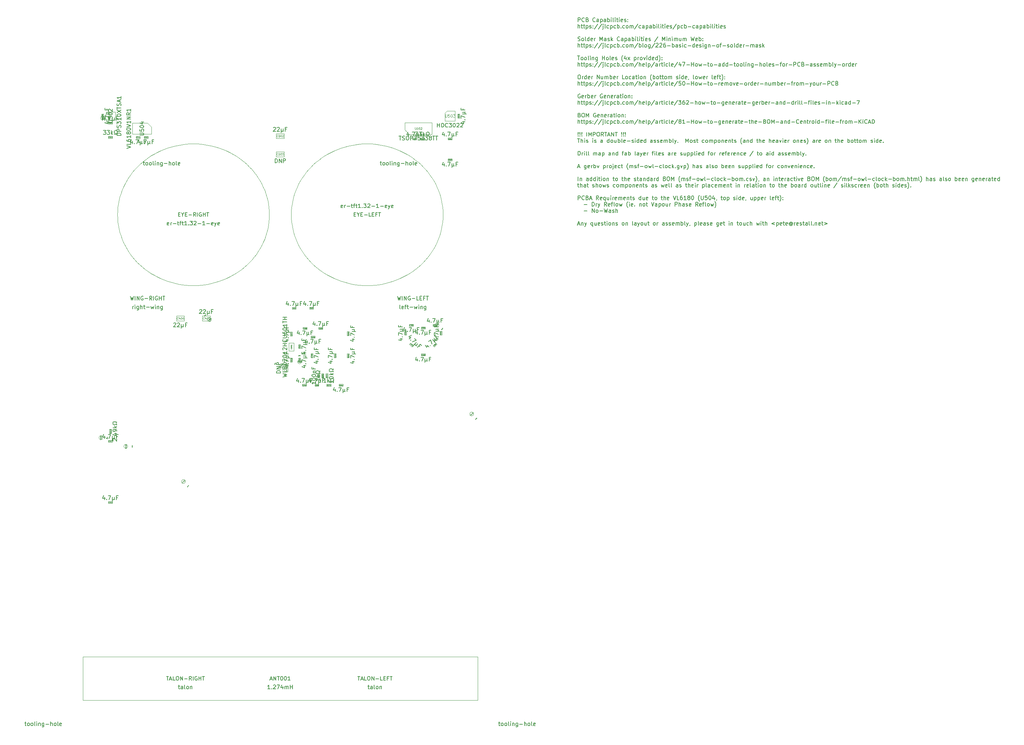
<source format=gbr>
G04 #@! TF.GenerationSoftware,KiCad,Pcbnew,7.0.11-2.fc39*
G04 #@! TF.CreationDate,2024-06-13T18:25:34+01:00*
G04 #@! TF.ProjectId,msf-owl-clock,6d73662d-6f77-46c2-9d63-6c6f636b2e6b,0.1*
G04 #@! TF.SameCoordinates,Original*
G04 #@! TF.FileFunction,AssemblyDrawing,Top*
%FSLAX46Y46*%
G04 Gerber Fmt 4.6, Leading zero omitted, Abs format (unit mm)*
G04 Created by KiCad (PCBNEW 7.0.11-2.fc39) date 2024-06-13 18:25:34*
%MOMM*%
%LPD*%
G01*
G04 APERTURE LIST*
%ADD10C,0.150000*%
%ADD11C,0.100000*%
%ADD12C,0.040000*%
%ADD13C,0.080000*%
%ADD14C,0.075000*%
%ADD15C,0.099999*%
G04 APERTURE END LIST*
D10*
X175436779Y-15149819D02*
X175436779Y-14149819D01*
X175436779Y-14149819D02*
X175817731Y-14149819D01*
X175817731Y-14149819D02*
X175912969Y-14197438D01*
X175912969Y-14197438D02*
X175960588Y-14245057D01*
X175960588Y-14245057D02*
X176008207Y-14340295D01*
X176008207Y-14340295D02*
X176008207Y-14483152D01*
X176008207Y-14483152D02*
X175960588Y-14578390D01*
X175960588Y-14578390D02*
X175912969Y-14626009D01*
X175912969Y-14626009D02*
X175817731Y-14673628D01*
X175817731Y-14673628D02*
X175436779Y-14673628D01*
X177008207Y-15054580D02*
X176960588Y-15102200D01*
X176960588Y-15102200D02*
X176817731Y-15149819D01*
X176817731Y-15149819D02*
X176722493Y-15149819D01*
X176722493Y-15149819D02*
X176579636Y-15102200D01*
X176579636Y-15102200D02*
X176484398Y-15006961D01*
X176484398Y-15006961D02*
X176436779Y-14911723D01*
X176436779Y-14911723D02*
X176389160Y-14721247D01*
X176389160Y-14721247D02*
X176389160Y-14578390D01*
X176389160Y-14578390D02*
X176436779Y-14387914D01*
X176436779Y-14387914D02*
X176484398Y-14292676D01*
X176484398Y-14292676D02*
X176579636Y-14197438D01*
X176579636Y-14197438D02*
X176722493Y-14149819D01*
X176722493Y-14149819D02*
X176817731Y-14149819D01*
X176817731Y-14149819D02*
X176960588Y-14197438D01*
X176960588Y-14197438D02*
X177008207Y-14245057D01*
X177770112Y-14626009D02*
X177912969Y-14673628D01*
X177912969Y-14673628D02*
X177960588Y-14721247D01*
X177960588Y-14721247D02*
X178008207Y-14816485D01*
X178008207Y-14816485D02*
X178008207Y-14959342D01*
X178008207Y-14959342D02*
X177960588Y-15054580D01*
X177960588Y-15054580D02*
X177912969Y-15102200D01*
X177912969Y-15102200D02*
X177817731Y-15149819D01*
X177817731Y-15149819D02*
X177436779Y-15149819D01*
X177436779Y-15149819D02*
X177436779Y-14149819D01*
X177436779Y-14149819D02*
X177770112Y-14149819D01*
X177770112Y-14149819D02*
X177865350Y-14197438D01*
X177865350Y-14197438D02*
X177912969Y-14245057D01*
X177912969Y-14245057D02*
X177960588Y-14340295D01*
X177960588Y-14340295D02*
X177960588Y-14435533D01*
X177960588Y-14435533D02*
X177912969Y-14530771D01*
X177912969Y-14530771D02*
X177865350Y-14578390D01*
X177865350Y-14578390D02*
X177770112Y-14626009D01*
X177770112Y-14626009D02*
X177436779Y-14626009D01*
X179770112Y-15054580D02*
X179722493Y-15102200D01*
X179722493Y-15102200D02*
X179579636Y-15149819D01*
X179579636Y-15149819D02*
X179484398Y-15149819D01*
X179484398Y-15149819D02*
X179341541Y-15102200D01*
X179341541Y-15102200D02*
X179246303Y-15006961D01*
X179246303Y-15006961D02*
X179198684Y-14911723D01*
X179198684Y-14911723D02*
X179151065Y-14721247D01*
X179151065Y-14721247D02*
X179151065Y-14578390D01*
X179151065Y-14578390D02*
X179198684Y-14387914D01*
X179198684Y-14387914D02*
X179246303Y-14292676D01*
X179246303Y-14292676D02*
X179341541Y-14197438D01*
X179341541Y-14197438D02*
X179484398Y-14149819D01*
X179484398Y-14149819D02*
X179579636Y-14149819D01*
X179579636Y-14149819D02*
X179722493Y-14197438D01*
X179722493Y-14197438D02*
X179770112Y-14245057D01*
X180627255Y-15149819D02*
X180627255Y-14626009D01*
X180627255Y-14626009D02*
X180579636Y-14530771D01*
X180579636Y-14530771D02*
X180484398Y-14483152D01*
X180484398Y-14483152D02*
X180293922Y-14483152D01*
X180293922Y-14483152D02*
X180198684Y-14530771D01*
X180627255Y-15102200D02*
X180532017Y-15149819D01*
X180532017Y-15149819D02*
X180293922Y-15149819D01*
X180293922Y-15149819D02*
X180198684Y-15102200D01*
X180198684Y-15102200D02*
X180151065Y-15006961D01*
X180151065Y-15006961D02*
X180151065Y-14911723D01*
X180151065Y-14911723D02*
X180198684Y-14816485D01*
X180198684Y-14816485D02*
X180293922Y-14768866D01*
X180293922Y-14768866D02*
X180532017Y-14768866D01*
X180532017Y-14768866D02*
X180627255Y-14721247D01*
X181103446Y-14483152D02*
X181103446Y-15483152D01*
X181103446Y-14530771D02*
X181198684Y-14483152D01*
X181198684Y-14483152D02*
X181389160Y-14483152D01*
X181389160Y-14483152D02*
X181484398Y-14530771D01*
X181484398Y-14530771D02*
X181532017Y-14578390D01*
X181532017Y-14578390D02*
X181579636Y-14673628D01*
X181579636Y-14673628D02*
X181579636Y-14959342D01*
X181579636Y-14959342D02*
X181532017Y-15054580D01*
X181532017Y-15054580D02*
X181484398Y-15102200D01*
X181484398Y-15102200D02*
X181389160Y-15149819D01*
X181389160Y-15149819D02*
X181198684Y-15149819D01*
X181198684Y-15149819D02*
X181103446Y-15102200D01*
X182436779Y-15149819D02*
X182436779Y-14626009D01*
X182436779Y-14626009D02*
X182389160Y-14530771D01*
X182389160Y-14530771D02*
X182293922Y-14483152D01*
X182293922Y-14483152D02*
X182103446Y-14483152D01*
X182103446Y-14483152D02*
X182008208Y-14530771D01*
X182436779Y-15102200D02*
X182341541Y-15149819D01*
X182341541Y-15149819D02*
X182103446Y-15149819D01*
X182103446Y-15149819D02*
X182008208Y-15102200D01*
X182008208Y-15102200D02*
X181960589Y-15006961D01*
X181960589Y-15006961D02*
X181960589Y-14911723D01*
X181960589Y-14911723D02*
X182008208Y-14816485D01*
X182008208Y-14816485D02*
X182103446Y-14768866D01*
X182103446Y-14768866D02*
X182341541Y-14768866D01*
X182341541Y-14768866D02*
X182436779Y-14721247D01*
X182912970Y-15149819D02*
X182912970Y-14149819D01*
X182912970Y-14530771D02*
X183008208Y-14483152D01*
X183008208Y-14483152D02*
X183198684Y-14483152D01*
X183198684Y-14483152D02*
X183293922Y-14530771D01*
X183293922Y-14530771D02*
X183341541Y-14578390D01*
X183341541Y-14578390D02*
X183389160Y-14673628D01*
X183389160Y-14673628D02*
X183389160Y-14959342D01*
X183389160Y-14959342D02*
X183341541Y-15054580D01*
X183341541Y-15054580D02*
X183293922Y-15102200D01*
X183293922Y-15102200D02*
X183198684Y-15149819D01*
X183198684Y-15149819D02*
X183008208Y-15149819D01*
X183008208Y-15149819D02*
X182912970Y-15102200D01*
X183817732Y-15149819D02*
X183817732Y-14483152D01*
X183817732Y-14149819D02*
X183770113Y-14197438D01*
X183770113Y-14197438D02*
X183817732Y-14245057D01*
X183817732Y-14245057D02*
X183865351Y-14197438D01*
X183865351Y-14197438D02*
X183817732Y-14149819D01*
X183817732Y-14149819D02*
X183817732Y-14245057D01*
X184436779Y-15149819D02*
X184341541Y-15102200D01*
X184341541Y-15102200D02*
X184293922Y-15006961D01*
X184293922Y-15006961D02*
X184293922Y-14149819D01*
X184817732Y-15149819D02*
X184817732Y-14483152D01*
X184817732Y-14149819D02*
X184770113Y-14197438D01*
X184770113Y-14197438D02*
X184817732Y-14245057D01*
X184817732Y-14245057D02*
X184865351Y-14197438D01*
X184865351Y-14197438D02*
X184817732Y-14149819D01*
X184817732Y-14149819D02*
X184817732Y-14245057D01*
X185151065Y-14483152D02*
X185532017Y-14483152D01*
X185293922Y-14149819D02*
X185293922Y-15006961D01*
X185293922Y-15006961D02*
X185341541Y-15102200D01*
X185341541Y-15102200D02*
X185436779Y-15149819D01*
X185436779Y-15149819D02*
X185532017Y-15149819D01*
X185865351Y-15149819D02*
X185865351Y-14483152D01*
X185865351Y-14149819D02*
X185817732Y-14197438D01*
X185817732Y-14197438D02*
X185865351Y-14245057D01*
X185865351Y-14245057D02*
X185912970Y-14197438D01*
X185912970Y-14197438D02*
X185865351Y-14149819D01*
X185865351Y-14149819D02*
X185865351Y-14245057D01*
X186722493Y-15102200D02*
X186627255Y-15149819D01*
X186627255Y-15149819D02*
X186436779Y-15149819D01*
X186436779Y-15149819D02*
X186341541Y-15102200D01*
X186341541Y-15102200D02*
X186293922Y-15006961D01*
X186293922Y-15006961D02*
X186293922Y-14626009D01*
X186293922Y-14626009D02*
X186341541Y-14530771D01*
X186341541Y-14530771D02*
X186436779Y-14483152D01*
X186436779Y-14483152D02*
X186627255Y-14483152D01*
X186627255Y-14483152D02*
X186722493Y-14530771D01*
X186722493Y-14530771D02*
X186770112Y-14626009D01*
X186770112Y-14626009D02*
X186770112Y-14721247D01*
X186770112Y-14721247D02*
X186293922Y-14816485D01*
X187151065Y-15102200D02*
X187246303Y-15149819D01*
X187246303Y-15149819D02*
X187436779Y-15149819D01*
X187436779Y-15149819D02*
X187532017Y-15102200D01*
X187532017Y-15102200D02*
X187579636Y-15006961D01*
X187579636Y-15006961D02*
X187579636Y-14959342D01*
X187579636Y-14959342D02*
X187532017Y-14864104D01*
X187532017Y-14864104D02*
X187436779Y-14816485D01*
X187436779Y-14816485D02*
X187293922Y-14816485D01*
X187293922Y-14816485D02*
X187198684Y-14768866D01*
X187198684Y-14768866D02*
X187151065Y-14673628D01*
X187151065Y-14673628D02*
X187151065Y-14626009D01*
X187151065Y-14626009D02*
X187198684Y-14530771D01*
X187198684Y-14530771D02*
X187293922Y-14483152D01*
X187293922Y-14483152D02*
X187436779Y-14483152D01*
X187436779Y-14483152D02*
X187532017Y-14530771D01*
X188008208Y-15054580D02*
X188055827Y-15102200D01*
X188055827Y-15102200D02*
X188008208Y-15149819D01*
X188008208Y-15149819D02*
X187960589Y-15102200D01*
X187960589Y-15102200D02*
X188008208Y-15054580D01*
X188008208Y-15054580D02*
X188008208Y-15149819D01*
X188008208Y-14530771D02*
X188055827Y-14578390D01*
X188055827Y-14578390D02*
X188008208Y-14626009D01*
X188008208Y-14626009D02*
X187960589Y-14578390D01*
X187960589Y-14578390D02*
X188008208Y-14530771D01*
X188008208Y-14530771D02*
X188008208Y-14626009D01*
X175436779Y-16759819D02*
X175436779Y-15759819D01*
X175865350Y-16759819D02*
X175865350Y-16236009D01*
X175865350Y-16236009D02*
X175817731Y-16140771D01*
X175817731Y-16140771D02*
X175722493Y-16093152D01*
X175722493Y-16093152D02*
X175579636Y-16093152D01*
X175579636Y-16093152D02*
X175484398Y-16140771D01*
X175484398Y-16140771D02*
X175436779Y-16188390D01*
X176198684Y-16093152D02*
X176579636Y-16093152D01*
X176341541Y-15759819D02*
X176341541Y-16616961D01*
X176341541Y-16616961D02*
X176389160Y-16712200D01*
X176389160Y-16712200D02*
X176484398Y-16759819D01*
X176484398Y-16759819D02*
X176579636Y-16759819D01*
X176770113Y-16093152D02*
X177151065Y-16093152D01*
X176912970Y-15759819D02*
X176912970Y-16616961D01*
X176912970Y-16616961D02*
X176960589Y-16712200D01*
X176960589Y-16712200D02*
X177055827Y-16759819D01*
X177055827Y-16759819D02*
X177151065Y-16759819D01*
X177484399Y-16093152D02*
X177484399Y-17093152D01*
X177484399Y-16140771D02*
X177579637Y-16093152D01*
X177579637Y-16093152D02*
X177770113Y-16093152D01*
X177770113Y-16093152D02*
X177865351Y-16140771D01*
X177865351Y-16140771D02*
X177912970Y-16188390D01*
X177912970Y-16188390D02*
X177960589Y-16283628D01*
X177960589Y-16283628D02*
X177960589Y-16569342D01*
X177960589Y-16569342D02*
X177912970Y-16664580D01*
X177912970Y-16664580D02*
X177865351Y-16712200D01*
X177865351Y-16712200D02*
X177770113Y-16759819D01*
X177770113Y-16759819D02*
X177579637Y-16759819D01*
X177579637Y-16759819D02*
X177484399Y-16712200D01*
X178341542Y-16712200D02*
X178436780Y-16759819D01*
X178436780Y-16759819D02*
X178627256Y-16759819D01*
X178627256Y-16759819D02*
X178722494Y-16712200D01*
X178722494Y-16712200D02*
X178770113Y-16616961D01*
X178770113Y-16616961D02*
X178770113Y-16569342D01*
X178770113Y-16569342D02*
X178722494Y-16474104D01*
X178722494Y-16474104D02*
X178627256Y-16426485D01*
X178627256Y-16426485D02*
X178484399Y-16426485D01*
X178484399Y-16426485D02*
X178389161Y-16378866D01*
X178389161Y-16378866D02*
X178341542Y-16283628D01*
X178341542Y-16283628D02*
X178341542Y-16236009D01*
X178341542Y-16236009D02*
X178389161Y-16140771D01*
X178389161Y-16140771D02*
X178484399Y-16093152D01*
X178484399Y-16093152D02*
X178627256Y-16093152D01*
X178627256Y-16093152D02*
X178722494Y-16140771D01*
X179198685Y-16664580D02*
X179246304Y-16712200D01*
X179246304Y-16712200D02*
X179198685Y-16759819D01*
X179198685Y-16759819D02*
X179151066Y-16712200D01*
X179151066Y-16712200D02*
X179198685Y-16664580D01*
X179198685Y-16664580D02*
X179198685Y-16759819D01*
X179198685Y-16140771D02*
X179246304Y-16188390D01*
X179246304Y-16188390D02*
X179198685Y-16236009D01*
X179198685Y-16236009D02*
X179151066Y-16188390D01*
X179151066Y-16188390D02*
X179198685Y-16140771D01*
X179198685Y-16140771D02*
X179198685Y-16236009D01*
X180389160Y-15712200D02*
X179532018Y-16997914D01*
X181436779Y-15712200D02*
X180579637Y-16997914D01*
X181770113Y-16093152D02*
X181770113Y-16950295D01*
X181770113Y-16950295D02*
X181722494Y-17045533D01*
X181722494Y-17045533D02*
X181627256Y-17093152D01*
X181627256Y-17093152D02*
X181579637Y-17093152D01*
X181770113Y-15759819D02*
X181722494Y-15807438D01*
X181722494Y-15807438D02*
X181770113Y-15855057D01*
X181770113Y-15855057D02*
X181817732Y-15807438D01*
X181817732Y-15807438D02*
X181770113Y-15759819D01*
X181770113Y-15759819D02*
X181770113Y-15855057D01*
X182389160Y-16759819D02*
X182293922Y-16712200D01*
X182293922Y-16712200D02*
X182246303Y-16616961D01*
X182246303Y-16616961D02*
X182246303Y-15759819D01*
X183198684Y-16712200D02*
X183103446Y-16759819D01*
X183103446Y-16759819D02*
X182912970Y-16759819D01*
X182912970Y-16759819D02*
X182817732Y-16712200D01*
X182817732Y-16712200D02*
X182770113Y-16664580D01*
X182770113Y-16664580D02*
X182722494Y-16569342D01*
X182722494Y-16569342D02*
X182722494Y-16283628D01*
X182722494Y-16283628D02*
X182770113Y-16188390D01*
X182770113Y-16188390D02*
X182817732Y-16140771D01*
X182817732Y-16140771D02*
X182912970Y-16093152D01*
X182912970Y-16093152D02*
X183103446Y-16093152D01*
X183103446Y-16093152D02*
X183198684Y-16140771D01*
X183627256Y-16093152D02*
X183627256Y-17093152D01*
X183627256Y-16140771D02*
X183722494Y-16093152D01*
X183722494Y-16093152D02*
X183912970Y-16093152D01*
X183912970Y-16093152D02*
X184008208Y-16140771D01*
X184008208Y-16140771D02*
X184055827Y-16188390D01*
X184055827Y-16188390D02*
X184103446Y-16283628D01*
X184103446Y-16283628D02*
X184103446Y-16569342D01*
X184103446Y-16569342D02*
X184055827Y-16664580D01*
X184055827Y-16664580D02*
X184008208Y-16712200D01*
X184008208Y-16712200D02*
X183912970Y-16759819D01*
X183912970Y-16759819D02*
X183722494Y-16759819D01*
X183722494Y-16759819D02*
X183627256Y-16712200D01*
X184960589Y-16712200D02*
X184865351Y-16759819D01*
X184865351Y-16759819D02*
X184674875Y-16759819D01*
X184674875Y-16759819D02*
X184579637Y-16712200D01*
X184579637Y-16712200D02*
X184532018Y-16664580D01*
X184532018Y-16664580D02*
X184484399Y-16569342D01*
X184484399Y-16569342D02*
X184484399Y-16283628D01*
X184484399Y-16283628D02*
X184532018Y-16188390D01*
X184532018Y-16188390D02*
X184579637Y-16140771D01*
X184579637Y-16140771D02*
X184674875Y-16093152D01*
X184674875Y-16093152D02*
X184865351Y-16093152D01*
X184865351Y-16093152D02*
X184960589Y-16140771D01*
X185389161Y-16759819D02*
X185389161Y-15759819D01*
X185389161Y-16140771D02*
X185484399Y-16093152D01*
X185484399Y-16093152D02*
X185674875Y-16093152D01*
X185674875Y-16093152D02*
X185770113Y-16140771D01*
X185770113Y-16140771D02*
X185817732Y-16188390D01*
X185817732Y-16188390D02*
X185865351Y-16283628D01*
X185865351Y-16283628D02*
X185865351Y-16569342D01*
X185865351Y-16569342D02*
X185817732Y-16664580D01*
X185817732Y-16664580D02*
X185770113Y-16712200D01*
X185770113Y-16712200D02*
X185674875Y-16759819D01*
X185674875Y-16759819D02*
X185484399Y-16759819D01*
X185484399Y-16759819D02*
X185389161Y-16712200D01*
X186293923Y-16664580D02*
X186341542Y-16712200D01*
X186341542Y-16712200D02*
X186293923Y-16759819D01*
X186293923Y-16759819D02*
X186246304Y-16712200D01*
X186246304Y-16712200D02*
X186293923Y-16664580D01*
X186293923Y-16664580D02*
X186293923Y-16759819D01*
X187198684Y-16712200D02*
X187103446Y-16759819D01*
X187103446Y-16759819D02*
X186912970Y-16759819D01*
X186912970Y-16759819D02*
X186817732Y-16712200D01*
X186817732Y-16712200D02*
X186770113Y-16664580D01*
X186770113Y-16664580D02*
X186722494Y-16569342D01*
X186722494Y-16569342D02*
X186722494Y-16283628D01*
X186722494Y-16283628D02*
X186770113Y-16188390D01*
X186770113Y-16188390D02*
X186817732Y-16140771D01*
X186817732Y-16140771D02*
X186912970Y-16093152D01*
X186912970Y-16093152D02*
X187103446Y-16093152D01*
X187103446Y-16093152D02*
X187198684Y-16140771D01*
X187770113Y-16759819D02*
X187674875Y-16712200D01*
X187674875Y-16712200D02*
X187627256Y-16664580D01*
X187627256Y-16664580D02*
X187579637Y-16569342D01*
X187579637Y-16569342D02*
X187579637Y-16283628D01*
X187579637Y-16283628D02*
X187627256Y-16188390D01*
X187627256Y-16188390D02*
X187674875Y-16140771D01*
X187674875Y-16140771D02*
X187770113Y-16093152D01*
X187770113Y-16093152D02*
X187912970Y-16093152D01*
X187912970Y-16093152D02*
X188008208Y-16140771D01*
X188008208Y-16140771D02*
X188055827Y-16188390D01*
X188055827Y-16188390D02*
X188103446Y-16283628D01*
X188103446Y-16283628D02*
X188103446Y-16569342D01*
X188103446Y-16569342D02*
X188055827Y-16664580D01*
X188055827Y-16664580D02*
X188008208Y-16712200D01*
X188008208Y-16712200D02*
X187912970Y-16759819D01*
X187912970Y-16759819D02*
X187770113Y-16759819D01*
X188532018Y-16759819D02*
X188532018Y-16093152D01*
X188532018Y-16188390D02*
X188579637Y-16140771D01*
X188579637Y-16140771D02*
X188674875Y-16093152D01*
X188674875Y-16093152D02*
X188817732Y-16093152D01*
X188817732Y-16093152D02*
X188912970Y-16140771D01*
X188912970Y-16140771D02*
X188960589Y-16236009D01*
X188960589Y-16236009D02*
X188960589Y-16759819D01*
X188960589Y-16236009D02*
X189008208Y-16140771D01*
X189008208Y-16140771D02*
X189103446Y-16093152D01*
X189103446Y-16093152D02*
X189246303Y-16093152D01*
X189246303Y-16093152D02*
X189341542Y-16140771D01*
X189341542Y-16140771D02*
X189389161Y-16236009D01*
X189389161Y-16236009D02*
X189389161Y-16759819D01*
X190579636Y-15712200D02*
X189722494Y-16997914D01*
X191341541Y-16712200D02*
X191246303Y-16759819D01*
X191246303Y-16759819D02*
X191055827Y-16759819D01*
X191055827Y-16759819D02*
X190960589Y-16712200D01*
X190960589Y-16712200D02*
X190912970Y-16664580D01*
X190912970Y-16664580D02*
X190865351Y-16569342D01*
X190865351Y-16569342D02*
X190865351Y-16283628D01*
X190865351Y-16283628D02*
X190912970Y-16188390D01*
X190912970Y-16188390D02*
X190960589Y-16140771D01*
X190960589Y-16140771D02*
X191055827Y-16093152D01*
X191055827Y-16093152D02*
X191246303Y-16093152D01*
X191246303Y-16093152D02*
X191341541Y-16140771D01*
X192198684Y-16759819D02*
X192198684Y-16236009D01*
X192198684Y-16236009D02*
X192151065Y-16140771D01*
X192151065Y-16140771D02*
X192055827Y-16093152D01*
X192055827Y-16093152D02*
X191865351Y-16093152D01*
X191865351Y-16093152D02*
X191770113Y-16140771D01*
X192198684Y-16712200D02*
X192103446Y-16759819D01*
X192103446Y-16759819D02*
X191865351Y-16759819D01*
X191865351Y-16759819D02*
X191770113Y-16712200D01*
X191770113Y-16712200D02*
X191722494Y-16616961D01*
X191722494Y-16616961D02*
X191722494Y-16521723D01*
X191722494Y-16521723D02*
X191770113Y-16426485D01*
X191770113Y-16426485D02*
X191865351Y-16378866D01*
X191865351Y-16378866D02*
X192103446Y-16378866D01*
X192103446Y-16378866D02*
X192198684Y-16331247D01*
X192674875Y-16093152D02*
X192674875Y-17093152D01*
X192674875Y-16140771D02*
X192770113Y-16093152D01*
X192770113Y-16093152D02*
X192960589Y-16093152D01*
X192960589Y-16093152D02*
X193055827Y-16140771D01*
X193055827Y-16140771D02*
X193103446Y-16188390D01*
X193103446Y-16188390D02*
X193151065Y-16283628D01*
X193151065Y-16283628D02*
X193151065Y-16569342D01*
X193151065Y-16569342D02*
X193103446Y-16664580D01*
X193103446Y-16664580D02*
X193055827Y-16712200D01*
X193055827Y-16712200D02*
X192960589Y-16759819D01*
X192960589Y-16759819D02*
X192770113Y-16759819D01*
X192770113Y-16759819D02*
X192674875Y-16712200D01*
X194008208Y-16759819D02*
X194008208Y-16236009D01*
X194008208Y-16236009D02*
X193960589Y-16140771D01*
X193960589Y-16140771D02*
X193865351Y-16093152D01*
X193865351Y-16093152D02*
X193674875Y-16093152D01*
X193674875Y-16093152D02*
X193579637Y-16140771D01*
X194008208Y-16712200D02*
X193912970Y-16759819D01*
X193912970Y-16759819D02*
X193674875Y-16759819D01*
X193674875Y-16759819D02*
X193579637Y-16712200D01*
X193579637Y-16712200D02*
X193532018Y-16616961D01*
X193532018Y-16616961D02*
X193532018Y-16521723D01*
X193532018Y-16521723D02*
X193579637Y-16426485D01*
X193579637Y-16426485D02*
X193674875Y-16378866D01*
X193674875Y-16378866D02*
X193912970Y-16378866D01*
X193912970Y-16378866D02*
X194008208Y-16331247D01*
X194484399Y-16759819D02*
X194484399Y-15759819D01*
X194484399Y-16140771D02*
X194579637Y-16093152D01*
X194579637Y-16093152D02*
X194770113Y-16093152D01*
X194770113Y-16093152D02*
X194865351Y-16140771D01*
X194865351Y-16140771D02*
X194912970Y-16188390D01*
X194912970Y-16188390D02*
X194960589Y-16283628D01*
X194960589Y-16283628D02*
X194960589Y-16569342D01*
X194960589Y-16569342D02*
X194912970Y-16664580D01*
X194912970Y-16664580D02*
X194865351Y-16712200D01*
X194865351Y-16712200D02*
X194770113Y-16759819D01*
X194770113Y-16759819D02*
X194579637Y-16759819D01*
X194579637Y-16759819D02*
X194484399Y-16712200D01*
X195389161Y-16759819D02*
X195389161Y-16093152D01*
X195389161Y-15759819D02*
X195341542Y-15807438D01*
X195341542Y-15807438D02*
X195389161Y-15855057D01*
X195389161Y-15855057D02*
X195436780Y-15807438D01*
X195436780Y-15807438D02*
X195389161Y-15759819D01*
X195389161Y-15759819D02*
X195389161Y-15855057D01*
X196008208Y-16759819D02*
X195912970Y-16712200D01*
X195912970Y-16712200D02*
X195865351Y-16616961D01*
X195865351Y-16616961D02*
X195865351Y-15759819D01*
X196389161Y-16759819D02*
X196389161Y-16093152D01*
X196389161Y-15759819D02*
X196341542Y-15807438D01*
X196341542Y-15807438D02*
X196389161Y-15855057D01*
X196389161Y-15855057D02*
X196436780Y-15807438D01*
X196436780Y-15807438D02*
X196389161Y-15759819D01*
X196389161Y-15759819D02*
X196389161Y-15855057D01*
X196722494Y-16093152D02*
X197103446Y-16093152D01*
X196865351Y-15759819D02*
X196865351Y-16616961D01*
X196865351Y-16616961D02*
X196912970Y-16712200D01*
X196912970Y-16712200D02*
X197008208Y-16759819D01*
X197008208Y-16759819D02*
X197103446Y-16759819D01*
X197436780Y-16759819D02*
X197436780Y-16093152D01*
X197436780Y-15759819D02*
X197389161Y-15807438D01*
X197389161Y-15807438D02*
X197436780Y-15855057D01*
X197436780Y-15855057D02*
X197484399Y-15807438D01*
X197484399Y-15807438D02*
X197436780Y-15759819D01*
X197436780Y-15759819D02*
X197436780Y-15855057D01*
X198293922Y-16712200D02*
X198198684Y-16759819D01*
X198198684Y-16759819D02*
X198008208Y-16759819D01*
X198008208Y-16759819D02*
X197912970Y-16712200D01*
X197912970Y-16712200D02*
X197865351Y-16616961D01*
X197865351Y-16616961D02*
X197865351Y-16236009D01*
X197865351Y-16236009D02*
X197912970Y-16140771D01*
X197912970Y-16140771D02*
X198008208Y-16093152D01*
X198008208Y-16093152D02*
X198198684Y-16093152D01*
X198198684Y-16093152D02*
X198293922Y-16140771D01*
X198293922Y-16140771D02*
X198341541Y-16236009D01*
X198341541Y-16236009D02*
X198341541Y-16331247D01*
X198341541Y-16331247D02*
X197865351Y-16426485D01*
X198722494Y-16712200D02*
X198817732Y-16759819D01*
X198817732Y-16759819D02*
X199008208Y-16759819D01*
X199008208Y-16759819D02*
X199103446Y-16712200D01*
X199103446Y-16712200D02*
X199151065Y-16616961D01*
X199151065Y-16616961D02*
X199151065Y-16569342D01*
X199151065Y-16569342D02*
X199103446Y-16474104D01*
X199103446Y-16474104D02*
X199008208Y-16426485D01*
X199008208Y-16426485D02*
X198865351Y-16426485D01*
X198865351Y-16426485D02*
X198770113Y-16378866D01*
X198770113Y-16378866D02*
X198722494Y-16283628D01*
X198722494Y-16283628D02*
X198722494Y-16236009D01*
X198722494Y-16236009D02*
X198770113Y-16140771D01*
X198770113Y-16140771D02*
X198865351Y-16093152D01*
X198865351Y-16093152D02*
X199008208Y-16093152D01*
X199008208Y-16093152D02*
X199103446Y-16140771D01*
X200293922Y-15712200D02*
X199436780Y-16997914D01*
X200627256Y-16093152D02*
X200627256Y-17093152D01*
X200627256Y-16140771D02*
X200722494Y-16093152D01*
X200722494Y-16093152D02*
X200912970Y-16093152D01*
X200912970Y-16093152D02*
X201008208Y-16140771D01*
X201008208Y-16140771D02*
X201055827Y-16188390D01*
X201055827Y-16188390D02*
X201103446Y-16283628D01*
X201103446Y-16283628D02*
X201103446Y-16569342D01*
X201103446Y-16569342D02*
X201055827Y-16664580D01*
X201055827Y-16664580D02*
X201008208Y-16712200D01*
X201008208Y-16712200D02*
X200912970Y-16759819D01*
X200912970Y-16759819D02*
X200722494Y-16759819D01*
X200722494Y-16759819D02*
X200627256Y-16712200D01*
X201960589Y-16712200D02*
X201865351Y-16759819D01*
X201865351Y-16759819D02*
X201674875Y-16759819D01*
X201674875Y-16759819D02*
X201579637Y-16712200D01*
X201579637Y-16712200D02*
X201532018Y-16664580D01*
X201532018Y-16664580D02*
X201484399Y-16569342D01*
X201484399Y-16569342D02*
X201484399Y-16283628D01*
X201484399Y-16283628D02*
X201532018Y-16188390D01*
X201532018Y-16188390D02*
X201579637Y-16140771D01*
X201579637Y-16140771D02*
X201674875Y-16093152D01*
X201674875Y-16093152D02*
X201865351Y-16093152D01*
X201865351Y-16093152D02*
X201960589Y-16140771D01*
X202389161Y-16759819D02*
X202389161Y-15759819D01*
X202389161Y-16140771D02*
X202484399Y-16093152D01*
X202484399Y-16093152D02*
X202674875Y-16093152D01*
X202674875Y-16093152D02*
X202770113Y-16140771D01*
X202770113Y-16140771D02*
X202817732Y-16188390D01*
X202817732Y-16188390D02*
X202865351Y-16283628D01*
X202865351Y-16283628D02*
X202865351Y-16569342D01*
X202865351Y-16569342D02*
X202817732Y-16664580D01*
X202817732Y-16664580D02*
X202770113Y-16712200D01*
X202770113Y-16712200D02*
X202674875Y-16759819D01*
X202674875Y-16759819D02*
X202484399Y-16759819D01*
X202484399Y-16759819D02*
X202389161Y-16712200D01*
X203293923Y-16378866D02*
X204055828Y-16378866D01*
X204960589Y-16712200D02*
X204865351Y-16759819D01*
X204865351Y-16759819D02*
X204674875Y-16759819D01*
X204674875Y-16759819D02*
X204579637Y-16712200D01*
X204579637Y-16712200D02*
X204532018Y-16664580D01*
X204532018Y-16664580D02*
X204484399Y-16569342D01*
X204484399Y-16569342D02*
X204484399Y-16283628D01*
X204484399Y-16283628D02*
X204532018Y-16188390D01*
X204532018Y-16188390D02*
X204579637Y-16140771D01*
X204579637Y-16140771D02*
X204674875Y-16093152D01*
X204674875Y-16093152D02*
X204865351Y-16093152D01*
X204865351Y-16093152D02*
X204960589Y-16140771D01*
X205817732Y-16759819D02*
X205817732Y-16236009D01*
X205817732Y-16236009D02*
X205770113Y-16140771D01*
X205770113Y-16140771D02*
X205674875Y-16093152D01*
X205674875Y-16093152D02*
X205484399Y-16093152D01*
X205484399Y-16093152D02*
X205389161Y-16140771D01*
X205817732Y-16712200D02*
X205722494Y-16759819D01*
X205722494Y-16759819D02*
X205484399Y-16759819D01*
X205484399Y-16759819D02*
X205389161Y-16712200D01*
X205389161Y-16712200D02*
X205341542Y-16616961D01*
X205341542Y-16616961D02*
X205341542Y-16521723D01*
X205341542Y-16521723D02*
X205389161Y-16426485D01*
X205389161Y-16426485D02*
X205484399Y-16378866D01*
X205484399Y-16378866D02*
X205722494Y-16378866D01*
X205722494Y-16378866D02*
X205817732Y-16331247D01*
X206293923Y-16093152D02*
X206293923Y-17093152D01*
X206293923Y-16140771D02*
X206389161Y-16093152D01*
X206389161Y-16093152D02*
X206579637Y-16093152D01*
X206579637Y-16093152D02*
X206674875Y-16140771D01*
X206674875Y-16140771D02*
X206722494Y-16188390D01*
X206722494Y-16188390D02*
X206770113Y-16283628D01*
X206770113Y-16283628D02*
X206770113Y-16569342D01*
X206770113Y-16569342D02*
X206722494Y-16664580D01*
X206722494Y-16664580D02*
X206674875Y-16712200D01*
X206674875Y-16712200D02*
X206579637Y-16759819D01*
X206579637Y-16759819D02*
X206389161Y-16759819D01*
X206389161Y-16759819D02*
X206293923Y-16712200D01*
X207627256Y-16759819D02*
X207627256Y-16236009D01*
X207627256Y-16236009D02*
X207579637Y-16140771D01*
X207579637Y-16140771D02*
X207484399Y-16093152D01*
X207484399Y-16093152D02*
X207293923Y-16093152D01*
X207293923Y-16093152D02*
X207198685Y-16140771D01*
X207627256Y-16712200D02*
X207532018Y-16759819D01*
X207532018Y-16759819D02*
X207293923Y-16759819D01*
X207293923Y-16759819D02*
X207198685Y-16712200D01*
X207198685Y-16712200D02*
X207151066Y-16616961D01*
X207151066Y-16616961D02*
X207151066Y-16521723D01*
X207151066Y-16521723D02*
X207198685Y-16426485D01*
X207198685Y-16426485D02*
X207293923Y-16378866D01*
X207293923Y-16378866D02*
X207532018Y-16378866D01*
X207532018Y-16378866D02*
X207627256Y-16331247D01*
X208103447Y-16759819D02*
X208103447Y-15759819D01*
X208103447Y-16140771D02*
X208198685Y-16093152D01*
X208198685Y-16093152D02*
X208389161Y-16093152D01*
X208389161Y-16093152D02*
X208484399Y-16140771D01*
X208484399Y-16140771D02*
X208532018Y-16188390D01*
X208532018Y-16188390D02*
X208579637Y-16283628D01*
X208579637Y-16283628D02*
X208579637Y-16569342D01*
X208579637Y-16569342D02*
X208532018Y-16664580D01*
X208532018Y-16664580D02*
X208484399Y-16712200D01*
X208484399Y-16712200D02*
X208389161Y-16759819D01*
X208389161Y-16759819D02*
X208198685Y-16759819D01*
X208198685Y-16759819D02*
X208103447Y-16712200D01*
X209008209Y-16759819D02*
X209008209Y-16093152D01*
X209008209Y-15759819D02*
X208960590Y-15807438D01*
X208960590Y-15807438D02*
X209008209Y-15855057D01*
X209008209Y-15855057D02*
X209055828Y-15807438D01*
X209055828Y-15807438D02*
X209008209Y-15759819D01*
X209008209Y-15759819D02*
X209008209Y-15855057D01*
X209627256Y-16759819D02*
X209532018Y-16712200D01*
X209532018Y-16712200D02*
X209484399Y-16616961D01*
X209484399Y-16616961D02*
X209484399Y-15759819D01*
X210008209Y-16759819D02*
X210008209Y-16093152D01*
X210008209Y-15759819D02*
X209960590Y-15807438D01*
X209960590Y-15807438D02*
X210008209Y-15855057D01*
X210008209Y-15855057D02*
X210055828Y-15807438D01*
X210055828Y-15807438D02*
X210008209Y-15759819D01*
X210008209Y-15759819D02*
X210008209Y-15855057D01*
X210341542Y-16093152D02*
X210722494Y-16093152D01*
X210484399Y-15759819D02*
X210484399Y-16616961D01*
X210484399Y-16616961D02*
X210532018Y-16712200D01*
X210532018Y-16712200D02*
X210627256Y-16759819D01*
X210627256Y-16759819D02*
X210722494Y-16759819D01*
X211055828Y-16759819D02*
X211055828Y-16093152D01*
X211055828Y-15759819D02*
X211008209Y-15807438D01*
X211008209Y-15807438D02*
X211055828Y-15855057D01*
X211055828Y-15855057D02*
X211103447Y-15807438D01*
X211103447Y-15807438D02*
X211055828Y-15759819D01*
X211055828Y-15759819D02*
X211055828Y-15855057D01*
X211912970Y-16712200D02*
X211817732Y-16759819D01*
X211817732Y-16759819D02*
X211627256Y-16759819D01*
X211627256Y-16759819D02*
X211532018Y-16712200D01*
X211532018Y-16712200D02*
X211484399Y-16616961D01*
X211484399Y-16616961D02*
X211484399Y-16236009D01*
X211484399Y-16236009D02*
X211532018Y-16140771D01*
X211532018Y-16140771D02*
X211627256Y-16093152D01*
X211627256Y-16093152D02*
X211817732Y-16093152D01*
X211817732Y-16093152D02*
X211912970Y-16140771D01*
X211912970Y-16140771D02*
X211960589Y-16236009D01*
X211960589Y-16236009D02*
X211960589Y-16331247D01*
X211960589Y-16331247D02*
X211484399Y-16426485D01*
X212341542Y-16712200D02*
X212436780Y-16759819D01*
X212436780Y-16759819D02*
X212627256Y-16759819D01*
X212627256Y-16759819D02*
X212722494Y-16712200D01*
X212722494Y-16712200D02*
X212770113Y-16616961D01*
X212770113Y-16616961D02*
X212770113Y-16569342D01*
X212770113Y-16569342D02*
X212722494Y-16474104D01*
X212722494Y-16474104D02*
X212627256Y-16426485D01*
X212627256Y-16426485D02*
X212484399Y-16426485D01*
X212484399Y-16426485D02*
X212389161Y-16378866D01*
X212389161Y-16378866D02*
X212341542Y-16283628D01*
X212341542Y-16283628D02*
X212341542Y-16236009D01*
X212341542Y-16236009D02*
X212389161Y-16140771D01*
X212389161Y-16140771D02*
X212484399Y-16093152D01*
X212484399Y-16093152D02*
X212627256Y-16093152D01*
X212627256Y-16093152D02*
X212722494Y-16140771D01*
X175389160Y-19932200D02*
X175532017Y-19979819D01*
X175532017Y-19979819D02*
X175770112Y-19979819D01*
X175770112Y-19979819D02*
X175865350Y-19932200D01*
X175865350Y-19932200D02*
X175912969Y-19884580D01*
X175912969Y-19884580D02*
X175960588Y-19789342D01*
X175960588Y-19789342D02*
X175960588Y-19694104D01*
X175960588Y-19694104D02*
X175912969Y-19598866D01*
X175912969Y-19598866D02*
X175865350Y-19551247D01*
X175865350Y-19551247D02*
X175770112Y-19503628D01*
X175770112Y-19503628D02*
X175579636Y-19456009D01*
X175579636Y-19456009D02*
X175484398Y-19408390D01*
X175484398Y-19408390D02*
X175436779Y-19360771D01*
X175436779Y-19360771D02*
X175389160Y-19265533D01*
X175389160Y-19265533D02*
X175389160Y-19170295D01*
X175389160Y-19170295D02*
X175436779Y-19075057D01*
X175436779Y-19075057D02*
X175484398Y-19027438D01*
X175484398Y-19027438D02*
X175579636Y-18979819D01*
X175579636Y-18979819D02*
X175817731Y-18979819D01*
X175817731Y-18979819D02*
X175960588Y-19027438D01*
X176532017Y-19979819D02*
X176436779Y-19932200D01*
X176436779Y-19932200D02*
X176389160Y-19884580D01*
X176389160Y-19884580D02*
X176341541Y-19789342D01*
X176341541Y-19789342D02*
X176341541Y-19503628D01*
X176341541Y-19503628D02*
X176389160Y-19408390D01*
X176389160Y-19408390D02*
X176436779Y-19360771D01*
X176436779Y-19360771D02*
X176532017Y-19313152D01*
X176532017Y-19313152D02*
X176674874Y-19313152D01*
X176674874Y-19313152D02*
X176770112Y-19360771D01*
X176770112Y-19360771D02*
X176817731Y-19408390D01*
X176817731Y-19408390D02*
X176865350Y-19503628D01*
X176865350Y-19503628D02*
X176865350Y-19789342D01*
X176865350Y-19789342D02*
X176817731Y-19884580D01*
X176817731Y-19884580D02*
X176770112Y-19932200D01*
X176770112Y-19932200D02*
X176674874Y-19979819D01*
X176674874Y-19979819D02*
X176532017Y-19979819D01*
X177436779Y-19979819D02*
X177341541Y-19932200D01*
X177341541Y-19932200D02*
X177293922Y-19836961D01*
X177293922Y-19836961D02*
X177293922Y-18979819D01*
X178246303Y-19979819D02*
X178246303Y-18979819D01*
X178246303Y-19932200D02*
X178151065Y-19979819D01*
X178151065Y-19979819D02*
X177960589Y-19979819D01*
X177960589Y-19979819D02*
X177865351Y-19932200D01*
X177865351Y-19932200D02*
X177817732Y-19884580D01*
X177817732Y-19884580D02*
X177770113Y-19789342D01*
X177770113Y-19789342D02*
X177770113Y-19503628D01*
X177770113Y-19503628D02*
X177817732Y-19408390D01*
X177817732Y-19408390D02*
X177865351Y-19360771D01*
X177865351Y-19360771D02*
X177960589Y-19313152D01*
X177960589Y-19313152D02*
X178151065Y-19313152D01*
X178151065Y-19313152D02*
X178246303Y-19360771D01*
X179103446Y-19932200D02*
X179008208Y-19979819D01*
X179008208Y-19979819D02*
X178817732Y-19979819D01*
X178817732Y-19979819D02*
X178722494Y-19932200D01*
X178722494Y-19932200D02*
X178674875Y-19836961D01*
X178674875Y-19836961D02*
X178674875Y-19456009D01*
X178674875Y-19456009D02*
X178722494Y-19360771D01*
X178722494Y-19360771D02*
X178817732Y-19313152D01*
X178817732Y-19313152D02*
X179008208Y-19313152D01*
X179008208Y-19313152D02*
X179103446Y-19360771D01*
X179103446Y-19360771D02*
X179151065Y-19456009D01*
X179151065Y-19456009D02*
X179151065Y-19551247D01*
X179151065Y-19551247D02*
X178674875Y-19646485D01*
X179579637Y-19979819D02*
X179579637Y-19313152D01*
X179579637Y-19503628D02*
X179627256Y-19408390D01*
X179627256Y-19408390D02*
X179674875Y-19360771D01*
X179674875Y-19360771D02*
X179770113Y-19313152D01*
X179770113Y-19313152D02*
X179865351Y-19313152D01*
X180960590Y-19979819D02*
X180960590Y-18979819D01*
X180960590Y-18979819D02*
X181293923Y-19694104D01*
X181293923Y-19694104D02*
X181627256Y-18979819D01*
X181627256Y-18979819D02*
X181627256Y-19979819D01*
X182532018Y-19979819D02*
X182532018Y-19456009D01*
X182532018Y-19456009D02*
X182484399Y-19360771D01*
X182484399Y-19360771D02*
X182389161Y-19313152D01*
X182389161Y-19313152D02*
X182198685Y-19313152D01*
X182198685Y-19313152D02*
X182103447Y-19360771D01*
X182532018Y-19932200D02*
X182436780Y-19979819D01*
X182436780Y-19979819D02*
X182198685Y-19979819D01*
X182198685Y-19979819D02*
X182103447Y-19932200D01*
X182103447Y-19932200D02*
X182055828Y-19836961D01*
X182055828Y-19836961D02*
X182055828Y-19741723D01*
X182055828Y-19741723D02*
X182103447Y-19646485D01*
X182103447Y-19646485D02*
X182198685Y-19598866D01*
X182198685Y-19598866D02*
X182436780Y-19598866D01*
X182436780Y-19598866D02*
X182532018Y-19551247D01*
X182960590Y-19932200D02*
X183055828Y-19979819D01*
X183055828Y-19979819D02*
X183246304Y-19979819D01*
X183246304Y-19979819D02*
X183341542Y-19932200D01*
X183341542Y-19932200D02*
X183389161Y-19836961D01*
X183389161Y-19836961D02*
X183389161Y-19789342D01*
X183389161Y-19789342D02*
X183341542Y-19694104D01*
X183341542Y-19694104D02*
X183246304Y-19646485D01*
X183246304Y-19646485D02*
X183103447Y-19646485D01*
X183103447Y-19646485D02*
X183008209Y-19598866D01*
X183008209Y-19598866D02*
X182960590Y-19503628D01*
X182960590Y-19503628D02*
X182960590Y-19456009D01*
X182960590Y-19456009D02*
X183008209Y-19360771D01*
X183008209Y-19360771D02*
X183103447Y-19313152D01*
X183103447Y-19313152D02*
X183246304Y-19313152D01*
X183246304Y-19313152D02*
X183341542Y-19360771D01*
X183817733Y-19979819D02*
X183817733Y-18979819D01*
X183912971Y-19598866D02*
X184198685Y-19979819D01*
X184198685Y-19313152D02*
X183817733Y-19694104D01*
X185960590Y-19884580D02*
X185912971Y-19932200D01*
X185912971Y-19932200D02*
X185770114Y-19979819D01*
X185770114Y-19979819D02*
X185674876Y-19979819D01*
X185674876Y-19979819D02*
X185532019Y-19932200D01*
X185532019Y-19932200D02*
X185436781Y-19836961D01*
X185436781Y-19836961D02*
X185389162Y-19741723D01*
X185389162Y-19741723D02*
X185341543Y-19551247D01*
X185341543Y-19551247D02*
X185341543Y-19408390D01*
X185341543Y-19408390D02*
X185389162Y-19217914D01*
X185389162Y-19217914D02*
X185436781Y-19122676D01*
X185436781Y-19122676D02*
X185532019Y-19027438D01*
X185532019Y-19027438D02*
X185674876Y-18979819D01*
X185674876Y-18979819D02*
X185770114Y-18979819D01*
X185770114Y-18979819D02*
X185912971Y-19027438D01*
X185912971Y-19027438D02*
X185960590Y-19075057D01*
X186817733Y-19979819D02*
X186817733Y-19456009D01*
X186817733Y-19456009D02*
X186770114Y-19360771D01*
X186770114Y-19360771D02*
X186674876Y-19313152D01*
X186674876Y-19313152D02*
X186484400Y-19313152D01*
X186484400Y-19313152D02*
X186389162Y-19360771D01*
X186817733Y-19932200D02*
X186722495Y-19979819D01*
X186722495Y-19979819D02*
X186484400Y-19979819D01*
X186484400Y-19979819D02*
X186389162Y-19932200D01*
X186389162Y-19932200D02*
X186341543Y-19836961D01*
X186341543Y-19836961D02*
X186341543Y-19741723D01*
X186341543Y-19741723D02*
X186389162Y-19646485D01*
X186389162Y-19646485D02*
X186484400Y-19598866D01*
X186484400Y-19598866D02*
X186722495Y-19598866D01*
X186722495Y-19598866D02*
X186817733Y-19551247D01*
X187293924Y-19313152D02*
X187293924Y-20313152D01*
X187293924Y-19360771D02*
X187389162Y-19313152D01*
X187389162Y-19313152D02*
X187579638Y-19313152D01*
X187579638Y-19313152D02*
X187674876Y-19360771D01*
X187674876Y-19360771D02*
X187722495Y-19408390D01*
X187722495Y-19408390D02*
X187770114Y-19503628D01*
X187770114Y-19503628D02*
X187770114Y-19789342D01*
X187770114Y-19789342D02*
X187722495Y-19884580D01*
X187722495Y-19884580D02*
X187674876Y-19932200D01*
X187674876Y-19932200D02*
X187579638Y-19979819D01*
X187579638Y-19979819D02*
X187389162Y-19979819D01*
X187389162Y-19979819D02*
X187293924Y-19932200D01*
X188627257Y-19979819D02*
X188627257Y-19456009D01*
X188627257Y-19456009D02*
X188579638Y-19360771D01*
X188579638Y-19360771D02*
X188484400Y-19313152D01*
X188484400Y-19313152D02*
X188293924Y-19313152D01*
X188293924Y-19313152D02*
X188198686Y-19360771D01*
X188627257Y-19932200D02*
X188532019Y-19979819D01*
X188532019Y-19979819D02*
X188293924Y-19979819D01*
X188293924Y-19979819D02*
X188198686Y-19932200D01*
X188198686Y-19932200D02*
X188151067Y-19836961D01*
X188151067Y-19836961D02*
X188151067Y-19741723D01*
X188151067Y-19741723D02*
X188198686Y-19646485D01*
X188198686Y-19646485D02*
X188293924Y-19598866D01*
X188293924Y-19598866D02*
X188532019Y-19598866D01*
X188532019Y-19598866D02*
X188627257Y-19551247D01*
X189103448Y-19979819D02*
X189103448Y-18979819D01*
X189103448Y-19360771D02*
X189198686Y-19313152D01*
X189198686Y-19313152D02*
X189389162Y-19313152D01*
X189389162Y-19313152D02*
X189484400Y-19360771D01*
X189484400Y-19360771D02*
X189532019Y-19408390D01*
X189532019Y-19408390D02*
X189579638Y-19503628D01*
X189579638Y-19503628D02*
X189579638Y-19789342D01*
X189579638Y-19789342D02*
X189532019Y-19884580D01*
X189532019Y-19884580D02*
X189484400Y-19932200D01*
X189484400Y-19932200D02*
X189389162Y-19979819D01*
X189389162Y-19979819D02*
X189198686Y-19979819D01*
X189198686Y-19979819D02*
X189103448Y-19932200D01*
X190008210Y-19979819D02*
X190008210Y-19313152D01*
X190008210Y-18979819D02*
X189960591Y-19027438D01*
X189960591Y-19027438D02*
X190008210Y-19075057D01*
X190008210Y-19075057D02*
X190055829Y-19027438D01*
X190055829Y-19027438D02*
X190008210Y-18979819D01*
X190008210Y-18979819D02*
X190008210Y-19075057D01*
X190627257Y-19979819D02*
X190532019Y-19932200D01*
X190532019Y-19932200D02*
X190484400Y-19836961D01*
X190484400Y-19836961D02*
X190484400Y-18979819D01*
X191008210Y-19979819D02*
X191008210Y-19313152D01*
X191008210Y-18979819D02*
X190960591Y-19027438D01*
X190960591Y-19027438D02*
X191008210Y-19075057D01*
X191008210Y-19075057D02*
X191055829Y-19027438D01*
X191055829Y-19027438D02*
X191008210Y-18979819D01*
X191008210Y-18979819D02*
X191008210Y-19075057D01*
X191341543Y-19313152D02*
X191722495Y-19313152D01*
X191484400Y-18979819D02*
X191484400Y-19836961D01*
X191484400Y-19836961D02*
X191532019Y-19932200D01*
X191532019Y-19932200D02*
X191627257Y-19979819D01*
X191627257Y-19979819D02*
X191722495Y-19979819D01*
X192055829Y-19979819D02*
X192055829Y-19313152D01*
X192055829Y-18979819D02*
X192008210Y-19027438D01*
X192008210Y-19027438D02*
X192055829Y-19075057D01*
X192055829Y-19075057D02*
X192103448Y-19027438D01*
X192103448Y-19027438D02*
X192055829Y-18979819D01*
X192055829Y-18979819D02*
X192055829Y-19075057D01*
X192912971Y-19932200D02*
X192817733Y-19979819D01*
X192817733Y-19979819D02*
X192627257Y-19979819D01*
X192627257Y-19979819D02*
X192532019Y-19932200D01*
X192532019Y-19932200D02*
X192484400Y-19836961D01*
X192484400Y-19836961D02*
X192484400Y-19456009D01*
X192484400Y-19456009D02*
X192532019Y-19360771D01*
X192532019Y-19360771D02*
X192627257Y-19313152D01*
X192627257Y-19313152D02*
X192817733Y-19313152D01*
X192817733Y-19313152D02*
X192912971Y-19360771D01*
X192912971Y-19360771D02*
X192960590Y-19456009D01*
X192960590Y-19456009D02*
X192960590Y-19551247D01*
X192960590Y-19551247D02*
X192484400Y-19646485D01*
X193341543Y-19932200D02*
X193436781Y-19979819D01*
X193436781Y-19979819D02*
X193627257Y-19979819D01*
X193627257Y-19979819D02*
X193722495Y-19932200D01*
X193722495Y-19932200D02*
X193770114Y-19836961D01*
X193770114Y-19836961D02*
X193770114Y-19789342D01*
X193770114Y-19789342D02*
X193722495Y-19694104D01*
X193722495Y-19694104D02*
X193627257Y-19646485D01*
X193627257Y-19646485D02*
X193484400Y-19646485D01*
X193484400Y-19646485D02*
X193389162Y-19598866D01*
X193389162Y-19598866D02*
X193341543Y-19503628D01*
X193341543Y-19503628D02*
X193341543Y-19456009D01*
X193341543Y-19456009D02*
X193389162Y-19360771D01*
X193389162Y-19360771D02*
X193484400Y-19313152D01*
X193484400Y-19313152D02*
X193627257Y-19313152D01*
X193627257Y-19313152D02*
X193722495Y-19360771D01*
X195674876Y-18932200D02*
X194817734Y-20217914D01*
X196770115Y-19979819D02*
X196770115Y-18979819D01*
X196770115Y-18979819D02*
X197103448Y-19694104D01*
X197103448Y-19694104D02*
X197436781Y-18979819D01*
X197436781Y-18979819D02*
X197436781Y-19979819D01*
X197912972Y-19979819D02*
X197912972Y-19313152D01*
X197912972Y-18979819D02*
X197865353Y-19027438D01*
X197865353Y-19027438D02*
X197912972Y-19075057D01*
X197912972Y-19075057D02*
X197960591Y-19027438D01*
X197960591Y-19027438D02*
X197912972Y-18979819D01*
X197912972Y-18979819D02*
X197912972Y-19075057D01*
X198389162Y-19313152D02*
X198389162Y-19979819D01*
X198389162Y-19408390D02*
X198436781Y-19360771D01*
X198436781Y-19360771D02*
X198532019Y-19313152D01*
X198532019Y-19313152D02*
X198674876Y-19313152D01*
X198674876Y-19313152D02*
X198770114Y-19360771D01*
X198770114Y-19360771D02*
X198817733Y-19456009D01*
X198817733Y-19456009D02*
X198817733Y-19979819D01*
X199293924Y-19979819D02*
X199293924Y-19313152D01*
X199293924Y-18979819D02*
X199246305Y-19027438D01*
X199246305Y-19027438D02*
X199293924Y-19075057D01*
X199293924Y-19075057D02*
X199341543Y-19027438D01*
X199341543Y-19027438D02*
X199293924Y-18979819D01*
X199293924Y-18979819D02*
X199293924Y-19075057D01*
X199770114Y-19979819D02*
X199770114Y-19313152D01*
X199770114Y-19408390D02*
X199817733Y-19360771D01*
X199817733Y-19360771D02*
X199912971Y-19313152D01*
X199912971Y-19313152D02*
X200055828Y-19313152D01*
X200055828Y-19313152D02*
X200151066Y-19360771D01*
X200151066Y-19360771D02*
X200198685Y-19456009D01*
X200198685Y-19456009D02*
X200198685Y-19979819D01*
X200198685Y-19456009D02*
X200246304Y-19360771D01*
X200246304Y-19360771D02*
X200341542Y-19313152D01*
X200341542Y-19313152D02*
X200484399Y-19313152D01*
X200484399Y-19313152D02*
X200579638Y-19360771D01*
X200579638Y-19360771D02*
X200627257Y-19456009D01*
X200627257Y-19456009D02*
X200627257Y-19979819D01*
X201532018Y-19313152D02*
X201532018Y-19979819D01*
X201103447Y-19313152D02*
X201103447Y-19836961D01*
X201103447Y-19836961D02*
X201151066Y-19932200D01*
X201151066Y-19932200D02*
X201246304Y-19979819D01*
X201246304Y-19979819D02*
X201389161Y-19979819D01*
X201389161Y-19979819D02*
X201484399Y-19932200D01*
X201484399Y-19932200D02*
X201532018Y-19884580D01*
X202008209Y-19979819D02*
X202008209Y-19313152D01*
X202008209Y-19408390D02*
X202055828Y-19360771D01*
X202055828Y-19360771D02*
X202151066Y-19313152D01*
X202151066Y-19313152D02*
X202293923Y-19313152D01*
X202293923Y-19313152D02*
X202389161Y-19360771D01*
X202389161Y-19360771D02*
X202436780Y-19456009D01*
X202436780Y-19456009D02*
X202436780Y-19979819D01*
X202436780Y-19456009D02*
X202484399Y-19360771D01*
X202484399Y-19360771D02*
X202579637Y-19313152D01*
X202579637Y-19313152D02*
X202722494Y-19313152D01*
X202722494Y-19313152D02*
X202817733Y-19360771D01*
X202817733Y-19360771D02*
X202865352Y-19456009D01*
X202865352Y-19456009D02*
X202865352Y-19979819D01*
X204008209Y-18979819D02*
X204246304Y-19979819D01*
X204246304Y-19979819D02*
X204436780Y-19265533D01*
X204436780Y-19265533D02*
X204627256Y-19979819D01*
X204627256Y-19979819D02*
X204865352Y-18979819D01*
X205627256Y-19932200D02*
X205532018Y-19979819D01*
X205532018Y-19979819D02*
X205341542Y-19979819D01*
X205341542Y-19979819D02*
X205246304Y-19932200D01*
X205246304Y-19932200D02*
X205198685Y-19836961D01*
X205198685Y-19836961D02*
X205198685Y-19456009D01*
X205198685Y-19456009D02*
X205246304Y-19360771D01*
X205246304Y-19360771D02*
X205341542Y-19313152D01*
X205341542Y-19313152D02*
X205532018Y-19313152D01*
X205532018Y-19313152D02*
X205627256Y-19360771D01*
X205627256Y-19360771D02*
X205674875Y-19456009D01*
X205674875Y-19456009D02*
X205674875Y-19551247D01*
X205674875Y-19551247D02*
X205198685Y-19646485D01*
X206103447Y-19979819D02*
X206103447Y-18979819D01*
X206103447Y-19360771D02*
X206198685Y-19313152D01*
X206198685Y-19313152D02*
X206389161Y-19313152D01*
X206389161Y-19313152D02*
X206484399Y-19360771D01*
X206484399Y-19360771D02*
X206532018Y-19408390D01*
X206532018Y-19408390D02*
X206579637Y-19503628D01*
X206579637Y-19503628D02*
X206579637Y-19789342D01*
X206579637Y-19789342D02*
X206532018Y-19884580D01*
X206532018Y-19884580D02*
X206484399Y-19932200D01*
X206484399Y-19932200D02*
X206389161Y-19979819D01*
X206389161Y-19979819D02*
X206198685Y-19979819D01*
X206198685Y-19979819D02*
X206103447Y-19932200D01*
X207008209Y-19884580D02*
X207055828Y-19932200D01*
X207055828Y-19932200D02*
X207008209Y-19979819D01*
X207008209Y-19979819D02*
X206960590Y-19932200D01*
X206960590Y-19932200D02*
X207008209Y-19884580D01*
X207008209Y-19884580D02*
X207008209Y-19979819D01*
X207008209Y-19360771D02*
X207055828Y-19408390D01*
X207055828Y-19408390D02*
X207008209Y-19456009D01*
X207008209Y-19456009D02*
X206960590Y-19408390D01*
X206960590Y-19408390D02*
X207008209Y-19360771D01*
X207008209Y-19360771D02*
X207008209Y-19456009D01*
X175436779Y-21589819D02*
X175436779Y-20589819D01*
X175865350Y-21589819D02*
X175865350Y-21066009D01*
X175865350Y-21066009D02*
X175817731Y-20970771D01*
X175817731Y-20970771D02*
X175722493Y-20923152D01*
X175722493Y-20923152D02*
X175579636Y-20923152D01*
X175579636Y-20923152D02*
X175484398Y-20970771D01*
X175484398Y-20970771D02*
X175436779Y-21018390D01*
X176198684Y-20923152D02*
X176579636Y-20923152D01*
X176341541Y-20589819D02*
X176341541Y-21446961D01*
X176341541Y-21446961D02*
X176389160Y-21542200D01*
X176389160Y-21542200D02*
X176484398Y-21589819D01*
X176484398Y-21589819D02*
X176579636Y-21589819D01*
X176770113Y-20923152D02*
X177151065Y-20923152D01*
X176912970Y-20589819D02*
X176912970Y-21446961D01*
X176912970Y-21446961D02*
X176960589Y-21542200D01*
X176960589Y-21542200D02*
X177055827Y-21589819D01*
X177055827Y-21589819D02*
X177151065Y-21589819D01*
X177484399Y-20923152D02*
X177484399Y-21923152D01*
X177484399Y-20970771D02*
X177579637Y-20923152D01*
X177579637Y-20923152D02*
X177770113Y-20923152D01*
X177770113Y-20923152D02*
X177865351Y-20970771D01*
X177865351Y-20970771D02*
X177912970Y-21018390D01*
X177912970Y-21018390D02*
X177960589Y-21113628D01*
X177960589Y-21113628D02*
X177960589Y-21399342D01*
X177960589Y-21399342D02*
X177912970Y-21494580D01*
X177912970Y-21494580D02*
X177865351Y-21542200D01*
X177865351Y-21542200D02*
X177770113Y-21589819D01*
X177770113Y-21589819D02*
X177579637Y-21589819D01*
X177579637Y-21589819D02*
X177484399Y-21542200D01*
X178341542Y-21542200D02*
X178436780Y-21589819D01*
X178436780Y-21589819D02*
X178627256Y-21589819D01*
X178627256Y-21589819D02*
X178722494Y-21542200D01*
X178722494Y-21542200D02*
X178770113Y-21446961D01*
X178770113Y-21446961D02*
X178770113Y-21399342D01*
X178770113Y-21399342D02*
X178722494Y-21304104D01*
X178722494Y-21304104D02*
X178627256Y-21256485D01*
X178627256Y-21256485D02*
X178484399Y-21256485D01*
X178484399Y-21256485D02*
X178389161Y-21208866D01*
X178389161Y-21208866D02*
X178341542Y-21113628D01*
X178341542Y-21113628D02*
X178341542Y-21066009D01*
X178341542Y-21066009D02*
X178389161Y-20970771D01*
X178389161Y-20970771D02*
X178484399Y-20923152D01*
X178484399Y-20923152D02*
X178627256Y-20923152D01*
X178627256Y-20923152D02*
X178722494Y-20970771D01*
X179198685Y-21494580D02*
X179246304Y-21542200D01*
X179246304Y-21542200D02*
X179198685Y-21589819D01*
X179198685Y-21589819D02*
X179151066Y-21542200D01*
X179151066Y-21542200D02*
X179198685Y-21494580D01*
X179198685Y-21494580D02*
X179198685Y-21589819D01*
X179198685Y-20970771D02*
X179246304Y-21018390D01*
X179246304Y-21018390D02*
X179198685Y-21066009D01*
X179198685Y-21066009D02*
X179151066Y-21018390D01*
X179151066Y-21018390D02*
X179198685Y-20970771D01*
X179198685Y-20970771D02*
X179198685Y-21066009D01*
X180389160Y-20542200D02*
X179532018Y-21827914D01*
X181436779Y-20542200D02*
X180579637Y-21827914D01*
X181770113Y-20923152D02*
X181770113Y-21780295D01*
X181770113Y-21780295D02*
X181722494Y-21875533D01*
X181722494Y-21875533D02*
X181627256Y-21923152D01*
X181627256Y-21923152D02*
X181579637Y-21923152D01*
X181770113Y-20589819D02*
X181722494Y-20637438D01*
X181722494Y-20637438D02*
X181770113Y-20685057D01*
X181770113Y-20685057D02*
X181817732Y-20637438D01*
X181817732Y-20637438D02*
X181770113Y-20589819D01*
X181770113Y-20589819D02*
X181770113Y-20685057D01*
X182389160Y-21589819D02*
X182293922Y-21542200D01*
X182293922Y-21542200D02*
X182246303Y-21446961D01*
X182246303Y-21446961D02*
X182246303Y-20589819D01*
X183198684Y-21542200D02*
X183103446Y-21589819D01*
X183103446Y-21589819D02*
X182912970Y-21589819D01*
X182912970Y-21589819D02*
X182817732Y-21542200D01*
X182817732Y-21542200D02*
X182770113Y-21494580D01*
X182770113Y-21494580D02*
X182722494Y-21399342D01*
X182722494Y-21399342D02*
X182722494Y-21113628D01*
X182722494Y-21113628D02*
X182770113Y-21018390D01*
X182770113Y-21018390D02*
X182817732Y-20970771D01*
X182817732Y-20970771D02*
X182912970Y-20923152D01*
X182912970Y-20923152D02*
X183103446Y-20923152D01*
X183103446Y-20923152D02*
X183198684Y-20970771D01*
X183627256Y-20923152D02*
X183627256Y-21923152D01*
X183627256Y-20970771D02*
X183722494Y-20923152D01*
X183722494Y-20923152D02*
X183912970Y-20923152D01*
X183912970Y-20923152D02*
X184008208Y-20970771D01*
X184008208Y-20970771D02*
X184055827Y-21018390D01*
X184055827Y-21018390D02*
X184103446Y-21113628D01*
X184103446Y-21113628D02*
X184103446Y-21399342D01*
X184103446Y-21399342D02*
X184055827Y-21494580D01*
X184055827Y-21494580D02*
X184008208Y-21542200D01*
X184008208Y-21542200D02*
X183912970Y-21589819D01*
X183912970Y-21589819D02*
X183722494Y-21589819D01*
X183722494Y-21589819D02*
X183627256Y-21542200D01*
X184960589Y-21542200D02*
X184865351Y-21589819D01*
X184865351Y-21589819D02*
X184674875Y-21589819D01*
X184674875Y-21589819D02*
X184579637Y-21542200D01*
X184579637Y-21542200D02*
X184532018Y-21494580D01*
X184532018Y-21494580D02*
X184484399Y-21399342D01*
X184484399Y-21399342D02*
X184484399Y-21113628D01*
X184484399Y-21113628D02*
X184532018Y-21018390D01*
X184532018Y-21018390D02*
X184579637Y-20970771D01*
X184579637Y-20970771D02*
X184674875Y-20923152D01*
X184674875Y-20923152D02*
X184865351Y-20923152D01*
X184865351Y-20923152D02*
X184960589Y-20970771D01*
X185389161Y-21589819D02*
X185389161Y-20589819D01*
X185389161Y-20970771D02*
X185484399Y-20923152D01*
X185484399Y-20923152D02*
X185674875Y-20923152D01*
X185674875Y-20923152D02*
X185770113Y-20970771D01*
X185770113Y-20970771D02*
X185817732Y-21018390D01*
X185817732Y-21018390D02*
X185865351Y-21113628D01*
X185865351Y-21113628D02*
X185865351Y-21399342D01*
X185865351Y-21399342D02*
X185817732Y-21494580D01*
X185817732Y-21494580D02*
X185770113Y-21542200D01*
X185770113Y-21542200D02*
X185674875Y-21589819D01*
X185674875Y-21589819D02*
X185484399Y-21589819D01*
X185484399Y-21589819D02*
X185389161Y-21542200D01*
X186293923Y-21494580D02*
X186341542Y-21542200D01*
X186341542Y-21542200D02*
X186293923Y-21589819D01*
X186293923Y-21589819D02*
X186246304Y-21542200D01*
X186246304Y-21542200D02*
X186293923Y-21494580D01*
X186293923Y-21494580D02*
X186293923Y-21589819D01*
X187198684Y-21542200D02*
X187103446Y-21589819D01*
X187103446Y-21589819D02*
X186912970Y-21589819D01*
X186912970Y-21589819D02*
X186817732Y-21542200D01*
X186817732Y-21542200D02*
X186770113Y-21494580D01*
X186770113Y-21494580D02*
X186722494Y-21399342D01*
X186722494Y-21399342D02*
X186722494Y-21113628D01*
X186722494Y-21113628D02*
X186770113Y-21018390D01*
X186770113Y-21018390D02*
X186817732Y-20970771D01*
X186817732Y-20970771D02*
X186912970Y-20923152D01*
X186912970Y-20923152D02*
X187103446Y-20923152D01*
X187103446Y-20923152D02*
X187198684Y-20970771D01*
X187770113Y-21589819D02*
X187674875Y-21542200D01*
X187674875Y-21542200D02*
X187627256Y-21494580D01*
X187627256Y-21494580D02*
X187579637Y-21399342D01*
X187579637Y-21399342D02*
X187579637Y-21113628D01*
X187579637Y-21113628D02*
X187627256Y-21018390D01*
X187627256Y-21018390D02*
X187674875Y-20970771D01*
X187674875Y-20970771D02*
X187770113Y-20923152D01*
X187770113Y-20923152D02*
X187912970Y-20923152D01*
X187912970Y-20923152D02*
X188008208Y-20970771D01*
X188008208Y-20970771D02*
X188055827Y-21018390D01*
X188055827Y-21018390D02*
X188103446Y-21113628D01*
X188103446Y-21113628D02*
X188103446Y-21399342D01*
X188103446Y-21399342D02*
X188055827Y-21494580D01*
X188055827Y-21494580D02*
X188008208Y-21542200D01*
X188008208Y-21542200D02*
X187912970Y-21589819D01*
X187912970Y-21589819D02*
X187770113Y-21589819D01*
X188532018Y-21589819D02*
X188532018Y-20923152D01*
X188532018Y-21018390D02*
X188579637Y-20970771D01*
X188579637Y-20970771D02*
X188674875Y-20923152D01*
X188674875Y-20923152D02*
X188817732Y-20923152D01*
X188817732Y-20923152D02*
X188912970Y-20970771D01*
X188912970Y-20970771D02*
X188960589Y-21066009D01*
X188960589Y-21066009D02*
X188960589Y-21589819D01*
X188960589Y-21066009D02*
X189008208Y-20970771D01*
X189008208Y-20970771D02*
X189103446Y-20923152D01*
X189103446Y-20923152D02*
X189246303Y-20923152D01*
X189246303Y-20923152D02*
X189341542Y-20970771D01*
X189341542Y-20970771D02*
X189389161Y-21066009D01*
X189389161Y-21066009D02*
X189389161Y-21589819D01*
X190579636Y-20542200D02*
X189722494Y-21827914D01*
X190912970Y-21589819D02*
X190912970Y-20589819D01*
X190912970Y-20970771D02*
X191008208Y-20923152D01*
X191008208Y-20923152D02*
X191198684Y-20923152D01*
X191198684Y-20923152D02*
X191293922Y-20970771D01*
X191293922Y-20970771D02*
X191341541Y-21018390D01*
X191341541Y-21018390D02*
X191389160Y-21113628D01*
X191389160Y-21113628D02*
X191389160Y-21399342D01*
X191389160Y-21399342D02*
X191341541Y-21494580D01*
X191341541Y-21494580D02*
X191293922Y-21542200D01*
X191293922Y-21542200D02*
X191198684Y-21589819D01*
X191198684Y-21589819D02*
X191008208Y-21589819D01*
X191008208Y-21589819D02*
X190912970Y-21542200D01*
X191960589Y-21589819D02*
X191865351Y-21542200D01*
X191865351Y-21542200D02*
X191817732Y-21446961D01*
X191817732Y-21446961D02*
X191817732Y-20589819D01*
X192484399Y-21589819D02*
X192389161Y-21542200D01*
X192389161Y-21542200D02*
X192341542Y-21494580D01*
X192341542Y-21494580D02*
X192293923Y-21399342D01*
X192293923Y-21399342D02*
X192293923Y-21113628D01*
X192293923Y-21113628D02*
X192341542Y-21018390D01*
X192341542Y-21018390D02*
X192389161Y-20970771D01*
X192389161Y-20970771D02*
X192484399Y-20923152D01*
X192484399Y-20923152D02*
X192627256Y-20923152D01*
X192627256Y-20923152D02*
X192722494Y-20970771D01*
X192722494Y-20970771D02*
X192770113Y-21018390D01*
X192770113Y-21018390D02*
X192817732Y-21113628D01*
X192817732Y-21113628D02*
X192817732Y-21399342D01*
X192817732Y-21399342D02*
X192770113Y-21494580D01*
X192770113Y-21494580D02*
X192722494Y-21542200D01*
X192722494Y-21542200D02*
X192627256Y-21589819D01*
X192627256Y-21589819D02*
X192484399Y-21589819D01*
X193674875Y-20923152D02*
X193674875Y-21732676D01*
X193674875Y-21732676D02*
X193627256Y-21827914D01*
X193627256Y-21827914D02*
X193579637Y-21875533D01*
X193579637Y-21875533D02*
X193484399Y-21923152D01*
X193484399Y-21923152D02*
X193341542Y-21923152D01*
X193341542Y-21923152D02*
X193246304Y-21875533D01*
X193674875Y-21542200D02*
X193579637Y-21589819D01*
X193579637Y-21589819D02*
X193389161Y-21589819D01*
X193389161Y-21589819D02*
X193293923Y-21542200D01*
X193293923Y-21542200D02*
X193246304Y-21494580D01*
X193246304Y-21494580D02*
X193198685Y-21399342D01*
X193198685Y-21399342D02*
X193198685Y-21113628D01*
X193198685Y-21113628D02*
X193246304Y-21018390D01*
X193246304Y-21018390D02*
X193293923Y-20970771D01*
X193293923Y-20970771D02*
X193389161Y-20923152D01*
X193389161Y-20923152D02*
X193579637Y-20923152D01*
X193579637Y-20923152D02*
X193674875Y-20970771D01*
X194865351Y-20542200D02*
X194008209Y-21827914D01*
X195151066Y-20685057D02*
X195198685Y-20637438D01*
X195198685Y-20637438D02*
X195293923Y-20589819D01*
X195293923Y-20589819D02*
X195532018Y-20589819D01*
X195532018Y-20589819D02*
X195627256Y-20637438D01*
X195627256Y-20637438D02*
X195674875Y-20685057D01*
X195674875Y-20685057D02*
X195722494Y-20780295D01*
X195722494Y-20780295D02*
X195722494Y-20875533D01*
X195722494Y-20875533D02*
X195674875Y-21018390D01*
X195674875Y-21018390D02*
X195103447Y-21589819D01*
X195103447Y-21589819D02*
X195722494Y-21589819D01*
X196103447Y-20685057D02*
X196151066Y-20637438D01*
X196151066Y-20637438D02*
X196246304Y-20589819D01*
X196246304Y-20589819D02*
X196484399Y-20589819D01*
X196484399Y-20589819D02*
X196579637Y-20637438D01*
X196579637Y-20637438D02*
X196627256Y-20685057D01*
X196627256Y-20685057D02*
X196674875Y-20780295D01*
X196674875Y-20780295D02*
X196674875Y-20875533D01*
X196674875Y-20875533D02*
X196627256Y-21018390D01*
X196627256Y-21018390D02*
X196055828Y-21589819D01*
X196055828Y-21589819D02*
X196674875Y-21589819D01*
X197532018Y-20589819D02*
X197341542Y-20589819D01*
X197341542Y-20589819D02*
X197246304Y-20637438D01*
X197246304Y-20637438D02*
X197198685Y-20685057D01*
X197198685Y-20685057D02*
X197103447Y-20827914D01*
X197103447Y-20827914D02*
X197055828Y-21018390D01*
X197055828Y-21018390D02*
X197055828Y-21399342D01*
X197055828Y-21399342D02*
X197103447Y-21494580D01*
X197103447Y-21494580D02*
X197151066Y-21542200D01*
X197151066Y-21542200D02*
X197246304Y-21589819D01*
X197246304Y-21589819D02*
X197436780Y-21589819D01*
X197436780Y-21589819D02*
X197532018Y-21542200D01*
X197532018Y-21542200D02*
X197579637Y-21494580D01*
X197579637Y-21494580D02*
X197627256Y-21399342D01*
X197627256Y-21399342D02*
X197627256Y-21161247D01*
X197627256Y-21161247D02*
X197579637Y-21066009D01*
X197579637Y-21066009D02*
X197532018Y-21018390D01*
X197532018Y-21018390D02*
X197436780Y-20970771D01*
X197436780Y-20970771D02*
X197246304Y-20970771D01*
X197246304Y-20970771D02*
X197151066Y-21018390D01*
X197151066Y-21018390D02*
X197103447Y-21066009D01*
X197103447Y-21066009D02*
X197055828Y-21161247D01*
X198055828Y-21208866D02*
X198817733Y-21208866D01*
X199293923Y-21589819D02*
X199293923Y-20589819D01*
X199293923Y-20970771D02*
X199389161Y-20923152D01*
X199389161Y-20923152D02*
X199579637Y-20923152D01*
X199579637Y-20923152D02*
X199674875Y-20970771D01*
X199674875Y-20970771D02*
X199722494Y-21018390D01*
X199722494Y-21018390D02*
X199770113Y-21113628D01*
X199770113Y-21113628D02*
X199770113Y-21399342D01*
X199770113Y-21399342D02*
X199722494Y-21494580D01*
X199722494Y-21494580D02*
X199674875Y-21542200D01*
X199674875Y-21542200D02*
X199579637Y-21589819D01*
X199579637Y-21589819D02*
X199389161Y-21589819D01*
X199389161Y-21589819D02*
X199293923Y-21542200D01*
X200627256Y-21589819D02*
X200627256Y-21066009D01*
X200627256Y-21066009D02*
X200579637Y-20970771D01*
X200579637Y-20970771D02*
X200484399Y-20923152D01*
X200484399Y-20923152D02*
X200293923Y-20923152D01*
X200293923Y-20923152D02*
X200198685Y-20970771D01*
X200627256Y-21542200D02*
X200532018Y-21589819D01*
X200532018Y-21589819D02*
X200293923Y-21589819D01*
X200293923Y-21589819D02*
X200198685Y-21542200D01*
X200198685Y-21542200D02*
X200151066Y-21446961D01*
X200151066Y-21446961D02*
X200151066Y-21351723D01*
X200151066Y-21351723D02*
X200198685Y-21256485D01*
X200198685Y-21256485D02*
X200293923Y-21208866D01*
X200293923Y-21208866D02*
X200532018Y-21208866D01*
X200532018Y-21208866D02*
X200627256Y-21161247D01*
X201055828Y-21542200D02*
X201151066Y-21589819D01*
X201151066Y-21589819D02*
X201341542Y-21589819D01*
X201341542Y-21589819D02*
X201436780Y-21542200D01*
X201436780Y-21542200D02*
X201484399Y-21446961D01*
X201484399Y-21446961D02*
X201484399Y-21399342D01*
X201484399Y-21399342D02*
X201436780Y-21304104D01*
X201436780Y-21304104D02*
X201341542Y-21256485D01*
X201341542Y-21256485D02*
X201198685Y-21256485D01*
X201198685Y-21256485D02*
X201103447Y-21208866D01*
X201103447Y-21208866D02*
X201055828Y-21113628D01*
X201055828Y-21113628D02*
X201055828Y-21066009D01*
X201055828Y-21066009D02*
X201103447Y-20970771D01*
X201103447Y-20970771D02*
X201198685Y-20923152D01*
X201198685Y-20923152D02*
X201341542Y-20923152D01*
X201341542Y-20923152D02*
X201436780Y-20970771D01*
X201912971Y-21589819D02*
X201912971Y-20923152D01*
X201912971Y-20589819D02*
X201865352Y-20637438D01*
X201865352Y-20637438D02*
X201912971Y-20685057D01*
X201912971Y-20685057D02*
X201960590Y-20637438D01*
X201960590Y-20637438D02*
X201912971Y-20589819D01*
X201912971Y-20589819D02*
X201912971Y-20685057D01*
X202817732Y-21542200D02*
X202722494Y-21589819D01*
X202722494Y-21589819D02*
X202532018Y-21589819D01*
X202532018Y-21589819D02*
X202436780Y-21542200D01*
X202436780Y-21542200D02*
X202389161Y-21494580D01*
X202389161Y-21494580D02*
X202341542Y-21399342D01*
X202341542Y-21399342D02*
X202341542Y-21113628D01*
X202341542Y-21113628D02*
X202389161Y-21018390D01*
X202389161Y-21018390D02*
X202436780Y-20970771D01*
X202436780Y-20970771D02*
X202532018Y-20923152D01*
X202532018Y-20923152D02*
X202722494Y-20923152D01*
X202722494Y-20923152D02*
X202817732Y-20970771D01*
X203246304Y-21208866D02*
X204008209Y-21208866D01*
X204912970Y-21589819D02*
X204912970Y-20589819D01*
X204912970Y-21542200D02*
X204817732Y-21589819D01*
X204817732Y-21589819D02*
X204627256Y-21589819D01*
X204627256Y-21589819D02*
X204532018Y-21542200D01*
X204532018Y-21542200D02*
X204484399Y-21494580D01*
X204484399Y-21494580D02*
X204436780Y-21399342D01*
X204436780Y-21399342D02*
X204436780Y-21113628D01*
X204436780Y-21113628D02*
X204484399Y-21018390D01*
X204484399Y-21018390D02*
X204532018Y-20970771D01*
X204532018Y-20970771D02*
X204627256Y-20923152D01*
X204627256Y-20923152D02*
X204817732Y-20923152D01*
X204817732Y-20923152D02*
X204912970Y-20970771D01*
X205770113Y-21542200D02*
X205674875Y-21589819D01*
X205674875Y-21589819D02*
X205484399Y-21589819D01*
X205484399Y-21589819D02*
X205389161Y-21542200D01*
X205389161Y-21542200D02*
X205341542Y-21446961D01*
X205341542Y-21446961D02*
X205341542Y-21066009D01*
X205341542Y-21066009D02*
X205389161Y-20970771D01*
X205389161Y-20970771D02*
X205484399Y-20923152D01*
X205484399Y-20923152D02*
X205674875Y-20923152D01*
X205674875Y-20923152D02*
X205770113Y-20970771D01*
X205770113Y-20970771D02*
X205817732Y-21066009D01*
X205817732Y-21066009D02*
X205817732Y-21161247D01*
X205817732Y-21161247D02*
X205341542Y-21256485D01*
X206198685Y-21542200D02*
X206293923Y-21589819D01*
X206293923Y-21589819D02*
X206484399Y-21589819D01*
X206484399Y-21589819D02*
X206579637Y-21542200D01*
X206579637Y-21542200D02*
X206627256Y-21446961D01*
X206627256Y-21446961D02*
X206627256Y-21399342D01*
X206627256Y-21399342D02*
X206579637Y-21304104D01*
X206579637Y-21304104D02*
X206484399Y-21256485D01*
X206484399Y-21256485D02*
X206341542Y-21256485D01*
X206341542Y-21256485D02*
X206246304Y-21208866D01*
X206246304Y-21208866D02*
X206198685Y-21113628D01*
X206198685Y-21113628D02*
X206198685Y-21066009D01*
X206198685Y-21066009D02*
X206246304Y-20970771D01*
X206246304Y-20970771D02*
X206341542Y-20923152D01*
X206341542Y-20923152D02*
X206484399Y-20923152D01*
X206484399Y-20923152D02*
X206579637Y-20970771D01*
X207055828Y-21589819D02*
X207055828Y-20923152D01*
X207055828Y-20589819D02*
X207008209Y-20637438D01*
X207008209Y-20637438D02*
X207055828Y-20685057D01*
X207055828Y-20685057D02*
X207103447Y-20637438D01*
X207103447Y-20637438D02*
X207055828Y-20589819D01*
X207055828Y-20589819D02*
X207055828Y-20685057D01*
X207960589Y-20923152D02*
X207960589Y-21732676D01*
X207960589Y-21732676D02*
X207912970Y-21827914D01*
X207912970Y-21827914D02*
X207865351Y-21875533D01*
X207865351Y-21875533D02*
X207770113Y-21923152D01*
X207770113Y-21923152D02*
X207627256Y-21923152D01*
X207627256Y-21923152D02*
X207532018Y-21875533D01*
X207960589Y-21542200D02*
X207865351Y-21589819D01*
X207865351Y-21589819D02*
X207674875Y-21589819D01*
X207674875Y-21589819D02*
X207579637Y-21542200D01*
X207579637Y-21542200D02*
X207532018Y-21494580D01*
X207532018Y-21494580D02*
X207484399Y-21399342D01*
X207484399Y-21399342D02*
X207484399Y-21113628D01*
X207484399Y-21113628D02*
X207532018Y-21018390D01*
X207532018Y-21018390D02*
X207579637Y-20970771D01*
X207579637Y-20970771D02*
X207674875Y-20923152D01*
X207674875Y-20923152D02*
X207865351Y-20923152D01*
X207865351Y-20923152D02*
X207960589Y-20970771D01*
X208436780Y-20923152D02*
X208436780Y-21589819D01*
X208436780Y-21018390D02*
X208484399Y-20970771D01*
X208484399Y-20970771D02*
X208579637Y-20923152D01*
X208579637Y-20923152D02*
X208722494Y-20923152D01*
X208722494Y-20923152D02*
X208817732Y-20970771D01*
X208817732Y-20970771D02*
X208865351Y-21066009D01*
X208865351Y-21066009D02*
X208865351Y-21589819D01*
X209341542Y-21208866D02*
X210103447Y-21208866D01*
X210722494Y-21589819D02*
X210627256Y-21542200D01*
X210627256Y-21542200D02*
X210579637Y-21494580D01*
X210579637Y-21494580D02*
X210532018Y-21399342D01*
X210532018Y-21399342D02*
X210532018Y-21113628D01*
X210532018Y-21113628D02*
X210579637Y-21018390D01*
X210579637Y-21018390D02*
X210627256Y-20970771D01*
X210627256Y-20970771D02*
X210722494Y-20923152D01*
X210722494Y-20923152D02*
X210865351Y-20923152D01*
X210865351Y-20923152D02*
X210960589Y-20970771D01*
X210960589Y-20970771D02*
X211008208Y-21018390D01*
X211008208Y-21018390D02*
X211055827Y-21113628D01*
X211055827Y-21113628D02*
X211055827Y-21399342D01*
X211055827Y-21399342D02*
X211008208Y-21494580D01*
X211008208Y-21494580D02*
X210960589Y-21542200D01*
X210960589Y-21542200D02*
X210865351Y-21589819D01*
X210865351Y-21589819D02*
X210722494Y-21589819D01*
X211341542Y-20923152D02*
X211722494Y-20923152D01*
X211484399Y-21589819D02*
X211484399Y-20732676D01*
X211484399Y-20732676D02*
X211532018Y-20637438D01*
X211532018Y-20637438D02*
X211627256Y-20589819D01*
X211627256Y-20589819D02*
X211722494Y-20589819D01*
X212055828Y-21208866D02*
X212817733Y-21208866D01*
X213246304Y-21542200D02*
X213341542Y-21589819D01*
X213341542Y-21589819D02*
X213532018Y-21589819D01*
X213532018Y-21589819D02*
X213627256Y-21542200D01*
X213627256Y-21542200D02*
X213674875Y-21446961D01*
X213674875Y-21446961D02*
X213674875Y-21399342D01*
X213674875Y-21399342D02*
X213627256Y-21304104D01*
X213627256Y-21304104D02*
X213532018Y-21256485D01*
X213532018Y-21256485D02*
X213389161Y-21256485D01*
X213389161Y-21256485D02*
X213293923Y-21208866D01*
X213293923Y-21208866D02*
X213246304Y-21113628D01*
X213246304Y-21113628D02*
X213246304Y-21066009D01*
X213246304Y-21066009D02*
X213293923Y-20970771D01*
X213293923Y-20970771D02*
X213389161Y-20923152D01*
X213389161Y-20923152D02*
X213532018Y-20923152D01*
X213532018Y-20923152D02*
X213627256Y-20970771D01*
X214246304Y-21589819D02*
X214151066Y-21542200D01*
X214151066Y-21542200D02*
X214103447Y-21494580D01*
X214103447Y-21494580D02*
X214055828Y-21399342D01*
X214055828Y-21399342D02*
X214055828Y-21113628D01*
X214055828Y-21113628D02*
X214103447Y-21018390D01*
X214103447Y-21018390D02*
X214151066Y-20970771D01*
X214151066Y-20970771D02*
X214246304Y-20923152D01*
X214246304Y-20923152D02*
X214389161Y-20923152D01*
X214389161Y-20923152D02*
X214484399Y-20970771D01*
X214484399Y-20970771D02*
X214532018Y-21018390D01*
X214532018Y-21018390D02*
X214579637Y-21113628D01*
X214579637Y-21113628D02*
X214579637Y-21399342D01*
X214579637Y-21399342D02*
X214532018Y-21494580D01*
X214532018Y-21494580D02*
X214484399Y-21542200D01*
X214484399Y-21542200D02*
X214389161Y-21589819D01*
X214389161Y-21589819D02*
X214246304Y-21589819D01*
X215151066Y-21589819D02*
X215055828Y-21542200D01*
X215055828Y-21542200D02*
X215008209Y-21446961D01*
X215008209Y-21446961D02*
X215008209Y-20589819D01*
X215960590Y-21589819D02*
X215960590Y-20589819D01*
X215960590Y-21542200D02*
X215865352Y-21589819D01*
X215865352Y-21589819D02*
X215674876Y-21589819D01*
X215674876Y-21589819D02*
X215579638Y-21542200D01*
X215579638Y-21542200D02*
X215532019Y-21494580D01*
X215532019Y-21494580D02*
X215484400Y-21399342D01*
X215484400Y-21399342D02*
X215484400Y-21113628D01*
X215484400Y-21113628D02*
X215532019Y-21018390D01*
X215532019Y-21018390D02*
X215579638Y-20970771D01*
X215579638Y-20970771D02*
X215674876Y-20923152D01*
X215674876Y-20923152D02*
X215865352Y-20923152D01*
X215865352Y-20923152D02*
X215960590Y-20970771D01*
X216817733Y-21542200D02*
X216722495Y-21589819D01*
X216722495Y-21589819D02*
X216532019Y-21589819D01*
X216532019Y-21589819D02*
X216436781Y-21542200D01*
X216436781Y-21542200D02*
X216389162Y-21446961D01*
X216389162Y-21446961D02*
X216389162Y-21066009D01*
X216389162Y-21066009D02*
X216436781Y-20970771D01*
X216436781Y-20970771D02*
X216532019Y-20923152D01*
X216532019Y-20923152D02*
X216722495Y-20923152D01*
X216722495Y-20923152D02*
X216817733Y-20970771D01*
X216817733Y-20970771D02*
X216865352Y-21066009D01*
X216865352Y-21066009D02*
X216865352Y-21161247D01*
X216865352Y-21161247D02*
X216389162Y-21256485D01*
X217293924Y-21589819D02*
X217293924Y-20923152D01*
X217293924Y-21113628D02*
X217341543Y-21018390D01*
X217341543Y-21018390D02*
X217389162Y-20970771D01*
X217389162Y-20970771D02*
X217484400Y-20923152D01*
X217484400Y-20923152D02*
X217579638Y-20923152D01*
X217912972Y-21208866D02*
X218674877Y-21208866D01*
X219151067Y-21589819D02*
X219151067Y-20923152D01*
X219151067Y-21018390D02*
X219198686Y-20970771D01*
X219198686Y-20970771D02*
X219293924Y-20923152D01*
X219293924Y-20923152D02*
X219436781Y-20923152D01*
X219436781Y-20923152D02*
X219532019Y-20970771D01*
X219532019Y-20970771D02*
X219579638Y-21066009D01*
X219579638Y-21066009D02*
X219579638Y-21589819D01*
X219579638Y-21066009D02*
X219627257Y-20970771D01*
X219627257Y-20970771D02*
X219722495Y-20923152D01*
X219722495Y-20923152D02*
X219865352Y-20923152D01*
X219865352Y-20923152D02*
X219960591Y-20970771D01*
X219960591Y-20970771D02*
X220008210Y-21066009D01*
X220008210Y-21066009D02*
X220008210Y-21589819D01*
X220912971Y-21589819D02*
X220912971Y-21066009D01*
X220912971Y-21066009D02*
X220865352Y-20970771D01*
X220865352Y-20970771D02*
X220770114Y-20923152D01*
X220770114Y-20923152D02*
X220579638Y-20923152D01*
X220579638Y-20923152D02*
X220484400Y-20970771D01*
X220912971Y-21542200D02*
X220817733Y-21589819D01*
X220817733Y-21589819D02*
X220579638Y-21589819D01*
X220579638Y-21589819D02*
X220484400Y-21542200D01*
X220484400Y-21542200D02*
X220436781Y-21446961D01*
X220436781Y-21446961D02*
X220436781Y-21351723D01*
X220436781Y-21351723D02*
X220484400Y-21256485D01*
X220484400Y-21256485D02*
X220579638Y-21208866D01*
X220579638Y-21208866D02*
X220817733Y-21208866D01*
X220817733Y-21208866D02*
X220912971Y-21161247D01*
X221341543Y-21542200D02*
X221436781Y-21589819D01*
X221436781Y-21589819D02*
X221627257Y-21589819D01*
X221627257Y-21589819D02*
X221722495Y-21542200D01*
X221722495Y-21542200D02*
X221770114Y-21446961D01*
X221770114Y-21446961D02*
X221770114Y-21399342D01*
X221770114Y-21399342D02*
X221722495Y-21304104D01*
X221722495Y-21304104D02*
X221627257Y-21256485D01*
X221627257Y-21256485D02*
X221484400Y-21256485D01*
X221484400Y-21256485D02*
X221389162Y-21208866D01*
X221389162Y-21208866D02*
X221341543Y-21113628D01*
X221341543Y-21113628D02*
X221341543Y-21066009D01*
X221341543Y-21066009D02*
X221389162Y-20970771D01*
X221389162Y-20970771D02*
X221484400Y-20923152D01*
X221484400Y-20923152D02*
X221627257Y-20923152D01*
X221627257Y-20923152D02*
X221722495Y-20970771D01*
X222198686Y-21589819D02*
X222198686Y-20589819D01*
X222293924Y-21208866D02*
X222579638Y-21589819D01*
X222579638Y-20923152D02*
X222198686Y-21304104D01*
X175293922Y-23809819D02*
X175865350Y-23809819D01*
X175579636Y-24809819D02*
X175579636Y-23809819D01*
X176341541Y-24809819D02*
X176246303Y-24762200D01*
X176246303Y-24762200D02*
X176198684Y-24714580D01*
X176198684Y-24714580D02*
X176151065Y-24619342D01*
X176151065Y-24619342D02*
X176151065Y-24333628D01*
X176151065Y-24333628D02*
X176198684Y-24238390D01*
X176198684Y-24238390D02*
X176246303Y-24190771D01*
X176246303Y-24190771D02*
X176341541Y-24143152D01*
X176341541Y-24143152D02*
X176484398Y-24143152D01*
X176484398Y-24143152D02*
X176579636Y-24190771D01*
X176579636Y-24190771D02*
X176627255Y-24238390D01*
X176627255Y-24238390D02*
X176674874Y-24333628D01*
X176674874Y-24333628D02*
X176674874Y-24619342D01*
X176674874Y-24619342D02*
X176627255Y-24714580D01*
X176627255Y-24714580D02*
X176579636Y-24762200D01*
X176579636Y-24762200D02*
X176484398Y-24809819D01*
X176484398Y-24809819D02*
X176341541Y-24809819D01*
X177246303Y-24809819D02*
X177151065Y-24762200D01*
X177151065Y-24762200D02*
X177103446Y-24714580D01*
X177103446Y-24714580D02*
X177055827Y-24619342D01*
X177055827Y-24619342D02*
X177055827Y-24333628D01*
X177055827Y-24333628D02*
X177103446Y-24238390D01*
X177103446Y-24238390D02*
X177151065Y-24190771D01*
X177151065Y-24190771D02*
X177246303Y-24143152D01*
X177246303Y-24143152D02*
X177389160Y-24143152D01*
X177389160Y-24143152D02*
X177484398Y-24190771D01*
X177484398Y-24190771D02*
X177532017Y-24238390D01*
X177532017Y-24238390D02*
X177579636Y-24333628D01*
X177579636Y-24333628D02*
X177579636Y-24619342D01*
X177579636Y-24619342D02*
X177532017Y-24714580D01*
X177532017Y-24714580D02*
X177484398Y-24762200D01*
X177484398Y-24762200D02*
X177389160Y-24809819D01*
X177389160Y-24809819D02*
X177246303Y-24809819D01*
X178151065Y-24809819D02*
X178055827Y-24762200D01*
X178055827Y-24762200D02*
X178008208Y-24666961D01*
X178008208Y-24666961D02*
X178008208Y-23809819D01*
X178532018Y-24809819D02*
X178532018Y-24143152D01*
X178532018Y-23809819D02*
X178484399Y-23857438D01*
X178484399Y-23857438D02*
X178532018Y-23905057D01*
X178532018Y-23905057D02*
X178579637Y-23857438D01*
X178579637Y-23857438D02*
X178532018Y-23809819D01*
X178532018Y-23809819D02*
X178532018Y-23905057D01*
X179008208Y-24143152D02*
X179008208Y-24809819D01*
X179008208Y-24238390D02*
X179055827Y-24190771D01*
X179055827Y-24190771D02*
X179151065Y-24143152D01*
X179151065Y-24143152D02*
X179293922Y-24143152D01*
X179293922Y-24143152D02*
X179389160Y-24190771D01*
X179389160Y-24190771D02*
X179436779Y-24286009D01*
X179436779Y-24286009D02*
X179436779Y-24809819D01*
X180341541Y-24143152D02*
X180341541Y-24952676D01*
X180341541Y-24952676D02*
X180293922Y-25047914D01*
X180293922Y-25047914D02*
X180246303Y-25095533D01*
X180246303Y-25095533D02*
X180151065Y-25143152D01*
X180151065Y-25143152D02*
X180008208Y-25143152D01*
X180008208Y-25143152D02*
X179912970Y-25095533D01*
X180341541Y-24762200D02*
X180246303Y-24809819D01*
X180246303Y-24809819D02*
X180055827Y-24809819D01*
X180055827Y-24809819D02*
X179960589Y-24762200D01*
X179960589Y-24762200D02*
X179912970Y-24714580D01*
X179912970Y-24714580D02*
X179865351Y-24619342D01*
X179865351Y-24619342D02*
X179865351Y-24333628D01*
X179865351Y-24333628D02*
X179912970Y-24238390D01*
X179912970Y-24238390D02*
X179960589Y-24190771D01*
X179960589Y-24190771D02*
X180055827Y-24143152D01*
X180055827Y-24143152D02*
X180246303Y-24143152D01*
X180246303Y-24143152D02*
X180341541Y-24190771D01*
X181579637Y-24809819D02*
X181579637Y-23809819D01*
X181579637Y-24286009D02*
X182151065Y-24286009D01*
X182151065Y-24809819D02*
X182151065Y-23809819D01*
X182770113Y-24809819D02*
X182674875Y-24762200D01*
X182674875Y-24762200D02*
X182627256Y-24714580D01*
X182627256Y-24714580D02*
X182579637Y-24619342D01*
X182579637Y-24619342D02*
X182579637Y-24333628D01*
X182579637Y-24333628D02*
X182627256Y-24238390D01*
X182627256Y-24238390D02*
X182674875Y-24190771D01*
X182674875Y-24190771D02*
X182770113Y-24143152D01*
X182770113Y-24143152D02*
X182912970Y-24143152D01*
X182912970Y-24143152D02*
X183008208Y-24190771D01*
X183008208Y-24190771D02*
X183055827Y-24238390D01*
X183055827Y-24238390D02*
X183103446Y-24333628D01*
X183103446Y-24333628D02*
X183103446Y-24619342D01*
X183103446Y-24619342D02*
X183055827Y-24714580D01*
X183055827Y-24714580D02*
X183008208Y-24762200D01*
X183008208Y-24762200D02*
X182912970Y-24809819D01*
X182912970Y-24809819D02*
X182770113Y-24809819D01*
X183674875Y-24809819D02*
X183579637Y-24762200D01*
X183579637Y-24762200D02*
X183532018Y-24666961D01*
X183532018Y-24666961D02*
X183532018Y-23809819D01*
X184436780Y-24762200D02*
X184341542Y-24809819D01*
X184341542Y-24809819D02*
X184151066Y-24809819D01*
X184151066Y-24809819D02*
X184055828Y-24762200D01*
X184055828Y-24762200D02*
X184008209Y-24666961D01*
X184008209Y-24666961D02*
X184008209Y-24286009D01*
X184008209Y-24286009D02*
X184055828Y-24190771D01*
X184055828Y-24190771D02*
X184151066Y-24143152D01*
X184151066Y-24143152D02*
X184341542Y-24143152D01*
X184341542Y-24143152D02*
X184436780Y-24190771D01*
X184436780Y-24190771D02*
X184484399Y-24286009D01*
X184484399Y-24286009D02*
X184484399Y-24381247D01*
X184484399Y-24381247D02*
X184008209Y-24476485D01*
X184865352Y-24762200D02*
X184960590Y-24809819D01*
X184960590Y-24809819D02*
X185151066Y-24809819D01*
X185151066Y-24809819D02*
X185246304Y-24762200D01*
X185246304Y-24762200D02*
X185293923Y-24666961D01*
X185293923Y-24666961D02*
X185293923Y-24619342D01*
X185293923Y-24619342D02*
X185246304Y-24524104D01*
X185246304Y-24524104D02*
X185151066Y-24476485D01*
X185151066Y-24476485D02*
X185008209Y-24476485D01*
X185008209Y-24476485D02*
X184912971Y-24428866D01*
X184912971Y-24428866D02*
X184865352Y-24333628D01*
X184865352Y-24333628D02*
X184865352Y-24286009D01*
X184865352Y-24286009D02*
X184912971Y-24190771D01*
X184912971Y-24190771D02*
X185008209Y-24143152D01*
X185008209Y-24143152D02*
X185151066Y-24143152D01*
X185151066Y-24143152D02*
X185246304Y-24190771D01*
X186770114Y-25190771D02*
X186722495Y-25143152D01*
X186722495Y-25143152D02*
X186627257Y-25000295D01*
X186627257Y-25000295D02*
X186579638Y-24905057D01*
X186579638Y-24905057D02*
X186532019Y-24762200D01*
X186532019Y-24762200D02*
X186484400Y-24524104D01*
X186484400Y-24524104D02*
X186484400Y-24333628D01*
X186484400Y-24333628D02*
X186532019Y-24095533D01*
X186532019Y-24095533D02*
X186579638Y-23952676D01*
X186579638Y-23952676D02*
X186627257Y-23857438D01*
X186627257Y-23857438D02*
X186722495Y-23714580D01*
X186722495Y-23714580D02*
X186770114Y-23666961D01*
X187579638Y-24143152D02*
X187579638Y-24809819D01*
X187341543Y-23762200D02*
X187103448Y-24476485D01*
X187103448Y-24476485D02*
X187722495Y-24476485D01*
X188008210Y-24809819D02*
X188532019Y-24143152D01*
X188008210Y-24143152D02*
X188532019Y-24809819D01*
X189674877Y-24143152D02*
X189674877Y-25143152D01*
X189674877Y-24190771D02*
X189770115Y-24143152D01*
X189770115Y-24143152D02*
X189960591Y-24143152D01*
X189960591Y-24143152D02*
X190055829Y-24190771D01*
X190055829Y-24190771D02*
X190103448Y-24238390D01*
X190103448Y-24238390D02*
X190151067Y-24333628D01*
X190151067Y-24333628D02*
X190151067Y-24619342D01*
X190151067Y-24619342D02*
X190103448Y-24714580D01*
X190103448Y-24714580D02*
X190055829Y-24762200D01*
X190055829Y-24762200D02*
X189960591Y-24809819D01*
X189960591Y-24809819D02*
X189770115Y-24809819D01*
X189770115Y-24809819D02*
X189674877Y-24762200D01*
X190579639Y-24809819D02*
X190579639Y-24143152D01*
X190579639Y-24333628D02*
X190627258Y-24238390D01*
X190627258Y-24238390D02*
X190674877Y-24190771D01*
X190674877Y-24190771D02*
X190770115Y-24143152D01*
X190770115Y-24143152D02*
X190865353Y-24143152D01*
X191341544Y-24809819D02*
X191246306Y-24762200D01*
X191246306Y-24762200D02*
X191198687Y-24714580D01*
X191198687Y-24714580D02*
X191151068Y-24619342D01*
X191151068Y-24619342D02*
X191151068Y-24333628D01*
X191151068Y-24333628D02*
X191198687Y-24238390D01*
X191198687Y-24238390D02*
X191246306Y-24190771D01*
X191246306Y-24190771D02*
X191341544Y-24143152D01*
X191341544Y-24143152D02*
X191484401Y-24143152D01*
X191484401Y-24143152D02*
X191579639Y-24190771D01*
X191579639Y-24190771D02*
X191627258Y-24238390D01*
X191627258Y-24238390D02*
X191674877Y-24333628D01*
X191674877Y-24333628D02*
X191674877Y-24619342D01*
X191674877Y-24619342D02*
X191627258Y-24714580D01*
X191627258Y-24714580D02*
X191579639Y-24762200D01*
X191579639Y-24762200D02*
X191484401Y-24809819D01*
X191484401Y-24809819D02*
X191341544Y-24809819D01*
X192008211Y-24143152D02*
X192246306Y-24809819D01*
X192246306Y-24809819D02*
X192484401Y-24143152D01*
X192865354Y-24809819D02*
X192865354Y-24143152D01*
X192865354Y-23809819D02*
X192817735Y-23857438D01*
X192817735Y-23857438D02*
X192865354Y-23905057D01*
X192865354Y-23905057D02*
X192912973Y-23857438D01*
X192912973Y-23857438D02*
X192865354Y-23809819D01*
X192865354Y-23809819D02*
X192865354Y-23905057D01*
X193770115Y-24809819D02*
X193770115Y-23809819D01*
X193770115Y-24762200D02*
X193674877Y-24809819D01*
X193674877Y-24809819D02*
X193484401Y-24809819D01*
X193484401Y-24809819D02*
X193389163Y-24762200D01*
X193389163Y-24762200D02*
X193341544Y-24714580D01*
X193341544Y-24714580D02*
X193293925Y-24619342D01*
X193293925Y-24619342D02*
X193293925Y-24333628D01*
X193293925Y-24333628D02*
X193341544Y-24238390D01*
X193341544Y-24238390D02*
X193389163Y-24190771D01*
X193389163Y-24190771D02*
X193484401Y-24143152D01*
X193484401Y-24143152D02*
X193674877Y-24143152D01*
X193674877Y-24143152D02*
X193770115Y-24190771D01*
X194627258Y-24762200D02*
X194532020Y-24809819D01*
X194532020Y-24809819D02*
X194341544Y-24809819D01*
X194341544Y-24809819D02*
X194246306Y-24762200D01*
X194246306Y-24762200D02*
X194198687Y-24666961D01*
X194198687Y-24666961D02*
X194198687Y-24286009D01*
X194198687Y-24286009D02*
X194246306Y-24190771D01*
X194246306Y-24190771D02*
X194341544Y-24143152D01*
X194341544Y-24143152D02*
X194532020Y-24143152D01*
X194532020Y-24143152D02*
X194627258Y-24190771D01*
X194627258Y-24190771D02*
X194674877Y-24286009D01*
X194674877Y-24286009D02*
X194674877Y-24381247D01*
X194674877Y-24381247D02*
X194198687Y-24476485D01*
X195532020Y-24809819D02*
X195532020Y-23809819D01*
X195532020Y-24762200D02*
X195436782Y-24809819D01*
X195436782Y-24809819D02*
X195246306Y-24809819D01*
X195246306Y-24809819D02*
X195151068Y-24762200D01*
X195151068Y-24762200D02*
X195103449Y-24714580D01*
X195103449Y-24714580D02*
X195055830Y-24619342D01*
X195055830Y-24619342D02*
X195055830Y-24333628D01*
X195055830Y-24333628D02*
X195103449Y-24238390D01*
X195103449Y-24238390D02*
X195151068Y-24190771D01*
X195151068Y-24190771D02*
X195246306Y-24143152D01*
X195246306Y-24143152D02*
X195436782Y-24143152D01*
X195436782Y-24143152D02*
X195532020Y-24190771D01*
X195912973Y-25190771D02*
X195960592Y-25143152D01*
X195960592Y-25143152D02*
X196055830Y-25000295D01*
X196055830Y-25000295D02*
X196103449Y-24905057D01*
X196103449Y-24905057D02*
X196151068Y-24762200D01*
X196151068Y-24762200D02*
X196198687Y-24524104D01*
X196198687Y-24524104D02*
X196198687Y-24333628D01*
X196198687Y-24333628D02*
X196151068Y-24095533D01*
X196151068Y-24095533D02*
X196103449Y-23952676D01*
X196103449Y-23952676D02*
X196055830Y-23857438D01*
X196055830Y-23857438D02*
X195960592Y-23714580D01*
X195960592Y-23714580D02*
X195912973Y-23666961D01*
X196674878Y-24714580D02*
X196722497Y-24762200D01*
X196722497Y-24762200D02*
X196674878Y-24809819D01*
X196674878Y-24809819D02*
X196627259Y-24762200D01*
X196627259Y-24762200D02*
X196674878Y-24714580D01*
X196674878Y-24714580D02*
X196674878Y-24809819D01*
X196674878Y-24190771D02*
X196722497Y-24238390D01*
X196722497Y-24238390D02*
X196674878Y-24286009D01*
X196674878Y-24286009D02*
X196627259Y-24238390D01*
X196627259Y-24238390D02*
X196674878Y-24190771D01*
X196674878Y-24190771D02*
X196674878Y-24286009D01*
X175436779Y-26419819D02*
X175436779Y-25419819D01*
X175865350Y-26419819D02*
X175865350Y-25896009D01*
X175865350Y-25896009D02*
X175817731Y-25800771D01*
X175817731Y-25800771D02*
X175722493Y-25753152D01*
X175722493Y-25753152D02*
X175579636Y-25753152D01*
X175579636Y-25753152D02*
X175484398Y-25800771D01*
X175484398Y-25800771D02*
X175436779Y-25848390D01*
X176198684Y-25753152D02*
X176579636Y-25753152D01*
X176341541Y-25419819D02*
X176341541Y-26276961D01*
X176341541Y-26276961D02*
X176389160Y-26372200D01*
X176389160Y-26372200D02*
X176484398Y-26419819D01*
X176484398Y-26419819D02*
X176579636Y-26419819D01*
X176770113Y-25753152D02*
X177151065Y-25753152D01*
X176912970Y-25419819D02*
X176912970Y-26276961D01*
X176912970Y-26276961D02*
X176960589Y-26372200D01*
X176960589Y-26372200D02*
X177055827Y-26419819D01*
X177055827Y-26419819D02*
X177151065Y-26419819D01*
X177484399Y-25753152D02*
X177484399Y-26753152D01*
X177484399Y-25800771D02*
X177579637Y-25753152D01*
X177579637Y-25753152D02*
X177770113Y-25753152D01*
X177770113Y-25753152D02*
X177865351Y-25800771D01*
X177865351Y-25800771D02*
X177912970Y-25848390D01*
X177912970Y-25848390D02*
X177960589Y-25943628D01*
X177960589Y-25943628D02*
X177960589Y-26229342D01*
X177960589Y-26229342D02*
X177912970Y-26324580D01*
X177912970Y-26324580D02*
X177865351Y-26372200D01*
X177865351Y-26372200D02*
X177770113Y-26419819D01*
X177770113Y-26419819D02*
X177579637Y-26419819D01*
X177579637Y-26419819D02*
X177484399Y-26372200D01*
X178341542Y-26372200D02*
X178436780Y-26419819D01*
X178436780Y-26419819D02*
X178627256Y-26419819D01*
X178627256Y-26419819D02*
X178722494Y-26372200D01*
X178722494Y-26372200D02*
X178770113Y-26276961D01*
X178770113Y-26276961D02*
X178770113Y-26229342D01*
X178770113Y-26229342D02*
X178722494Y-26134104D01*
X178722494Y-26134104D02*
X178627256Y-26086485D01*
X178627256Y-26086485D02*
X178484399Y-26086485D01*
X178484399Y-26086485D02*
X178389161Y-26038866D01*
X178389161Y-26038866D02*
X178341542Y-25943628D01*
X178341542Y-25943628D02*
X178341542Y-25896009D01*
X178341542Y-25896009D02*
X178389161Y-25800771D01*
X178389161Y-25800771D02*
X178484399Y-25753152D01*
X178484399Y-25753152D02*
X178627256Y-25753152D01*
X178627256Y-25753152D02*
X178722494Y-25800771D01*
X179198685Y-26324580D02*
X179246304Y-26372200D01*
X179246304Y-26372200D02*
X179198685Y-26419819D01*
X179198685Y-26419819D02*
X179151066Y-26372200D01*
X179151066Y-26372200D02*
X179198685Y-26324580D01*
X179198685Y-26324580D02*
X179198685Y-26419819D01*
X179198685Y-25800771D02*
X179246304Y-25848390D01*
X179246304Y-25848390D02*
X179198685Y-25896009D01*
X179198685Y-25896009D02*
X179151066Y-25848390D01*
X179151066Y-25848390D02*
X179198685Y-25800771D01*
X179198685Y-25800771D02*
X179198685Y-25896009D01*
X180389160Y-25372200D02*
X179532018Y-26657914D01*
X181436779Y-25372200D02*
X180579637Y-26657914D01*
X181770113Y-25753152D02*
X181770113Y-26610295D01*
X181770113Y-26610295D02*
X181722494Y-26705533D01*
X181722494Y-26705533D02*
X181627256Y-26753152D01*
X181627256Y-26753152D02*
X181579637Y-26753152D01*
X181770113Y-25419819D02*
X181722494Y-25467438D01*
X181722494Y-25467438D02*
X181770113Y-25515057D01*
X181770113Y-25515057D02*
X181817732Y-25467438D01*
X181817732Y-25467438D02*
X181770113Y-25419819D01*
X181770113Y-25419819D02*
X181770113Y-25515057D01*
X182389160Y-26419819D02*
X182293922Y-26372200D01*
X182293922Y-26372200D02*
X182246303Y-26276961D01*
X182246303Y-26276961D02*
X182246303Y-25419819D01*
X183198684Y-26372200D02*
X183103446Y-26419819D01*
X183103446Y-26419819D02*
X182912970Y-26419819D01*
X182912970Y-26419819D02*
X182817732Y-26372200D01*
X182817732Y-26372200D02*
X182770113Y-26324580D01*
X182770113Y-26324580D02*
X182722494Y-26229342D01*
X182722494Y-26229342D02*
X182722494Y-25943628D01*
X182722494Y-25943628D02*
X182770113Y-25848390D01*
X182770113Y-25848390D02*
X182817732Y-25800771D01*
X182817732Y-25800771D02*
X182912970Y-25753152D01*
X182912970Y-25753152D02*
X183103446Y-25753152D01*
X183103446Y-25753152D02*
X183198684Y-25800771D01*
X183627256Y-25753152D02*
X183627256Y-26753152D01*
X183627256Y-25800771D02*
X183722494Y-25753152D01*
X183722494Y-25753152D02*
X183912970Y-25753152D01*
X183912970Y-25753152D02*
X184008208Y-25800771D01*
X184008208Y-25800771D02*
X184055827Y-25848390D01*
X184055827Y-25848390D02*
X184103446Y-25943628D01*
X184103446Y-25943628D02*
X184103446Y-26229342D01*
X184103446Y-26229342D02*
X184055827Y-26324580D01*
X184055827Y-26324580D02*
X184008208Y-26372200D01*
X184008208Y-26372200D02*
X183912970Y-26419819D01*
X183912970Y-26419819D02*
X183722494Y-26419819D01*
X183722494Y-26419819D02*
X183627256Y-26372200D01*
X184960589Y-26372200D02*
X184865351Y-26419819D01*
X184865351Y-26419819D02*
X184674875Y-26419819D01*
X184674875Y-26419819D02*
X184579637Y-26372200D01*
X184579637Y-26372200D02*
X184532018Y-26324580D01*
X184532018Y-26324580D02*
X184484399Y-26229342D01*
X184484399Y-26229342D02*
X184484399Y-25943628D01*
X184484399Y-25943628D02*
X184532018Y-25848390D01*
X184532018Y-25848390D02*
X184579637Y-25800771D01*
X184579637Y-25800771D02*
X184674875Y-25753152D01*
X184674875Y-25753152D02*
X184865351Y-25753152D01*
X184865351Y-25753152D02*
X184960589Y-25800771D01*
X185389161Y-26419819D02*
X185389161Y-25419819D01*
X185389161Y-25800771D02*
X185484399Y-25753152D01*
X185484399Y-25753152D02*
X185674875Y-25753152D01*
X185674875Y-25753152D02*
X185770113Y-25800771D01*
X185770113Y-25800771D02*
X185817732Y-25848390D01*
X185817732Y-25848390D02*
X185865351Y-25943628D01*
X185865351Y-25943628D02*
X185865351Y-26229342D01*
X185865351Y-26229342D02*
X185817732Y-26324580D01*
X185817732Y-26324580D02*
X185770113Y-26372200D01*
X185770113Y-26372200D02*
X185674875Y-26419819D01*
X185674875Y-26419819D02*
X185484399Y-26419819D01*
X185484399Y-26419819D02*
X185389161Y-26372200D01*
X186293923Y-26324580D02*
X186341542Y-26372200D01*
X186341542Y-26372200D02*
X186293923Y-26419819D01*
X186293923Y-26419819D02*
X186246304Y-26372200D01*
X186246304Y-26372200D02*
X186293923Y-26324580D01*
X186293923Y-26324580D02*
X186293923Y-26419819D01*
X187198684Y-26372200D02*
X187103446Y-26419819D01*
X187103446Y-26419819D02*
X186912970Y-26419819D01*
X186912970Y-26419819D02*
X186817732Y-26372200D01*
X186817732Y-26372200D02*
X186770113Y-26324580D01*
X186770113Y-26324580D02*
X186722494Y-26229342D01*
X186722494Y-26229342D02*
X186722494Y-25943628D01*
X186722494Y-25943628D02*
X186770113Y-25848390D01*
X186770113Y-25848390D02*
X186817732Y-25800771D01*
X186817732Y-25800771D02*
X186912970Y-25753152D01*
X186912970Y-25753152D02*
X187103446Y-25753152D01*
X187103446Y-25753152D02*
X187198684Y-25800771D01*
X187770113Y-26419819D02*
X187674875Y-26372200D01*
X187674875Y-26372200D02*
X187627256Y-26324580D01*
X187627256Y-26324580D02*
X187579637Y-26229342D01*
X187579637Y-26229342D02*
X187579637Y-25943628D01*
X187579637Y-25943628D02*
X187627256Y-25848390D01*
X187627256Y-25848390D02*
X187674875Y-25800771D01*
X187674875Y-25800771D02*
X187770113Y-25753152D01*
X187770113Y-25753152D02*
X187912970Y-25753152D01*
X187912970Y-25753152D02*
X188008208Y-25800771D01*
X188008208Y-25800771D02*
X188055827Y-25848390D01*
X188055827Y-25848390D02*
X188103446Y-25943628D01*
X188103446Y-25943628D02*
X188103446Y-26229342D01*
X188103446Y-26229342D02*
X188055827Y-26324580D01*
X188055827Y-26324580D02*
X188008208Y-26372200D01*
X188008208Y-26372200D02*
X187912970Y-26419819D01*
X187912970Y-26419819D02*
X187770113Y-26419819D01*
X188532018Y-26419819D02*
X188532018Y-25753152D01*
X188532018Y-25848390D02*
X188579637Y-25800771D01*
X188579637Y-25800771D02*
X188674875Y-25753152D01*
X188674875Y-25753152D02*
X188817732Y-25753152D01*
X188817732Y-25753152D02*
X188912970Y-25800771D01*
X188912970Y-25800771D02*
X188960589Y-25896009D01*
X188960589Y-25896009D02*
X188960589Y-26419819D01*
X188960589Y-25896009D02*
X189008208Y-25800771D01*
X189008208Y-25800771D02*
X189103446Y-25753152D01*
X189103446Y-25753152D02*
X189246303Y-25753152D01*
X189246303Y-25753152D02*
X189341542Y-25800771D01*
X189341542Y-25800771D02*
X189389161Y-25896009D01*
X189389161Y-25896009D02*
X189389161Y-26419819D01*
X190579636Y-25372200D02*
X189722494Y-26657914D01*
X190912970Y-26419819D02*
X190912970Y-25419819D01*
X191341541Y-26419819D02*
X191341541Y-25896009D01*
X191341541Y-25896009D02*
X191293922Y-25800771D01*
X191293922Y-25800771D02*
X191198684Y-25753152D01*
X191198684Y-25753152D02*
X191055827Y-25753152D01*
X191055827Y-25753152D02*
X190960589Y-25800771D01*
X190960589Y-25800771D02*
X190912970Y-25848390D01*
X192198684Y-26372200D02*
X192103446Y-26419819D01*
X192103446Y-26419819D02*
X191912970Y-26419819D01*
X191912970Y-26419819D02*
X191817732Y-26372200D01*
X191817732Y-26372200D02*
X191770113Y-26276961D01*
X191770113Y-26276961D02*
X191770113Y-25896009D01*
X191770113Y-25896009D02*
X191817732Y-25800771D01*
X191817732Y-25800771D02*
X191912970Y-25753152D01*
X191912970Y-25753152D02*
X192103446Y-25753152D01*
X192103446Y-25753152D02*
X192198684Y-25800771D01*
X192198684Y-25800771D02*
X192246303Y-25896009D01*
X192246303Y-25896009D02*
X192246303Y-25991247D01*
X192246303Y-25991247D02*
X191770113Y-26086485D01*
X192817732Y-26419819D02*
X192722494Y-26372200D01*
X192722494Y-26372200D02*
X192674875Y-26276961D01*
X192674875Y-26276961D02*
X192674875Y-25419819D01*
X193198685Y-25753152D02*
X193198685Y-26753152D01*
X193198685Y-25800771D02*
X193293923Y-25753152D01*
X193293923Y-25753152D02*
X193484399Y-25753152D01*
X193484399Y-25753152D02*
X193579637Y-25800771D01*
X193579637Y-25800771D02*
X193627256Y-25848390D01*
X193627256Y-25848390D02*
X193674875Y-25943628D01*
X193674875Y-25943628D02*
X193674875Y-26229342D01*
X193674875Y-26229342D02*
X193627256Y-26324580D01*
X193627256Y-26324580D02*
X193579637Y-26372200D01*
X193579637Y-26372200D02*
X193484399Y-26419819D01*
X193484399Y-26419819D02*
X193293923Y-26419819D01*
X193293923Y-26419819D02*
X193198685Y-26372200D01*
X194817732Y-25372200D02*
X193960590Y-26657914D01*
X195579637Y-26419819D02*
X195579637Y-25896009D01*
X195579637Y-25896009D02*
X195532018Y-25800771D01*
X195532018Y-25800771D02*
X195436780Y-25753152D01*
X195436780Y-25753152D02*
X195246304Y-25753152D01*
X195246304Y-25753152D02*
X195151066Y-25800771D01*
X195579637Y-26372200D02*
X195484399Y-26419819D01*
X195484399Y-26419819D02*
X195246304Y-26419819D01*
X195246304Y-26419819D02*
X195151066Y-26372200D01*
X195151066Y-26372200D02*
X195103447Y-26276961D01*
X195103447Y-26276961D02*
X195103447Y-26181723D01*
X195103447Y-26181723D02*
X195151066Y-26086485D01*
X195151066Y-26086485D02*
X195246304Y-26038866D01*
X195246304Y-26038866D02*
X195484399Y-26038866D01*
X195484399Y-26038866D02*
X195579637Y-25991247D01*
X196055828Y-26419819D02*
X196055828Y-25753152D01*
X196055828Y-25943628D02*
X196103447Y-25848390D01*
X196103447Y-25848390D02*
X196151066Y-25800771D01*
X196151066Y-25800771D02*
X196246304Y-25753152D01*
X196246304Y-25753152D02*
X196341542Y-25753152D01*
X196532019Y-25753152D02*
X196912971Y-25753152D01*
X196674876Y-25419819D02*
X196674876Y-26276961D01*
X196674876Y-26276961D02*
X196722495Y-26372200D01*
X196722495Y-26372200D02*
X196817733Y-26419819D01*
X196817733Y-26419819D02*
X196912971Y-26419819D01*
X197246305Y-26419819D02*
X197246305Y-25753152D01*
X197246305Y-25419819D02*
X197198686Y-25467438D01*
X197198686Y-25467438D02*
X197246305Y-25515057D01*
X197246305Y-25515057D02*
X197293924Y-25467438D01*
X197293924Y-25467438D02*
X197246305Y-25419819D01*
X197246305Y-25419819D02*
X197246305Y-25515057D01*
X198151066Y-26372200D02*
X198055828Y-26419819D01*
X198055828Y-26419819D02*
X197865352Y-26419819D01*
X197865352Y-26419819D02*
X197770114Y-26372200D01*
X197770114Y-26372200D02*
X197722495Y-26324580D01*
X197722495Y-26324580D02*
X197674876Y-26229342D01*
X197674876Y-26229342D02*
X197674876Y-25943628D01*
X197674876Y-25943628D02*
X197722495Y-25848390D01*
X197722495Y-25848390D02*
X197770114Y-25800771D01*
X197770114Y-25800771D02*
X197865352Y-25753152D01*
X197865352Y-25753152D02*
X198055828Y-25753152D01*
X198055828Y-25753152D02*
X198151066Y-25800771D01*
X198722495Y-26419819D02*
X198627257Y-26372200D01*
X198627257Y-26372200D02*
X198579638Y-26276961D01*
X198579638Y-26276961D02*
X198579638Y-25419819D01*
X199484400Y-26372200D02*
X199389162Y-26419819D01*
X199389162Y-26419819D02*
X199198686Y-26419819D01*
X199198686Y-26419819D02*
X199103448Y-26372200D01*
X199103448Y-26372200D02*
X199055829Y-26276961D01*
X199055829Y-26276961D02*
X199055829Y-25896009D01*
X199055829Y-25896009D02*
X199103448Y-25800771D01*
X199103448Y-25800771D02*
X199198686Y-25753152D01*
X199198686Y-25753152D02*
X199389162Y-25753152D01*
X199389162Y-25753152D02*
X199484400Y-25800771D01*
X199484400Y-25800771D02*
X199532019Y-25896009D01*
X199532019Y-25896009D02*
X199532019Y-25991247D01*
X199532019Y-25991247D02*
X199055829Y-26086485D01*
X200674876Y-25372200D02*
X199817734Y-26657914D01*
X201436781Y-25753152D02*
X201436781Y-26419819D01*
X201198686Y-25372200D02*
X200960591Y-26086485D01*
X200960591Y-26086485D02*
X201579638Y-26086485D01*
X201865353Y-25419819D02*
X202532019Y-25419819D01*
X202532019Y-25419819D02*
X202103448Y-26419819D01*
X202912972Y-26038866D02*
X203674877Y-26038866D01*
X204151067Y-26419819D02*
X204151067Y-25419819D01*
X204151067Y-25896009D02*
X204722495Y-25896009D01*
X204722495Y-26419819D02*
X204722495Y-25419819D01*
X205341543Y-26419819D02*
X205246305Y-26372200D01*
X205246305Y-26372200D02*
X205198686Y-26324580D01*
X205198686Y-26324580D02*
X205151067Y-26229342D01*
X205151067Y-26229342D02*
X205151067Y-25943628D01*
X205151067Y-25943628D02*
X205198686Y-25848390D01*
X205198686Y-25848390D02*
X205246305Y-25800771D01*
X205246305Y-25800771D02*
X205341543Y-25753152D01*
X205341543Y-25753152D02*
X205484400Y-25753152D01*
X205484400Y-25753152D02*
X205579638Y-25800771D01*
X205579638Y-25800771D02*
X205627257Y-25848390D01*
X205627257Y-25848390D02*
X205674876Y-25943628D01*
X205674876Y-25943628D02*
X205674876Y-26229342D01*
X205674876Y-26229342D02*
X205627257Y-26324580D01*
X205627257Y-26324580D02*
X205579638Y-26372200D01*
X205579638Y-26372200D02*
X205484400Y-26419819D01*
X205484400Y-26419819D02*
X205341543Y-26419819D01*
X206008210Y-25753152D02*
X206198686Y-26419819D01*
X206198686Y-26419819D02*
X206389162Y-25943628D01*
X206389162Y-25943628D02*
X206579638Y-26419819D01*
X206579638Y-26419819D02*
X206770114Y-25753152D01*
X207151067Y-26038866D02*
X207912972Y-26038866D01*
X208246305Y-25753152D02*
X208627257Y-25753152D01*
X208389162Y-25419819D02*
X208389162Y-26276961D01*
X208389162Y-26276961D02*
X208436781Y-26372200D01*
X208436781Y-26372200D02*
X208532019Y-26419819D01*
X208532019Y-26419819D02*
X208627257Y-26419819D01*
X209103448Y-26419819D02*
X209008210Y-26372200D01*
X209008210Y-26372200D02*
X208960591Y-26324580D01*
X208960591Y-26324580D02*
X208912972Y-26229342D01*
X208912972Y-26229342D02*
X208912972Y-25943628D01*
X208912972Y-25943628D02*
X208960591Y-25848390D01*
X208960591Y-25848390D02*
X209008210Y-25800771D01*
X209008210Y-25800771D02*
X209103448Y-25753152D01*
X209103448Y-25753152D02*
X209246305Y-25753152D01*
X209246305Y-25753152D02*
X209341543Y-25800771D01*
X209341543Y-25800771D02*
X209389162Y-25848390D01*
X209389162Y-25848390D02*
X209436781Y-25943628D01*
X209436781Y-25943628D02*
X209436781Y-26229342D01*
X209436781Y-26229342D02*
X209389162Y-26324580D01*
X209389162Y-26324580D02*
X209341543Y-26372200D01*
X209341543Y-26372200D02*
X209246305Y-26419819D01*
X209246305Y-26419819D02*
X209103448Y-26419819D01*
X209865353Y-26038866D02*
X210627258Y-26038866D01*
X211532019Y-26419819D02*
X211532019Y-25896009D01*
X211532019Y-25896009D02*
X211484400Y-25800771D01*
X211484400Y-25800771D02*
X211389162Y-25753152D01*
X211389162Y-25753152D02*
X211198686Y-25753152D01*
X211198686Y-25753152D02*
X211103448Y-25800771D01*
X211532019Y-26372200D02*
X211436781Y-26419819D01*
X211436781Y-26419819D02*
X211198686Y-26419819D01*
X211198686Y-26419819D02*
X211103448Y-26372200D01*
X211103448Y-26372200D02*
X211055829Y-26276961D01*
X211055829Y-26276961D02*
X211055829Y-26181723D01*
X211055829Y-26181723D02*
X211103448Y-26086485D01*
X211103448Y-26086485D02*
X211198686Y-26038866D01*
X211198686Y-26038866D02*
X211436781Y-26038866D01*
X211436781Y-26038866D02*
X211532019Y-25991247D01*
X212436781Y-26419819D02*
X212436781Y-25419819D01*
X212436781Y-26372200D02*
X212341543Y-26419819D01*
X212341543Y-26419819D02*
X212151067Y-26419819D01*
X212151067Y-26419819D02*
X212055829Y-26372200D01*
X212055829Y-26372200D02*
X212008210Y-26324580D01*
X212008210Y-26324580D02*
X211960591Y-26229342D01*
X211960591Y-26229342D02*
X211960591Y-25943628D01*
X211960591Y-25943628D02*
X212008210Y-25848390D01*
X212008210Y-25848390D02*
X212055829Y-25800771D01*
X212055829Y-25800771D02*
X212151067Y-25753152D01*
X212151067Y-25753152D02*
X212341543Y-25753152D01*
X212341543Y-25753152D02*
X212436781Y-25800771D01*
X213341543Y-26419819D02*
X213341543Y-25419819D01*
X213341543Y-26372200D02*
X213246305Y-26419819D01*
X213246305Y-26419819D02*
X213055829Y-26419819D01*
X213055829Y-26419819D02*
X212960591Y-26372200D01*
X212960591Y-26372200D02*
X212912972Y-26324580D01*
X212912972Y-26324580D02*
X212865353Y-26229342D01*
X212865353Y-26229342D02*
X212865353Y-25943628D01*
X212865353Y-25943628D02*
X212912972Y-25848390D01*
X212912972Y-25848390D02*
X212960591Y-25800771D01*
X212960591Y-25800771D02*
X213055829Y-25753152D01*
X213055829Y-25753152D02*
X213246305Y-25753152D01*
X213246305Y-25753152D02*
X213341543Y-25800771D01*
X213817734Y-26038866D02*
X214579639Y-26038866D01*
X214912972Y-25753152D02*
X215293924Y-25753152D01*
X215055829Y-25419819D02*
X215055829Y-26276961D01*
X215055829Y-26276961D02*
X215103448Y-26372200D01*
X215103448Y-26372200D02*
X215198686Y-26419819D01*
X215198686Y-26419819D02*
X215293924Y-26419819D01*
X215770115Y-26419819D02*
X215674877Y-26372200D01*
X215674877Y-26372200D02*
X215627258Y-26324580D01*
X215627258Y-26324580D02*
X215579639Y-26229342D01*
X215579639Y-26229342D02*
X215579639Y-25943628D01*
X215579639Y-25943628D02*
X215627258Y-25848390D01*
X215627258Y-25848390D02*
X215674877Y-25800771D01*
X215674877Y-25800771D02*
X215770115Y-25753152D01*
X215770115Y-25753152D02*
X215912972Y-25753152D01*
X215912972Y-25753152D02*
X216008210Y-25800771D01*
X216008210Y-25800771D02*
X216055829Y-25848390D01*
X216055829Y-25848390D02*
X216103448Y-25943628D01*
X216103448Y-25943628D02*
X216103448Y-26229342D01*
X216103448Y-26229342D02*
X216055829Y-26324580D01*
X216055829Y-26324580D02*
X216008210Y-26372200D01*
X216008210Y-26372200D02*
X215912972Y-26419819D01*
X215912972Y-26419819D02*
X215770115Y-26419819D01*
X216674877Y-26419819D02*
X216579639Y-26372200D01*
X216579639Y-26372200D02*
X216532020Y-26324580D01*
X216532020Y-26324580D02*
X216484401Y-26229342D01*
X216484401Y-26229342D02*
X216484401Y-25943628D01*
X216484401Y-25943628D02*
X216532020Y-25848390D01*
X216532020Y-25848390D02*
X216579639Y-25800771D01*
X216579639Y-25800771D02*
X216674877Y-25753152D01*
X216674877Y-25753152D02*
X216817734Y-25753152D01*
X216817734Y-25753152D02*
X216912972Y-25800771D01*
X216912972Y-25800771D02*
X216960591Y-25848390D01*
X216960591Y-25848390D02*
X217008210Y-25943628D01*
X217008210Y-25943628D02*
X217008210Y-26229342D01*
X217008210Y-26229342D02*
X216960591Y-26324580D01*
X216960591Y-26324580D02*
X216912972Y-26372200D01*
X216912972Y-26372200D02*
X216817734Y-26419819D01*
X216817734Y-26419819D02*
X216674877Y-26419819D01*
X217579639Y-26419819D02*
X217484401Y-26372200D01*
X217484401Y-26372200D02*
X217436782Y-26276961D01*
X217436782Y-26276961D02*
X217436782Y-25419819D01*
X217960592Y-26419819D02*
X217960592Y-25753152D01*
X217960592Y-25419819D02*
X217912973Y-25467438D01*
X217912973Y-25467438D02*
X217960592Y-25515057D01*
X217960592Y-25515057D02*
X218008211Y-25467438D01*
X218008211Y-25467438D02*
X217960592Y-25419819D01*
X217960592Y-25419819D02*
X217960592Y-25515057D01*
X218436782Y-25753152D02*
X218436782Y-26419819D01*
X218436782Y-25848390D02*
X218484401Y-25800771D01*
X218484401Y-25800771D02*
X218579639Y-25753152D01*
X218579639Y-25753152D02*
X218722496Y-25753152D01*
X218722496Y-25753152D02*
X218817734Y-25800771D01*
X218817734Y-25800771D02*
X218865353Y-25896009D01*
X218865353Y-25896009D02*
X218865353Y-26419819D01*
X219770115Y-25753152D02*
X219770115Y-26562676D01*
X219770115Y-26562676D02*
X219722496Y-26657914D01*
X219722496Y-26657914D02*
X219674877Y-26705533D01*
X219674877Y-26705533D02*
X219579639Y-26753152D01*
X219579639Y-26753152D02*
X219436782Y-26753152D01*
X219436782Y-26753152D02*
X219341544Y-26705533D01*
X219770115Y-26372200D02*
X219674877Y-26419819D01*
X219674877Y-26419819D02*
X219484401Y-26419819D01*
X219484401Y-26419819D02*
X219389163Y-26372200D01*
X219389163Y-26372200D02*
X219341544Y-26324580D01*
X219341544Y-26324580D02*
X219293925Y-26229342D01*
X219293925Y-26229342D02*
X219293925Y-25943628D01*
X219293925Y-25943628D02*
X219341544Y-25848390D01*
X219341544Y-25848390D02*
X219389163Y-25800771D01*
X219389163Y-25800771D02*
X219484401Y-25753152D01*
X219484401Y-25753152D02*
X219674877Y-25753152D01*
X219674877Y-25753152D02*
X219770115Y-25800771D01*
X220246306Y-26038866D02*
X221008211Y-26038866D01*
X221484401Y-26419819D02*
X221484401Y-25419819D01*
X221912972Y-26419819D02*
X221912972Y-25896009D01*
X221912972Y-25896009D02*
X221865353Y-25800771D01*
X221865353Y-25800771D02*
X221770115Y-25753152D01*
X221770115Y-25753152D02*
X221627258Y-25753152D01*
X221627258Y-25753152D02*
X221532020Y-25800771D01*
X221532020Y-25800771D02*
X221484401Y-25848390D01*
X222532020Y-26419819D02*
X222436782Y-26372200D01*
X222436782Y-26372200D02*
X222389163Y-26324580D01*
X222389163Y-26324580D02*
X222341544Y-26229342D01*
X222341544Y-26229342D02*
X222341544Y-25943628D01*
X222341544Y-25943628D02*
X222389163Y-25848390D01*
X222389163Y-25848390D02*
X222436782Y-25800771D01*
X222436782Y-25800771D02*
X222532020Y-25753152D01*
X222532020Y-25753152D02*
X222674877Y-25753152D01*
X222674877Y-25753152D02*
X222770115Y-25800771D01*
X222770115Y-25800771D02*
X222817734Y-25848390D01*
X222817734Y-25848390D02*
X222865353Y-25943628D01*
X222865353Y-25943628D02*
X222865353Y-26229342D01*
X222865353Y-26229342D02*
X222817734Y-26324580D01*
X222817734Y-26324580D02*
X222770115Y-26372200D01*
X222770115Y-26372200D02*
X222674877Y-26419819D01*
X222674877Y-26419819D02*
X222532020Y-26419819D01*
X223436782Y-26419819D02*
X223341544Y-26372200D01*
X223341544Y-26372200D02*
X223293925Y-26276961D01*
X223293925Y-26276961D02*
X223293925Y-25419819D01*
X224198687Y-26372200D02*
X224103449Y-26419819D01*
X224103449Y-26419819D02*
X223912973Y-26419819D01*
X223912973Y-26419819D02*
X223817735Y-26372200D01*
X223817735Y-26372200D02*
X223770116Y-26276961D01*
X223770116Y-26276961D02*
X223770116Y-25896009D01*
X223770116Y-25896009D02*
X223817735Y-25800771D01*
X223817735Y-25800771D02*
X223912973Y-25753152D01*
X223912973Y-25753152D02*
X224103449Y-25753152D01*
X224103449Y-25753152D02*
X224198687Y-25800771D01*
X224198687Y-25800771D02*
X224246306Y-25896009D01*
X224246306Y-25896009D02*
X224246306Y-25991247D01*
X224246306Y-25991247D02*
X223770116Y-26086485D01*
X224627259Y-26372200D02*
X224722497Y-26419819D01*
X224722497Y-26419819D02*
X224912973Y-26419819D01*
X224912973Y-26419819D02*
X225008211Y-26372200D01*
X225008211Y-26372200D02*
X225055830Y-26276961D01*
X225055830Y-26276961D02*
X225055830Y-26229342D01*
X225055830Y-26229342D02*
X225008211Y-26134104D01*
X225008211Y-26134104D02*
X224912973Y-26086485D01*
X224912973Y-26086485D02*
X224770116Y-26086485D01*
X224770116Y-26086485D02*
X224674878Y-26038866D01*
X224674878Y-26038866D02*
X224627259Y-25943628D01*
X224627259Y-25943628D02*
X224627259Y-25896009D01*
X224627259Y-25896009D02*
X224674878Y-25800771D01*
X224674878Y-25800771D02*
X224770116Y-25753152D01*
X224770116Y-25753152D02*
X224912973Y-25753152D01*
X224912973Y-25753152D02*
X225008211Y-25800771D01*
X225484402Y-26038866D02*
X226246307Y-26038866D01*
X226579640Y-25753152D02*
X226960592Y-25753152D01*
X226722497Y-26419819D02*
X226722497Y-25562676D01*
X226722497Y-25562676D02*
X226770116Y-25467438D01*
X226770116Y-25467438D02*
X226865354Y-25419819D01*
X226865354Y-25419819D02*
X226960592Y-25419819D01*
X227436783Y-26419819D02*
X227341545Y-26372200D01*
X227341545Y-26372200D02*
X227293926Y-26324580D01*
X227293926Y-26324580D02*
X227246307Y-26229342D01*
X227246307Y-26229342D02*
X227246307Y-25943628D01*
X227246307Y-25943628D02*
X227293926Y-25848390D01*
X227293926Y-25848390D02*
X227341545Y-25800771D01*
X227341545Y-25800771D02*
X227436783Y-25753152D01*
X227436783Y-25753152D02*
X227579640Y-25753152D01*
X227579640Y-25753152D02*
X227674878Y-25800771D01*
X227674878Y-25800771D02*
X227722497Y-25848390D01*
X227722497Y-25848390D02*
X227770116Y-25943628D01*
X227770116Y-25943628D02*
X227770116Y-26229342D01*
X227770116Y-26229342D02*
X227722497Y-26324580D01*
X227722497Y-26324580D02*
X227674878Y-26372200D01*
X227674878Y-26372200D02*
X227579640Y-26419819D01*
X227579640Y-26419819D02*
X227436783Y-26419819D01*
X228198688Y-26419819D02*
X228198688Y-25753152D01*
X228198688Y-25943628D02*
X228246307Y-25848390D01*
X228246307Y-25848390D02*
X228293926Y-25800771D01*
X228293926Y-25800771D02*
X228389164Y-25753152D01*
X228389164Y-25753152D02*
X228484402Y-25753152D01*
X228817736Y-26038866D02*
X229579641Y-26038866D01*
X230055831Y-26419819D02*
X230055831Y-25419819D01*
X230055831Y-25419819D02*
X230436783Y-25419819D01*
X230436783Y-25419819D02*
X230532021Y-25467438D01*
X230532021Y-25467438D02*
X230579640Y-25515057D01*
X230579640Y-25515057D02*
X230627259Y-25610295D01*
X230627259Y-25610295D02*
X230627259Y-25753152D01*
X230627259Y-25753152D02*
X230579640Y-25848390D01*
X230579640Y-25848390D02*
X230532021Y-25896009D01*
X230532021Y-25896009D02*
X230436783Y-25943628D01*
X230436783Y-25943628D02*
X230055831Y-25943628D01*
X231627259Y-26324580D02*
X231579640Y-26372200D01*
X231579640Y-26372200D02*
X231436783Y-26419819D01*
X231436783Y-26419819D02*
X231341545Y-26419819D01*
X231341545Y-26419819D02*
X231198688Y-26372200D01*
X231198688Y-26372200D02*
X231103450Y-26276961D01*
X231103450Y-26276961D02*
X231055831Y-26181723D01*
X231055831Y-26181723D02*
X231008212Y-25991247D01*
X231008212Y-25991247D02*
X231008212Y-25848390D01*
X231008212Y-25848390D02*
X231055831Y-25657914D01*
X231055831Y-25657914D02*
X231103450Y-25562676D01*
X231103450Y-25562676D02*
X231198688Y-25467438D01*
X231198688Y-25467438D02*
X231341545Y-25419819D01*
X231341545Y-25419819D02*
X231436783Y-25419819D01*
X231436783Y-25419819D02*
X231579640Y-25467438D01*
X231579640Y-25467438D02*
X231627259Y-25515057D01*
X232389164Y-25896009D02*
X232532021Y-25943628D01*
X232532021Y-25943628D02*
X232579640Y-25991247D01*
X232579640Y-25991247D02*
X232627259Y-26086485D01*
X232627259Y-26086485D02*
X232627259Y-26229342D01*
X232627259Y-26229342D02*
X232579640Y-26324580D01*
X232579640Y-26324580D02*
X232532021Y-26372200D01*
X232532021Y-26372200D02*
X232436783Y-26419819D01*
X232436783Y-26419819D02*
X232055831Y-26419819D01*
X232055831Y-26419819D02*
X232055831Y-25419819D01*
X232055831Y-25419819D02*
X232389164Y-25419819D01*
X232389164Y-25419819D02*
X232484402Y-25467438D01*
X232484402Y-25467438D02*
X232532021Y-25515057D01*
X232532021Y-25515057D02*
X232579640Y-25610295D01*
X232579640Y-25610295D02*
X232579640Y-25705533D01*
X232579640Y-25705533D02*
X232532021Y-25800771D01*
X232532021Y-25800771D02*
X232484402Y-25848390D01*
X232484402Y-25848390D02*
X232389164Y-25896009D01*
X232389164Y-25896009D02*
X232055831Y-25896009D01*
X233055831Y-26038866D02*
X233817736Y-26038866D01*
X234722497Y-26419819D02*
X234722497Y-25896009D01*
X234722497Y-25896009D02*
X234674878Y-25800771D01*
X234674878Y-25800771D02*
X234579640Y-25753152D01*
X234579640Y-25753152D02*
X234389164Y-25753152D01*
X234389164Y-25753152D02*
X234293926Y-25800771D01*
X234722497Y-26372200D02*
X234627259Y-26419819D01*
X234627259Y-26419819D02*
X234389164Y-26419819D01*
X234389164Y-26419819D02*
X234293926Y-26372200D01*
X234293926Y-26372200D02*
X234246307Y-26276961D01*
X234246307Y-26276961D02*
X234246307Y-26181723D01*
X234246307Y-26181723D02*
X234293926Y-26086485D01*
X234293926Y-26086485D02*
X234389164Y-26038866D01*
X234389164Y-26038866D02*
X234627259Y-26038866D01*
X234627259Y-26038866D02*
X234722497Y-25991247D01*
X235151069Y-26372200D02*
X235246307Y-26419819D01*
X235246307Y-26419819D02*
X235436783Y-26419819D01*
X235436783Y-26419819D02*
X235532021Y-26372200D01*
X235532021Y-26372200D02*
X235579640Y-26276961D01*
X235579640Y-26276961D02*
X235579640Y-26229342D01*
X235579640Y-26229342D02*
X235532021Y-26134104D01*
X235532021Y-26134104D02*
X235436783Y-26086485D01*
X235436783Y-26086485D02*
X235293926Y-26086485D01*
X235293926Y-26086485D02*
X235198688Y-26038866D01*
X235198688Y-26038866D02*
X235151069Y-25943628D01*
X235151069Y-25943628D02*
X235151069Y-25896009D01*
X235151069Y-25896009D02*
X235198688Y-25800771D01*
X235198688Y-25800771D02*
X235293926Y-25753152D01*
X235293926Y-25753152D02*
X235436783Y-25753152D01*
X235436783Y-25753152D02*
X235532021Y-25800771D01*
X235960593Y-26372200D02*
X236055831Y-26419819D01*
X236055831Y-26419819D02*
X236246307Y-26419819D01*
X236246307Y-26419819D02*
X236341545Y-26372200D01*
X236341545Y-26372200D02*
X236389164Y-26276961D01*
X236389164Y-26276961D02*
X236389164Y-26229342D01*
X236389164Y-26229342D02*
X236341545Y-26134104D01*
X236341545Y-26134104D02*
X236246307Y-26086485D01*
X236246307Y-26086485D02*
X236103450Y-26086485D01*
X236103450Y-26086485D02*
X236008212Y-26038866D01*
X236008212Y-26038866D02*
X235960593Y-25943628D01*
X235960593Y-25943628D02*
X235960593Y-25896009D01*
X235960593Y-25896009D02*
X236008212Y-25800771D01*
X236008212Y-25800771D02*
X236103450Y-25753152D01*
X236103450Y-25753152D02*
X236246307Y-25753152D01*
X236246307Y-25753152D02*
X236341545Y-25800771D01*
X237198688Y-26372200D02*
X237103450Y-26419819D01*
X237103450Y-26419819D02*
X236912974Y-26419819D01*
X236912974Y-26419819D02*
X236817736Y-26372200D01*
X236817736Y-26372200D02*
X236770117Y-26276961D01*
X236770117Y-26276961D02*
X236770117Y-25896009D01*
X236770117Y-25896009D02*
X236817736Y-25800771D01*
X236817736Y-25800771D02*
X236912974Y-25753152D01*
X236912974Y-25753152D02*
X237103450Y-25753152D01*
X237103450Y-25753152D02*
X237198688Y-25800771D01*
X237198688Y-25800771D02*
X237246307Y-25896009D01*
X237246307Y-25896009D02*
X237246307Y-25991247D01*
X237246307Y-25991247D02*
X236770117Y-26086485D01*
X237674879Y-26419819D02*
X237674879Y-25753152D01*
X237674879Y-25848390D02*
X237722498Y-25800771D01*
X237722498Y-25800771D02*
X237817736Y-25753152D01*
X237817736Y-25753152D02*
X237960593Y-25753152D01*
X237960593Y-25753152D02*
X238055831Y-25800771D01*
X238055831Y-25800771D02*
X238103450Y-25896009D01*
X238103450Y-25896009D02*
X238103450Y-26419819D01*
X238103450Y-25896009D02*
X238151069Y-25800771D01*
X238151069Y-25800771D02*
X238246307Y-25753152D01*
X238246307Y-25753152D02*
X238389164Y-25753152D01*
X238389164Y-25753152D02*
X238484403Y-25800771D01*
X238484403Y-25800771D02*
X238532022Y-25896009D01*
X238532022Y-25896009D02*
X238532022Y-26419819D01*
X239008212Y-26419819D02*
X239008212Y-25419819D01*
X239008212Y-25800771D02*
X239103450Y-25753152D01*
X239103450Y-25753152D02*
X239293926Y-25753152D01*
X239293926Y-25753152D02*
X239389164Y-25800771D01*
X239389164Y-25800771D02*
X239436783Y-25848390D01*
X239436783Y-25848390D02*
X239484402Y-25943628D01*
X239484402Y-25943628D02*
X239484402Y-26229342D01*
X239484402Y-26229342D02*
X239436783Y-26324580D01*
X239436783Y-26324580D02*
X239389164Y-26372200D01*
X239389164Y-26372200D02*
X239293926Y-26419819D01*
X239293926Y-26419819D02*
X239103450Y-26419819D01*
X239103450Y-26419819D02*
X239008212Y-26372200D01*
X240055831Y-26419819D02*
X239960593Y-26372200D01*
X239960593Y-26372200D02*
X239912974Y-26276961D01*
X239912974Y-26276961D02*
X239912974Y-25419819D01*
X240341546Y-25753152D02*
X240579641Y-26419819D01*
X240817736Y-25753152D02*
X240579641Y-26419819D01*
X240579641Y-26419819D02*
X240484403Y-26657914D01*
X240484403Y-26657914D02*
X240436784Y-26705533D01*
X240436784Y-26705533D02*
X240341546Y-26753152D01*
X241198689Y-26038866D02*
X241960594Y-26038866D01*
X242579641Y-26419819D02*
X242484403Y-26372200D01*
X242484403Y-26372200D02*
X242436784Y-26324580D01*
X242436784Y-26324580D02*
X242389165Y-26229342D01*
X242389165Y-26229342D02*
X242389165Y-25943628D01*
X242389165Y-25943628D02*
X242436784Y-25848390D01*
X242436784Y-25848390D02*
X242484403Y-25800771D01*
X242484403Y-25800771D02*
X242579641Y-25753152D01*
X242579641Y-25753152D02*
X242722498Y-25753152D01*
X242722498Y-25753152D02*
X242817736Y-25800771D01*
X242817736Y-25800771D02*
X242865355Y-25848390D01*
X242865355Y-25848390D02*
X242912974Y-25943628D01*
X242912974Y-25943628D02*
X242912974Y-26229342D01*
X242912974Y-26229342D02*
X242865355Y-26324580D01*
X242865355Y-26324580D02*
X242817736Y-26372200D01*
X242817736Y-26372200D02*
X242722498Y-26419819D01*
X242722498Y-26419819D02*
X242579641Y-26419819D01*
X243341546Y-26419819D02*
X243341546Y-25753152D01*
X243341546Y-25943628D02*
X243389165Y-25848390D01*
X243389165Y-25848390D02*
X243436784Y-25800771D01*
X243436784Y-25800771D02*
X243532022Y-25753152D01*
X243532022Y-25753152D02*
X243627260Y-25753152D01*
X244389165Y-26419819D02*
X244389165Y-25419819D01*
X244389165Y-26372200D02*
X244293927Y-26419819D01*
X244293927Y-26419819D02*
X244103451Y-26419819D01*
X244103451Y-26419819D02*
X244008213Y-26372200D01*
X244008213Y-26372200D02*
X243960594Y-26324580D01*
X243960594Y-26324580D02*
X243912975Y-26229342D01*
X243912975Y-26229342D02*
X243912975Y-25943628D01*
X243912975Y-25943628D02*
X243960594Y-25848390D01*
X243960594Y-25848390D02*
X244008213Y-25800771D01*
X244008213Y-25800771D02*
X244103451Y-25753152D01*
X244103451Y-25753152D02*
X244293927Y-25753152D01*
X244293927Y-25753152D02*
X244389165Y-25800771D01*
X245246308Y-26372200D02*
X245151070Y-26419819D01*
X245151070Y-26419819D02*
X244960594Y-26419819D01*
X244960594Y-26419819D02*
X244865356Y-26372200D01*
X244865356Y-26372200D02*
X244817737Y-26276961D01*
X244817737Y-26276961D02*
X244817737Y-25896009D01*
X244817737Y-25896009D02*
X244865356Y-25800771D01*
X244865356Y-25800771D02*
X244960594Y-25753152D01*
X244960594Y-25753152D02*
X245151070Y-25753152D01*
X245151070Y-25753152D02*
X245246308Y-25800771D01*
X245246308Y-25800771D02*
X245293927Y-25896009D01*
X245293927Y-25896009D02*
X245293927Y-25991247D01*
X245293927Y-25991247D02*
X244817737Y-26086485D01*
X245722499Y-26419819D02*
X245722499Y-25753152D01*
X245722499Y-25943628D02*
X245770118Y-25848390D01*
X245770118Y-25848390D02*
X245817737Y-25800771D01*
X245817737Y-25800771D02*
X245912975Y-25753152D01*
X245912975Y-25753152D02*
X246008213Y-25753152D01*
X175627255Y-28639819D02*
X175817731Y-28639819D01*
X175817731Y-28639819D02*
X175912969Y-28687438D01*
X175912969Y-28687438D02*
X176008207Y-28782676D01*
X176008207Y-28782676D02*
X176055826Y-28973152D01*
X176055826Y-28973152D02*
X176055826Y-29306485D01*
X176055826Y-29306485D02*
X176008207Y-29496961D01*
X176008207Y-29496961D02*
X175912969Y-29592200D01*
X175912969Y-29592200D02*
X175817731Y-29639819D01*
X175817731Y-29639819D02*
X175627255Y-29639819D01*
X175627255Y-29639819D02*
X175532017Y-29592200D01*
X175532017Y-29592200D02*
X175436779Y-29496961D01*
X175436779Y-29496961D02*
X175389160Y-29306485D01*
X175389160Y-29306485D02*
X175389160Y-28973152D01*
X175389160Y-28973152D02*
X175436779Y-28782676D01*
X175436779Y-28782676D02*
X175532017Y-28687438D01*
X175532017Y-28687438D02*
X175627255Y-28639819D01*
X176484398Y-29639819D02*
X176484398Y-28973152D01*
X176484398Y-29163628D02*
X176532017Y-29068390D01*
X176532017Y-29068390D02*
X176579636Y-29020771D01*
X176579636Y-29020771D02*
X176674874Y-28973152D01*
X176674874Y-28973152D02*
X176770112Y-28973152D01*
X177532017Y-29639819D02*
X177532017Y-28639819D01*
X177532017Y-29592200D02*
X177436779Y-29639819D01*
X177436779Y-29639819D02*
X177246303Y-29639819D01*
X177246303Y-29639819D02*
X177151065Y-29592200D01*
X177151065Y-29592200D02*
X177103446Y-29544580D01*
X177103446Y-29544580D02*
X177055827Y-29449342D01*
X177055827Y-29449342D02*
X177055827Y-29163628D01*
X177055827Y-29163628D02*
X177103446Y-29068390D01*
X177103446Y-29068390D02*
X177151065Y-29020771D01*
X177151065Y-29020771D02*
X177246303Y-28973152D01*
X177246303Y-28973152D02*
X177436779Y-28973152D01*
X177436779Y-28973152D02*
X177532017Y-29020771D01*
X178389160Y-29592200D02*
X178293922Y-29639819D01*
X178293922Y-29639819D02*
X178103446Y-29639819D01*
X178103446Y-29639819D02*
X178008208Y-29592200D01*
X178008208Y-29592200D02*
X177960589Y-29496961D01*
X177960589Y-29496961D02*
X177960589Y-29116009D01*
X177960589Y-29116009D02*
X178008208Y-29020771D01*
X178008208Y-29020771D02*
X178103446Y-28973152D01*
X178103446Y-28973152D02*
X178293922Y-28973152D01*
X178293922Y-28973152D02*
X178389160Y-29020771D01*
X178389160Y-29020771D02*
X178436779Y-29116009D01*
X178436779Y-29116009D02*
X178436779Y-29211247D01*
X178436779Y-29211247D02*
X177960589Y-29306485D01*
X178865351Y-29639819D02*
X178865351Y-28973152D01*
X178865351Y-29163628D02*
X178912970Y-29068390D01*
X178912970Y-29068390D02*
X178960589Y-29020771D01*
X178960589Y-29020771D02*
X179055827Y-28973152D01*
X179055827Y-28973152D02*
X179151065Y-28973152D01*
X180246304Y-29639819D02*
X180246304Y-28639819D01*
X180246304Y-28639819D02*
X180817732Y-29639819D01*
X180817732Y-29639819D02*
X180817732Y-28639819D01*
X181722494Y-28973152D02*
X181722494Y-29639819D01*
X181293923Y-28973152D02*
X181293923Y-29496961D01*
X181293923Y-29496961D02*
X181341542Y-29592200D01*
X181341542Y-29592200D02*
X181436780Y-29639819D01*
X181436780Y-29639819D02*
X181579637Y-29639819D01*
X181579637Y-29639819D02*
X181674875Y-29592200D01*
X181674875Y-29592200D02*
X181722494Y-29544580D01*
X182198685Y-29639819D02*
X182198685Y-28973152D01*
X182198685Y-29068390D02*
X182246304Y-29020771D01*
X182246304Y-29020771D02*
X182341542Y-28973152D01*
X182341542Y-28973152D02*
X182484399Y-28973152D01*
X182484399Y-28973152D02*
X182579637Y-29020771D01*
X182579637Y-29020771D02*
X182627256Y-29116009D01*
X182627256Y-29116009D02*
X182627256Y-29639819D01*
X182627256Y-29116009D02*
X182674875Y-29020771D01*
X182674875Y-29020771D02*
X182770113Y-28973152D01*
X182770113Y-28973152D02*
X182912970Y-28973152D01*
X182912970Y-28973152D02*
X183008209Y-29020771D01*
X183008209Y-29020771D02*
X183055828Y-29116009D01*
X183055828Y-29116009D02*
X183055828Y-29639819D01*
X183532018Y-29639819D02*
X183532018Y-28639819D01*
X183532018Y-29020771D02*
X183627256Y-28973152D01*
X183627256Y-28973152D02*
X183817732Y-28973152D01*
X183817732Y-28973152D02*
X183912970Y-29020771D01*
X183912970Y-29020771D02*
X183960589Y-29068390D01*
X183960589Y-29068390D02*
X184008208Y-29163628D01*
X184008208Y-29163628D02*
X184008208Y-29449342D01*
X184008208Y-29449342D02*
X183960589Y-29544580D01*
X183960589Y-29544580D02*
X183912970Y-29592200D01*
X183912970Y-29592200D02*
X183817732Y-29639819D01*
X183817732Y-29639819D02*
X183627256Y-29639819D01*
X183627256Y-29639819D02*
X183532018Y-29592200D01*
X184817732Y-29592200D02*
X184722494Y-29639819D01*
X184722494Y-29639819D02*
X184532018Y-29639819D01*
X184532018Y-29639819D02*
X184436780Y-29592200D01*
X184436780Y-29592200D02*
X184389161Y-29496961D01*
X184389161Y-29496961D02*
X184389161Y-29116009D01*
X184389161Y-29116009D02*
X184436780Y-29020771D01*
X184436780Y-29020771D02*
X184532018Y-28973152D01*
X184532018Y-28973152D02*
X184722494Y-28973152D01*
X184722494Y-28973152D02*
X184817732Y-29020771D01*
X184817732Y-29020771D02*
X184865351Y-29116009D01*
X184865351Y-29116009D02*
X184865351Y-29211247D01*
X184865351Y-29211247D02*
X184389161Y-29306485D01*
X185293923Y-29639819D02*
X185293923Y-28973152D01*
X185293923Y-29163628D02*
X185341542Y-29068390D01*
X185341542Y-29068390D02*
X185389161Y-29020771D01*
X185389161Y-29020771D02*
X185484399Y-28973152D01*
X185484399Y-28973152D02*
X185579637Y-28973152D01*
X187151066Y-29639819D02*
X186674876Y-29639819D01*
X186674876Y-29639819D02*
X186674876Y-28639819D01*
X187627257Y-29639819D02*
X187532019Y-29592200D01*
X187532019Y-29592200D02*
X187484400Y-29544580D01*
X187484400Y-29544580D02*
X187436781Y-29449342D01*
X187436781Y-29449342D02*
X187436781Y-29163628D01*
X187436781Y-29163628D02*
X187484400Y-29068390D01*
X187484400Y-29068390D02*
X187532019Y-29020771D01*
X187532019Y-29020771D02*
X187627257Y-28973152D01*
X187627257Y-28973152D02*
X187770114Y-28973152D01*
X187770114Y-28973152D02*
X187865352Y-29020771D01*
X187865352Y-29020771D02*
X187912971Y-29068390D01*
X187912971Y-29068390D02*
X187960590Y-29163628D01*
X187960590Y-29163628D02*
X187960590Y-29449342D01*
X187960590Y-29449342D02*
X187912971Y-29544580D01*
X187912971Y-29544580D02*
X187865352Y-29592200D01*
X187865352Y-29592200D02*
X187770114Y-29639819D01*
X187770114Y-29639819D02*
X187627257Y-29639819D01*
X188817733Y-29592200D02*
X188722495Y-29639819D01*
X188722495Y-29639819D02*
X188532019Y-29639819D01*
X188532019Y-29639819D02*
X188436781Y-29592200D01*
X188436781Y-29592200D02*
X188389162Y-29544580D01*
X188389162Y-29544580D02*
X188341543Y-29449342D01*
X188341543Y-29449342D02*
X188341543Y-29163628D01*
X188341543Y-29163628D02*
X188389162Y-29068390D01*
X188389162Y-29068390D02*
X188436781Y-29020771D01*
X188436781Y-29020771D02*
X188532019Y-28973152D01*
X188532019Y-28973152D02*
X188722495Y-28973152D01*
X188722495Y-28973152D02*
X188817733Y-29020771D01*
X189674876Y-29639819D02*
X189674876Y-29116009D01*
X189674876Y-29116009D02*
X189627257Y-29020771D01*
X189627257Y-29020771D02*
X189532019Y-28973152D01*
X189532019Y-28973152D02*
X189341543Y-28973152D01*
X189341543Y-28973152D02*
X189246305Y-29020771D01*
X189674876Y-29592200D02*
X189579638Y-29639819D01*
X189579638Y-29639819D02*
X189341543Y-29639819D01*
X189341543Y-29639819D02*
X189246305Y-29592200D01*
X189246305Y-29592200D02*
X189198686Y-29496961D01*
X189198686Y-29496961D02*
X189198686Y-29401723D01*
X189198686Y-29401723D02*
X189246305Y-29306485D01*
X189246305Y-29306485D02*
X189341543Y-29258866D01*
X189341543Y-29258866D02*
X189579638Y-29258866D01*
X189579638Y-29258866D02*
X189674876Y-29211247D01*
X190008210Y-28973152D02*
X190389162Y-28973152D01*
X190151067Y-28639819D02*
X190151067Y-29496961D01*
X190151067Y-29496961D02*
X190198686Y-29592200D01*
X190198686Y-29592200D02*
X190293924Y-29639819D01*
X190293924Y-29639819D02*
X190389162Y-29639819D01*
X190722496Y-29639819D02*
X190722496Y-28973152D01*
X190722496Y-28639819D02*
X190674877Y-28687438D01*
X190674877Y-28687438D02*
X190722496Y-28735057D01*
X190722496Y-28735057D02*
X190770115Y-28687438D01*
X190770115Y-28687438D02*
X190722496Y-28639819D01*
X190722496Y-28639819D02*
X190722496Y-28735057D01*
X191341543Y-29639819D02*
X191246305Y-29592200D01*
X191246305Y-29592200D02*
X191198686Y-29544580D01*
X191198686Y-29544580D02*
X191151067Y-29449342D01*
X191151067Y-29449342D02*
X191151067Y-29163628D01*
X191151067Y-29163628D02*
X191198686Y-29068390D01*
X191198686Y-29068390D02*
X191246305Y-29020771D01*
X191246305Y-29020771D02*
X191341543Y-28973152D01*
X191341543Y-28973152D02*
X191484400Y-28973152D01*
X191484400Y-28973152D02*
X191579638Y-29020771D01*
X191579638Y-29020771D02*
X191627257Y-29068390D01*
X191627257Y-29068390D02*
X191674876Y-29163628D01*
X191674876Y-29163628D02*
X191674876Y-29449342D01*
X191674876Y-29449342D02*
X191627257Y-29544580D01*
X191627257Y-29544580D02*
X191579638Y-29592200D01*
X191579638Y-29592200D02*
X191484400Y-29639819D01*
X191484400Y-29639819D02*
X191341543Y-29639819D01*
X192103448Y-28973152D02*
X192103448Y-29639819D01*
X192103448Y-29068390D02*
X192151067Y-29020771D01*
X192151067Y-29020771D02*
X192246305Y-28973152D01*
X192246305Y-28973152D02*
X192389162Y-28973152D01*
X192389162Y-28973152D02*
X192484400Y-29020771D01*
X192484400Y-29020771D02*
X192532019Y-29116009D01*
X192532019Y-29116009D02*
X192532019Y-29639819D01*
X194055829Y-30020771D02*
X194008210Y-29973152D01*
X194008210Y-29973152D02*
X193912972Y-29830295D01*
X193912972Y-29830295D02*
X193865353Y-29735057D01*
X193865353Y-29735057D02*
X193817734Y-29592200D01*
X193817734Y-29592200D02*
X193770115Y-29354104D01*
X193770115Y-29354104D02*
X193770115Y-29163628D01*
X193770115Y-29163628D02*
X193817734Y-28925533D01*
X193817734Y-28925533D02*
X193865353Y-28782676D01*
X193865353Y-28782676D02*
X193912972Y-28687438D01*
X193912972Y-28687438D02*
X194008210Y-28544580D01*
X194008210Y-28544580D02*
X194055829Y-28496961D01*
X194436782Y-29639819D02*
X194436782Y-28639819D01*
X194436782Y-29020771D02*
X194532020Y-28973152D01*
X194532020Y-28973152D02*
X194722496Y-28973152D01*
X194722496Y-28973152D02*
X194817734Y-29020771D01*
X194817734Y-29020771D02*
X194865353Y-29068390D01*
X194865353Y-29068390D02*
X194912972Y-29163628D01*
X194912972Y-29163628D02*
X194912972Y-29449342D01*
X194912972Y-29449342D02*
X194865353Y-29544580D01*
X194865353Y-29544580D02*
X194817734Y-29592200D01*
X194817734Y-29592200D02*
X194722496Y-29639819D01*
X194722496Y-29639819D02*
X194532020Y-29639819D01*
X194532020Y-29639819D02*
X194436782Y-29592200D01*
X195484401Y-29639819D02*
X195389163Y-29592200D01*
X195389163Y-29592200D02*
X195341544Y-29544580D01*
X195341544Y-29544580D02*
X195293925Y-29449342D01*
X195293925Y-29449342D02*
X195293925Y-29163628D01*
X195293925Y-29163628D02*
X195341544Y-29068390D01*
X195341544Y-29068390D02*
X195389163Y-29020771D01*
X195389163Y-29020771D02*
X195484401Y-28973152D01*
X195484401Y-28973152D02*
X195627258Y-28973152D01*
X195627258Y-28973152D02*
X195722496Y-29020771D01*
X195722496Y-29020771D02*
X195770115Y-29068390D01*
X195770115Y-29068390D02*
X195817734Y-29163628D01*
X195817734Y-29163628D02*
X195817734Y-29449342D01*
X195817734Y-29449342D02*
X195770115Y-29544580D01*
X195770115Y-29544580D02*
X195722496Y-29592200D01*
X195722496Y-29592200D02*
X195627258Y-29639819D01*
X195627258Y-29639819D02*
X195484401Y-29639819D01*
X196103449Y-28973152D02*
X196484401Y-28973152D01*
X196246306Y-28639819D02*
X196246306Y-29496961D01*
X196246306Y-29496961D02*
X196293925Y-29592200D01*
X196293925Y-29592200D02*
X196389163Y-29639819D01*
X196389163Y-29639819D02*
X196484401Y-29639819D01*
X196674878Y-28973152D02*
X197055830Y-28973152D01*
X196817735Y-28639819D02*
X196817735Y-29496961D01*
X196817735Y-29496961D02*
X196865354Y-29592200D01*
X196865354Y-29592200D02*
X196960592Y-29639819D01*
X196960592Y-29639819D02*
X197055830Y-29639819D01*
X197532021Y-29639819D02*
X197436783Y-29592200D01*
X197436783Y-29592200D02*
X197389164Y-29544580D01*
X197389164Y-29544580D02*
X197341545Y-29449342D01*
X197341545Y-29449342D02*
X197341545Y-29163628D01*
X197341545Y-29163628D02*
X197389164Y-29068390D01*
X197389164Y-29068390D02*
X197436783Y-29020771D01*
X197436783Y-29020771D02*
X197532021Y-28973152D01*
X197532021Y-28973152D02*
X197674878Y-28973152D01*
X197674878Y-28973152D02*
X197770116Y-29020771D01*
X197770116Y-29020771D02*
X197817735Y-29068390D01*
X197817735Y-29068390D02*
X197865354Y-29163628D01*
X197865354Y-29163628D02*
X197865354Y-29449342D01*
X197865354Y-29449342D02*
X197817735Y-29544580D01*
X197817735Y-29544580D02*
X197770116Y-29592200D01*
X197770116Y-29592200D02*
X197674878Y-29639819D01*
X197674878Y-29639819D02*
X197532021Y-29639819D01*
X198293926Y-29639819D02*
X198293926Y-28973152D01*
X198293926Y-29068390D02*
X198341545Y-29020771D01*
X198341545Y-29020771D02*
X198436783Y-28973152D01*
X198436783Y-28973152D02*
X198579640Y-28973152D01*
X198579640Y-28973152D02*
X198674878Y-29020771D01*
X198674878Y-29020771D02*
X198722497Y-29116009D01*
X198722497Y-29116009D02*
X198722497Y-29639819D01*
X198722497Y-29116009D02*
X198770116Y-29020771D01*
X198770116Y-29020771D02*
X198865354Y-28973152D01*
X198865354Y-28973152D02*
X199008211Y-28973152D01*
X199008211Y-28973152D02*
X199103450Y-29020771D01*
X199103450Y-29020771D02*
X199151069Y-29116009D01*
X199151069Y-29116009D02*
X199151069Y-29639819D01*
X200341545Y-29592200D02*
X200436783Y-29639819D01*
X200436783Y-29639819D02*
X200627259Y-29639819D01*
X200627259Y-29639819D02*
X200722497Y-29592200D01*
X200722497Y-29592200D02*
X200770116Y-29496961D01*
X200770116Y-29496961D02*
X200770116Y-29449342D01*
X200770116Y-29449342D02*
X200722497Y-29354104D01*
X200722497Y-29354104D02*
X200627259Y-29306485D01*
X200627259Y-29306485D02*
X200484402Y-29306485D01*
X200484402Y-29306485D02*
X200389164Y-29258866D01*
X200389164Y-29258866D02*
X200341545Y-29163628D01*
X200341545Y-29163628D02*
X200341545Y-29116009D01*
X200341545Y-29116009D02*
X200389164Y-29020771D01*
X200389164Y-29020771D02*
X200484402Y-28973152D01*
X200484402Y-28973152D02*
X200627259Y-28973152D01*
X200627259Y-28973152D02*
X200722497Y-29020771D01*
X201198688Y-29639819D02*
X201198688Y-28973152D01*
X201198688Y-28639819D02*
X201151069Y-28687438D01*
X201151069Y-28687438D02*
X201198688Y-28735057D01*
X201198688Y-28735057D02*
X201246307Y-28687438D01*
X201246307Y-28687438D02*
X201198688Y-28639819D01*
X201198688Y-28639819D02*
X201198688Y-28735057D01*
X202103449Y-29639819D02*
X202103449Y-28639819D01*
X202103449Y-29592200D02*
X202008211Y-29639819D01*
X202008211Y-29639819D02*
X201817735Y-29639819D01*
X201817735Y-29639819D02*
X201722497Y-29592200D01*
X201722497Y-29592200D02*
X201674878Y-29544580D01*
X201674878Y-29544580D02*
X201627259Y-29449342D01*
X201627259Y-29449342D02*
X201627259Y-29163628D01*
X201627259Y-29163628D02*
X201674878Y-29068390D01*
X201674878Y-29068390D02*
X201722497Y-29020771D01*
X201722497Y-29020771D02*
X201817735Y-28973152D01*
X201817735Y-28973152D02*
X202008211Y-28973152D01*
X202008211Y-28973152D02*
X202103449Y-29020771D01*
X202960592Y-29592200D02*
X202865354Y-29639819D01*
X202865354Y-29639819D02*
X202674878Y-29639819D01*
X202674878Y-29639819D02*
X202579640Y-29592200D01*
X202579640Y-29592200D02*
X202532021Y-29496961D01*
X202532021Y-29496961D02*
X202532021Y-29116009D01*
X202532021Y-29116009D02*
X202579640Y-29020771D01*
X202579640Y-29020771D02*
X202674878Y-28973152D01*
X202674878Y-28973152D02*
X202865354Y-28973152D01*
X202865354Y-28973152D02*
X202960592Y-29020771D01*
X202960592Y-29020771D02*
X203008211Y-29116009D01*
X203008211Y-29116009D02*
X203008211Y-29211247D01*
X203008211Y-29211247D02*
X202532021Y-29306485D01*
X203484402Y-29592200D02*
X203484402Y-29639819D01*
X203484402Y-29639819D02*
X203436783Y-29735057D01*
X203436783Y-29735057D02*
X203389164Y-29782676D01*
X204817735Y-29639819D02*
X204722497Y-29592200D01*
X204722497Y-29592200D02*
X204674878Y-29496961D01*
X204674878Y-29496961D02*
X204674878Y-28639819D01*
X205341545Y-29639819D02*
X205246307Y-29592200D01*
X205246307Y-29592200D02*
X205198688Y-29544580D01*
X205198688Y-29544580D02*
X205151069Y-29449342D01*
X205151069Y-29449342D02*
X205151069Y-29163628D01*
X205151069Y-29163628D02*
X205198688Y-29068390D01*
X205198688Y-29068390D02*
X205246307Y-29020771D01*
X205246307Y-29020771D02*
X205341545Y-28973152D01*
X205341545Y-28973152D02*
X205484402Y-28973152D01*
X205484402Y-28973152D02*
X205579640Y-29020771D01*
X205579640Y-29020771D02*
X205627259Y-29068390D01*
X205627259Y-29068390D02*
X205674878Y-29163628D01*
X205674878Y-29163628D02*
X205674878Y-29449342D01*
X205674878Y-29449342D02*
X205627259Y-29544580D01*
X205627259Y-29544580D02*
X205579640Y-29592200D01*
X205579640Y-29592200D02*
X205484402Y-29639819D01*
X205484402Y-29639819D02*
X205341545Y-29639819D01*
X206008212Y-28973152D02*
X206198688Y-29639819D01*
X206198688Y-29639819D02*
X206389164Y-29163628D01*
X206389164Y-29163628D02*
X206579640Y-29639819D01*
X206579640Y-29639819D02*
X206770116Y-28973152D01*
X207532021Y-29592200D02*
X207436783Y-29639819D01*
X207436783Y-29639819D02*
X207246307Y-29639819D01*
X207246307Y-29639819D02*
X207151069Y-29592200D01*
X207151069Y-29592200D02*
X207103450Y-29496961D01*
X207103450Y-29496961D02*
X207103450Y-29116009D01*
X207103450Y-29116009D02*
X207151069Y-29020771D01*
X207151069Y-29020771D02*
X207246307Y-28973152D01*
X207246307Y-28973152D02*
X207436783Y-28973152D01*
X207436783Y-28973152D02*
X207532021Y-29020771D01*
X207532021Y-29020771D02*
X207579640Y-29116009D01*
X207579640Y-29116009D02*
X207579640Y-29211247D01*
X207579640Y-29211247D02*
X207103450Y-29306485D01*
X208008212Y-29639819D02*
X208008212Y-28973152D01*
X208008212Y-29163628D02*
X208055831Y-29068390D01*
X208055831Y-29068390D02*
X208103450Y-29020771D01*
X208103450Y-29020771D02*
X208198688Y-28973152D01*
X208198688Y-28973152D02*
X208293926Y-28973152D01*
X209532022Y-29639819D02*
X209436784Y-29592200D01*
X209436784Y-29592200D02*
X209389165Y-29496961D01*
X209389165Y-29496961D02*
X209389165Y-28639819D01*
X210293927Y-29592200D02*
X210198689Y-29639819D01*
X210198689Y-29639819D02*
X210008213Y-29639819D01*
X210008213Y-29639819D02*
X209912975Y-29592200D01*
X209912975Y-29592200D02*
X209865356Y-29496961D01*
X209865356Y-29496961D02*
X209865356Y-29116009D01*
X209865356Y-29116009D02*
X209912975Y-29020771D01*
X209912975Y-29020771D02*
X210008213Y-28973152D01*
X210008213Y-28973152D02*
X210198689Y-28973152D01*
X210198689Y-28973152D02*
X210293927Y-29020771D01*
X210293927Y-29020771D02*
X210341546Y-29116009D01*
X210341546Y-29116009D02*
X210341546Y-29211247D01*
X210341546Y-29211247D02*
X209865356Y-29306485D01*
X210627261Y-28973152D02*
X211008213Y-28973152D01*
X210770118Y-29639819D02*
X210770118Y-28782676D01*
X210770118Y-28782676D02*
X210817737Y-28687438D01*
X210817737Y-28687438D02*
X210912975Y-28639819D01*
X210912975Y-28639819D02*
X211008213Y-28639819D01*
X211198690Y-28973152D02*
X211579642Y-28973152D01*
X211341547Y-28639819D02*
X211341547Y-29496961D01*
X211341547Y-29496961D02*
X211389166Y-29592200D01*
X211389166Y-29592200D02*
X211484404Y-29639819D01*
X211484404Y-29639819D02*
X211579642Y-29639819D01*
X211817738Y-30020771D02*
X211865357Y-29973152D01*
X211865357Y-29973152D02*
X211960595Y-29830295D01*
X211960595Y-29830295D02*
X212008214Y-29735057D01*
X212008214Y-29735057D02*
X212055833Y-29592200D01*
X212055833Y-29592200D02*
X212103452Y-29354104D01*
X212103452Y-29354104D02*
X212103452Y-29163628D01*
X212103452Y-29163628D02*
X212055833Y-28925533D01*
X212055833Y-28925533D02*
X212008214Y-28782676D01*
X212008214Y-28782676D02*
X211960595Y-28687438D01*
X211960595Y-28687438D02*
X211865357Y-28544580D01*
X211865357Y-28544580D02*
X211817738Y-28496961D01*
X212579643Y-29544580D02*
X212627262Y-29592200D01*
X212627262Y-29592200D02*
X212579643Y-29639819D01*
X212579643Y-29639819D02*
X212532024Y-29592200D01*
X212532024Y-29592200D02*
X212579643Y-29544580D01*
X212579643Y-29544580D02*
X212579643Y-29639819D01*
X212579643Y-29020771D02*
X212627262Y-29068390D01*
X212627262Y-29068390D02*
X212579643Y-29116009D01*
X212579643Y-29116009D02*
X212532024Y-29068390D01*
X212532024Y-29068390D02*
X212579643Y-29020771D01*
X212579643Y-29020771D02*
X212579643Y-29116009D01*
X175436779Y-31249819D02*
X175436779Y-30249819D01*
X175865350Y-31249819D02*
X175865350Y-30726009D01*
X175865350Y-30726009D02*
X175817731Y-30630771D01*
X175817731Y-30630771D02*
X175722493Y-30583152D01*
X175722493Y-30583152D02*
X175579636Y-30583152D01*
X175579636Y-30583152D02*
X175484398Y-30630771D01*
X175484398Y-30630771D02*
X175436779Y-30678390D01*
X176198684Y-30583152D02*
X176579636Y-30583152D01*
X176341541Y-30249819D02*
X176341541Y-31106961D01*
X176341541Y-31106961D02*
X176389160Y-31202200D01*
X176389160Y-31202200D02*
X176484398Y-31249819D01*
X176484398Y-31249819D02*
X176579636Y-31249819D01*
X176770113Y-30583152D02*
X177151065Y-30583152D01*
X176912970Y-30249819D02*
X176912970Y-31106961D01*
X176912970Y-31106961D02*
X176960589Y-31202200D01*
X176960589Y-31202200D02*
X177055827Y-31249819D01*
X177055827Y-31249819D02*
X177151065Y-31249819D01*
X177484399Y-30583152D02*
X177484399Y-31583152D01*
X177484399Y-30630771D02*
X177579637Y-30583152D01*
X177579637Y-30583152D02*
X177770113Y-30583152D01*
X177770113Y-30583152D02*
X177865351Y-30630771D01*
X177865351Y-30630771D02*
X177912970Y-30678390D01*
X177912970Y-30678390D02*
X177960589Y-30773628D01*
X177960589Y-30773628D02*
X177960589Y-31059342D01*
X177960589Y-31059342D02*
X177912970Y-31154580D01*
X177912970Y-31154580D02*
X177865351Y-31202200D01*
X177865351Y-31202200D02*
X177770113Y-31249819D01*
X177770113Y-31249819D02*
X177579637Y-31249819D01*
X177579637Y-31249819D02*
X177484399Y-31202200D01*
X178341542Y-31202200D02*
X178436780Y-31249819D01*
X178436780Y-31249819D02*
X178627256Y-31249819D01*
X178627256Y-31249819D02*
X178722494Y-31202200D01*
X178722494Y-31202200D02*
X178770113Y-31106961D01*
X178770113Y-31106961D02*
X178770113Y-31059342D01*
X178770113Y-31059342D02*
X178722494Y-30964104D01*
X178722494Y-30964104D02*
X178627256Y-30916485D01*
X178627256Y-30916485D02*
X178484399Y-30916485D01*
X178484399Y-30916485D02*
X178389161Y-30868866D01*
X178389161Y-30868866D02*
X178341542Y-30773628D01*
X178341542Y-30773628D02*
X178341542Y-30726009D01*
X178341542Y-30726009D02*
X178389161Y-30630771D01*
X178389161Y-30630771D02*
X178484399Y-30583152D01*
X178484399Y-30583152D02*
X178627256Y-30583152D01*
X178627256Y-30583152D02*
X178722494Y-30630771D01*
X179198685Y-31154580D02*
X179246304Y-31202200D01*
X179246304Y-31202200D02*
X179198685Y-31249819D01*
X179198685Y-31249819D02*
X179151066Y-31202200D01*
X179151066Y-31202200D02*
X179198685Y-31154580D01*
X179198685Y-31154580D02*
X179198685Y-31249819D01*
X179198685Y-30630771D02*
X179246304Y-30678390D01*
X179246304Y-30678390D02*
X179198685Y-30726009D01*
X179198685Y-30726009D02*
X179151066Y-30678390D01*
X179151066Y-30678390D02*
X179198685Y-30630771D01*
X179198685Y-30630771D02*
X179198685Y-30726009D01*
X180389160Y-30202200D02*
X179532018Y-31487914D01*
X181436779Y-30202200D02*
X180579637Y-31487914D01*
X181770113Y-30583152D02*
X181770113Y-31440295D01*
X181770113Y-31440295D02*
X181722494Y-31535533D01*
X181722494Y-31535533D02*
X181627256Y-31583152D01*
X181627256Y-31583152D02*
X181579637Y-31583152D01*
X181770113Y-30249819D02*
X181722494Y-30297438D01*
X181722494Y-30297438D02*
X181770113Y-30345057D01*
X181770113Y-30345057D02*
X181817732Y-30297438D01*
X181817732Y-30297438D02*
X181770113Y-30249819D01*
X181770113Y-30249819D02*
X181770113Y-30345057D01*
X182389160Y-31249819D02*
X182293922Y-31202200D01*
X182293922Y-31202200D02*
X182246303Y-31106961D01*
X182246303Y-31106961D02*
X182246303Y-30249819D01*
X183198684Y-31202200D02*
X183103446Y-31249819D01*
X183103446Y-31249819D02*
X182912970Y-31249819D01*
X182912970Y-31249819D02*
X182817732Y-31202200D01*
X182817732Y-31202200D02*
X182770113Y-31154580D01*
X182770113Y-31154580D02*
X182722494Y-31059342D01*
X182722494Y-31059342D02*
X182722494Y-30773628D01*
X182722494Y-30773628D02*
X182770113Y-30678390D01*
X182770113Y-30678390D02*
X182817732Y-30630771D01*
X182817732Y-30630771D02*
X182912970Y-30583152D01*
X182912970Y-30583152D02*
X183103446Y-30583152D01*
X183103446Y-30583152D02*
X183198684Y-30630771D01*
X183627256Y-30583152D02*
X183627256Y-31583152D01*
X183627256Y-30630771D02*
X183722494Y-30583152D01*
X183722494Y-30583152D02*
X183912970Y-30583152D01*
X183912970Y-30583152D02*
X184008208Y-30630771D01*
X184008208Y-30630771D02*
X184055827Y-30678390D01*
X184055827Y-30678390D02*
X184103446Y-30773628D01*
X184103446Y-30773628D02*
X184103446Y-31059342D01*
X184103446Y-31059342D02*
X184055827Y-31154580D01*
X184055827Y-31154580D02*
X184008208Y-31202200D01*
X184008208Y-31202200D02*
X183912970Y-31249819D01*
X183912970Y-31249819D02*
X183722494Y-31249819D01*
X183722494Y-31249819D02*
X183627256Y-31202200D01*
X184960589Y-31202200D02*
X184865351Y-31249819D01*
X184865351Y-31249819D02*
X184674875Y-31249819D01*
X184674875Y-31249819D02*
X184579637Y-31202200D01*
X184579637Y-31202200D02*
X184532018Y-31154580D01*
X184532018Y-31154580D02*
X184484399Y-31059342D01*
X184484399Y-31059342D02*
X184484399Y-30773628D01*
X184484399Y-30773628D02*
X184532018Y-30678390D01*
X184532018Y-30678390D02*
X184579637Y-30630771D01*
X184579637Y-30630771D02*
X184674875Y-30583152D01*
X184674875Y-30583152D02*
X184865351Y-30583152D01*
X184865351Y-30583152D02*
X184960589Y-30630771D01*
X185389161Y-31249819D02*
X185389161Y-30249819D01*
X185389161Y-30630771D02*
X185484399Y-30583152D01*
X185484399Y-30583152D02*
X185674875Y-30583152D01*
X185674875Y-30583152D02*
X185770113Y-30630771D01*
X185770113Y-30630771D02*
X185817732Y-30678390D01*
X185817732Y-30678390D02*
X185865351Y-30773628D01*
X185865351Y-30773628D02*
X185865351Y-31059342D01*
X185865351Y-31059342D02*
X185817732Y-31154580D01*
X185817732Y-31154580D02*
X185770113Y-31202200D01*
X185770113Y-31202200D02*
X185674875Y-31249819D01*
X185674875Y-31249819D02*
X185484399Y-31249819D01*
X185484399Y-31249819D02*
X185389161Y-31202200D01*
X186293923Y-31154580D02*
X186341542Y-31202200D01*
X186341542Y-31202200D02*
X186293923Y-31249819D01*
X186293923Y-31249819D02*
X186246304Y-31202200D01*
X186246304Y-31202200D02*
X186293923Y-31154580D01*
X186293923Y-31154580D02*
X186293923Y-31249819D01*
X187198684Y-31202200D02*
X187103446Y-31249819D01*
X187103446Y-31249819D02*
X186912970Y-31249819D01*
X186912970Y-31249819D02*
X186817732Y-31202200D01*
X186817732Y-31202200D02*
X186770113Y-31154580D01*
X186770113Y-31154580D02*
X186722494Y-31059342D01*
X186722494Y-31059342D02*
X186722494Y-30773628D01*
X186722494Y-30773628D02*
X186770113Y-30678390D01*
X186770113Y-30678390D02*
X186817732Y-30630771D01*
X186817732Y-30630771D02*
X186912970Y-30583152D01*
X186912970Y-30583152D02*
X187103446Y-30583152D01*
X187103446Y-30583152D02*
X187198684Y-30630771D01*
X187770113Y-31249819D02*
X187674875Y-31202200D01*
X187674875Y-31202200D02*
X187627256Y-31154580D01*
X187627256Y-31154580D02*
X187579637Y-31059342D01*
X187579637Y-31059342D02*
X187579637Y-30773628D01*
X187579637Y-30773628D02*
X187627256Y-30678390D01*
X187627256Y-30678390D02*
X187674875Y-30630771D01*
X187674875Y-30630771D02*
X187770113Y-30583152D01*
X187770113Y-30583152D02*
X187912970Y-30583152D01*
X187912970Y-30583152D02*
X188008208Y-30630771D01*
X188008208Y-30630771D02*
X188055827Y-30678390D01*
X188055827Y-30678390D02*
X188103446Y-30773628D01*
X188103446Y-30773628D02*
X188103446Y-31059342D01*
X188103446Y-31059342D02*
X188055827Y-31154580D01*
X188055827Y-31154580D02*
X188008208Y-31202200D01*
X188008208Y-31202200D02*
X187912970Y-31249819D01*
X187912970Y-31249819D02*
X187770113Y-31249819D01*
X188532018Y-31249819D02*
X188532018Y-30583152D01*
X188532018Y-30678390D02*
X188579637Y-30630771D01*
X188579637Y-30630771D02*
X188674875Y-30583152D01*
X188674875Y-30583152D02*
X188817732Y-30583152D01*
X188817732Y-30583152D02*
X188912970Y-30630771D01*
X188912970Y-30630771D02*
X188960589Y-30726009D01*
X188960589Y-30726009D02*
X188960589Y-31249819D01*
X188960589Y-30726009D02*
X189008208Y-30630771D01*
X189008208Y-30630771D02*
X189103446Y-30583152D01*
X189103446Y-30583152D02*
X189246303Y-30583152D01*
X189246303Y-30583152D02*
X189341542Y-30630771D01*
X189341542Y-30630771D02*
X189389161Y-30726009D01*
X189389161Y-30726009D02*
X189389161Y-31249819D01*
X190579636Y-30202200D02*
X189722494Y-31487914D01*
X190912970Y-31249819D02*
X190912970Y-30249819D01*
X191341541Y-31249819D02*
X191341541Y-30726009D01*
X191341541Y-30726009D02*
X191293922Y-30630771D01*
X191293922Y-30630771D02*
X191198684Y-30583152D01*
X191198684Y-30583152D02*
X191055827Y-30583152D01*
X191055827Y-30583152D02*
X190960589Y-30630771D01*
X190960589Y-30630771D02*
X190912970Y-30678390D01*
X192198684Y-31202200D02*
X192103446Y-31249819D01*
X192103446Y-31249819D02*
X191912970Y-31249819D01*
X191912970Y-31249819D02*
X191817732Y-31202200D01*
X191817732Y-31202200D02*
X191770113Y-31106961D01*
X191770113Y-31106961D02*
X191770113Y-30726009D01*
X191770113Y-30726009D02*
X191817732Y-30630771D01*
X191817732Y-30630771D02*
X191912970Y-30583152D01*
X191912970Y-30583152D02*
X192103446Y-30583152D01*
X192103446Y-30583152D02*
X192198684Y-30630771D01*
X192198684Y-30630771D02*
X192246303Y-30726009D01*
X192246303Y-30726009D02*
X192246303Y-30821247D01*
X192246303Y-30821247D02*
X191770113Y-30916485D01*
X192817732Y-31249819D02*
X192722494Y-31202200D01*
X192722494Y-31202200D02*
X192674875Y-31106961D01*
X192674875Y-31106961D02*
X192674875Y-30249819D01*
X193198685Y-30583152D02*
X193198685Y-31583152D01*
X193198685Y-30630771D02*
X193293923Y-30583152D01*
X193293923Y-30583152D02*
X193484399Y-30583152D01*
X193484399Y-30583152D02*
X193579637Y-30630771D01*
X193579637Y-30630771D02*
X193627256Y-30678390D01*
X193627256Y-30678390D02*
X193674875Y-30773628D01*
X193674875Y-30773628D02*
X193674875Y-31059342D01*
X193674875Y-31059342D02*
X193627256Y-31154580D01*
X193627256Y-31154580D02*
X193579637Y-31202200D01*
X193579637Y-31202200D02*
X193484399Y-31249819D01*
X193484399Y-31249819D02*
X193293923Y-31249819D01*
X193293923Y-31249819D02*
X193198685Y-31202200D01*
X194817732Y-30202200D02*
X193960590Y-31487914D01*
X195579637Y-31249819D02*
X195579637Y-30726009D01*
X195579637Y-30726009D02*
X195532018Y-30630771D01*
X195532018Y-30630771D02*
X195436780Y-30583152D01*
X195436780Y-30583152D02*
X195246304Y-30583152D01*
X195246304Y-30583152D02*
X195151066Y-30630771D01*
X195579637Y-31202200D02*
X195484399Y-31249819D01*
X195484399Y-31249819D02*
X195246304Y-31249819D01*
X195246304Y-31249819D02*
X195151066Y-31202200D01*
X195151066Y-31202200D02*
X195103447Y-31106961D01*
X195103447Y-31106961D02*
X195103447Y-31011723D01*
X195103447Y-31011723D02*
X195151066Y-30916485D01*
X195151066Y-30916485D02*
X195246304Y-30868866D01*
X195246304Y-30868866D02*
X195484399Y-30868866D01*
X195484399Y-30868866D02*
X195579637Y-30821247D01*
X196055828Y-31249819D02*
X196055828Y-30583152D01*
X196055828Y-30773628D02*
X196103447Y-30678390D01*
X196103447Y-30678390D02*
X196151066Y-30630771D01*
X196151066Y-30630771D02*
X196246304Y-30583152D01*
X196246304Y-30583152D02*
X196341542Y-30583152D01*
X196532019Y-30583152D02*
X196912971Y-30583152D01*
X196674876Y-30249819D02*
X196674876Y-31106961D01*
X196674876Y-31106961D02*
X196722495Y-31202200D01*
X196722495Y-31202200D02*
X196817733Y-31249819D01*
X196817733Y-31249819D02*
X196912971Y-31249819D01*
X197246305Y-31249819D02*
X197246305Y-30583152D01*
X197246305Y-30249819D02*
X197198686Y-30297438D01*
X197198686Y-30297438D02*
X197246305Y-30345057D01*
X197246305Y-30345057D02*
X197293924Y-30297438D01*
X197293924Y-30297438D02*
X197246305Y-30249819D01*
X197246305Y-30249819D02*
X197246305Y-30345057D01*
X198151066Y-31202200D02*
X198055828Y-31249819D01*
X198055828Y-31249819D02*
X197865352Y-31249819D01*
X197865352Y-31249819D02*
X197770114Y-31202200D01*
X197770114Y-31202200D02*
X197722495Y-31154580D01*
X197722495Y-31154580D02*
X197674876Y-31059342D01*
X197674876Y-31059342D02*
X197674876Y-30773628D01*
X197674876Y-30773628D02*
X197722495Y-30678390D01*
X197722495Y-30678390D02*
X197770114Y-30630771D01*
X197770114Y-30630771D02*
X197865352Y-30583152D01*
X197865352Y-30583152D02*
X198055828Y-30583152D01*
X198055828Y-30583152D02*
X198151066Y-30630771D01*
X198722495Y-31249819D02*
X198627257Y-31202200D01*
X198627257Y-31202200D02*
X198579638Y-31106961D01*
X198579638Y-31106961D02*
X198579638Y-30249819D01*
X199484400Y-31202200D02*
X199389162Y-31249819D01*
X199389162Y-31249819D02*
X199198686Y-31249819D01*
X199198686Y-31249819D02*
X199103448Y-31202200D01*
X199103448Y-31202200D02*
X199055829Y-31106961D01*
X199055829Y-31106961D02*
X199055829Y-30726009D01*
X199055829Y-30726009D02*
X199103448Y-30630771D01*
X199103448Y-30630771D02*
X199198686Y-30583152D01*
X199198686Y-30583152D02*
X199389162Y-30583152D01*
X199389162Y-30583152D02*
X199484400Y-30630771D01*
X199484400Y-30630771D02*
X199532019Y-30726009D01*
X199532019Y-30726009D02*
X199532019Y-30821247D01*
X199532019Y-30821247D02*
X199055829Y-30916485D01*
X200674876Y-30202200D02*
X199817734Y-31487914D01*
X201484400Y-30249819D02*
X201008210Y-30249819D01*
X201008210Y-30249819D02*
X200960591Y-30726009D01*
X200960591Y-30726009D02*
X201008210Y-30678390D01*
X201008210Y-30678390D02*
X201103448Y-30630771D01*
X201103448Y-30630771D02*
X201341543Y-30630771D01*
X201341543Y-30630771D02*
X201436781Y-30678390D01*
X201436781Y-30678390D02*
X201484400Y-30726009D01*
X201484400Y-30726009D02*
X201532019Y-30821247D01*
X201532019Y-30821247D02*
X201532019Y-31059342D01*
X201532019Y-31059342D02*
X201484400Y-31154580D01*
X201484400Y-31154580D02*
X201436781Y-31202200D01*
X201436781Y-31202200D02*
X201341543Y-31249819D01*
X201341543Y-31249819D02*
X201103448Y-31249819D01*
X201103448Y-31249819D02*
X201008210Y-31202200D01*
X201008210Y-31202200D02*
X200960591Y-31154580D01*
X202151067Y-30249819D02*
X202246305Y-30249819D01*
X202246305Y-30249819D02*
X202341543Y-30297438D01*
X202341543Y-30297438D02*
X202389162Y-30345057D01*
X202389162Y-30345057D02*
X202436781Y-30440295D01*
X202436781Y-30440295D02*
X202484400Y-30630771D01*
X202484400Y-30630771D02*
X202484400Y-30868866D01*
X202484400Y-30868866D02*
X202436781Y-31059342D01*
X202436781Y-31059342D02*
X202389162Y-31154580D01*
X202389162Y-31154580D02*
X202341543Y-31202200D01*
X202341543Y-31202200D02*
X202246305Y-31249819D01*
X202246305Y-31249819D02*
X202151067Y-31249819D01*
X202151067Y-31249819D02*
X202055829Y-31202200D01*
X202055829Y-31202200D02*
X202008210Y-31154580D01*
X202008210Y-31154580D02*
X201960591Y-31059342D01*
X201960591Y-31059342D02*
X201912972Y-30868866D01*
X201912972Y-30868866D02*
X201912972Y-30630771D01*
X201912972Y-30630771D02*
X201960591Y-30440295D01*
X201960591Y-30440295D02*
X202008210Y-30345057D01*
X202008210Y-30345057D02*
X202055829Y-30297438D01*
X202055829Y-30297438D02*
X202151067Y-30249819D01*
X202912972Y-30868866D02*
X203674877Y-30868866D01*
X204151067Y-31249819D02*
X204151067Y-30249819D01*
X204151067Y-30726009D02*
X204722495Y-30726009D01*
X204722495Y-31249819D02*
X204722495Y-30249819D01*
X205341543Y-31249819D02*
X205246305Y-31202200D01*
X205246305Y-31202200D02*
X205198686Y-31154580D01*
X205198686Y-31154580D02*
X205151067Y-31059342D01*
X205151067Y-31059342D02*
X205151067Y-30773628D01*
X205151067Y-30773628D02*
X205198686Y-30678390D01*
X205198686Y-30678390D02*
X205246305Y-30630771D01*
X205246305Y-30630771D02*
X205341543Y-30583152D01*
X205341543Y-30583152D02*
X205484400Y-30583152D01*
X205484400Y-30583152D02*
X205579638Y-30630771D01*
X205579638Y-30630771D02*
X205627257Y-30678390D01*
X205627257Y-30678390D02*
X205674876Y-30773628D01*
X205674876Y-30773628D02*
X205674876Y-31059342D01*
X205674876Y-31059342D02*
X205627257Y-31154580D01*
X205627257Y-31154580D02*
X205579638Y-31202200D01*
X205579638Y-31202200D02*
X205484400Y-31249819D01*
X205484400Y-31249819D02*
X205341543Y-31249819D01*
X206008210Y-30583152D02*
X206198686Y-31249819D01*
X206198686Y-31249819D02*
X206389162Y-30773628D01*
X206389162Y-30773628D02*
X206579638Y-31249819D01*
X206579638Y-31249819D02*
X206770114Y-30583152D01*
X207151067Y-30868866D02*
X207912972Y-30868866D01*
X208246305Y-30583152D02*
X208627257Y-30583152D01*
X208389162Y-30249819D02*
X208389162Y-31106961D01*
X208389162Y-31106961D02*
X208436781Y-31202200D01*
X208436781Y-31202200D02*
X208532019Y-31249819D01*
X208532019Y-31249819D02*
X208627257Y-31249819D01*
X209103448Y-31249819D02*
X209008210Y-31202200D01*
X209008210Y-31202200D02*
X208960591Y-31154580D01*
X208960591Y-31154580D02*
X208912972Y-31059342D01*
X208912972Y-31059342D02*
X208912972Y-30773628D01*
X208912972Y-30773628D02*
X208960591Y-30678390D01*
X208960591Y-30678390D02*
X209008210Y-30630771D01*
X209008210Y-30630771D02*
X209103448Y-30583152D01*
X209103448Y-30583152D02*
X209246305Y-30583152D01*
X209246305Y-30583152D02*
X209341543Y-30630771D01*
X209341543Y-30630771D02*
X209389162Y-30678390D01*
X209389162Y-30678390D02*
X209436781Y-30773628D01*
X209436781Y-30773628D02*
X209436781Y-31059342D01*
X209436781Y-31059342D02*
X209389162Y-31154580D01*
X209389162Y-31154580D02*
X209341543Y-31202200D01*
X209341543Y-31202200D02*
X209246305Y-31249819D01*
X209246305Y-31249819D02*
X209103448Y-31249819D01*
X209865353Y-30868866D02*
X210627258Y-30868866D01*
X211103448Y-31249819D02*
X211103448Y-30583152D01*
X211103448Y-30773628D02*
X211151067Y-30678390D01*
X211151067Y-30678390D02*
X211198686Y-30630771D01*
X211198686Y-30630771D02*
X211293924Y-30583152D01*
X211293924Y-30583152D02*
X211389162Y-30583152D01*
X212103448Y-31202200D02*
X212008210Y-31249819D01*
X212008210Y-31249819D02*
X211817734Y-31249819D01*
X211817734Y-31249819D02*
X211722496Y-31202200D01*
X211722496Y-31202200D02*
X211674877Y-31106961D01*
X211674877Y-31106961D02*
X211674877Y-30726009D01*
X211674877Y-30726009D02*
X211722496Y-30630771D01*
X211722496Y-30630771D02*
X211817734Y-30583152D01*
X211817734Y-30583152D02*
X212008210Y-30583152D01*
X212008210Y-30583152D02*
X212103448Y-30630771D01*
X212103448Y-30630771D02*
X212151067Y-30726009D01*
X212151067Y-30726009D02*
X212151067Y-30821247D01*
X212151067Y-30821247D02*
X211674877Y-30916485D01*
X212579639Y-31249819D02*
X212579639Y-30583152D01*
X212579639Y-30678390D02*
X212627258Y-30630771D01*
X212627258Y-30630771D02*
X212722496Y-30583152D01*
X212722496Y-30583152D02*
X212865353Y-30583152D01*
X212865353Y-30583152D02*
X212960591Y-30630771D01*
X212960591Y-30630771D02*
X213008210Y-30726009D01*
X213008210Y-30726009D02*
X213008210Y-31249819D01*
X213008210Y-30726009D02*
X213055829Y-30630771D01*
X213055829Y-30630771D02*
X213151067Y-30583152D01*
X213151067Y-30583152D02*
X213293924Y-30583152D01*
X213293924Y-30583152D02*
X213389163Y-30630771D01*
X213389163Y-30630771D02*
X213436782Y-30726009D01*
X213436782Y-30726009D02*
X213436782Y-31249819D01*
X214055829Y-31249819D02*
X213960591Y-31202200D01*
X213960591Y-31202200D02*
X213912972Y-31154580D01*
X213912972Y-31154580D02*
X213865353Y-31059342D01*
X213865353Y-31059342D02*
X213865353Y-30773628D01*
X213865353Y-30773628D02*
X213912972Y-30678390D01*
X213912972Y-30678390D02*
X213960591Y-30630771D01*
X213960591Y-30630771D02*
X214055829Y-30583152D01*
X214055829Y-30583152D02*
X214198686Y-30583152D01*
X214198686Y-30583152D02*
X214293924Y-30630771D01*
X214293924Y-30630771D02*
X214341543Y-30678390D01*
X214341543Y-30678390D02*
X214389162Y-30773628D01*
X214389162Y-30773628D02*
X214389162Y-31059342D01*
X214389162Y-31059342D02*
X214341543Y-31154580D01*
X214341543Y-31154580D02*
X214293924Y-31202200D01*
X214293924Y-31202200D02*
X214198686Y-31249819D01*
X214198686Y-31249819D02*
X214055829Y-31249819D01*
X214722496Y-30583152D02*
X214960591Y-31249819D01*
X214960591Y-31249819D02*
X215198686Y-30583152D01*
X215960591Y-31202200D02*
X215865353Y-31249819D01*
X215865353Y-31249819D02*
X215674877Y-31249819D01*
X215674877Y-31249819D02*
X215579639Y-31202200D01*
X215579639Y-31202200D02*
X215532020Y-31106961D01*
X215532020Y-31106961D02*
X215532020Y-30726009D01*
X215532020Y-30726009D02*
X215579639Y-30630771D01*
X215579639Y-30630771D02*
X215674877Y-30583152D01*
X215674877Y-30583152D02*
X215865353Y-30583152D01*
X215865353Y-30583152D02*
X215960591Y-30630771D01*
X215960591Y-30630771D02*
X216008210Y-30726009D01*
X216008210Y-30726009D02*
X216008210Y-30821247D01*
X216008210Y-30821247D02*
X215532020Y-30916485D01*
X216436782Y-30868866D02*
X217198687Y-30868866D01*
X217817734Y-31249819D02*
X217722496Y-31202200D01*
X217722496Y-31202200D02*
X217674877Y-31154580D01*
X217674877Y-31154580D02*
X217627258Y-31059342D01*
X217627258Y-31059342D02*
X217627258Y-30773628D01*
X217627258Y-30773628D02*
X217674877Y-30678390D01*
X217674877Y-30678390D02*
X217722496Y-30630771D01*
X217722496Y-30630771D02*
X217817734Y-30583152D01*
X217817734Y-30583152D02*
X217960591Y-30583152D01*
X217960591Y-30583152D02*
X218055829Y-30630771D01*
X218055829Y-30630771D02*
X218103448Y-30678390D01*
X218103448Y-30678390D02*
X218151067Y-30773628D01*
X218151067Y-30773628D02*
X218151067Y-31059342D01*
X218151067Y-31059342D02*
X218103448Y-31154580D01*
X218103448Y-31154580D02*
X218055829Y-31202200D01*
X218055829Y-31202200D02*
X217960591Y-31249819D01*
X217960591Y-31249819D02*
X217817734Y-31249819D01*
X218579639Y-31249819D02*
X218579639Y-30583152D01*
X218579639Y-30773628D02*
X218627258Y-30678390D01*
X218627258Y-30678390D02*
X218674877Y-30630771D01*
X218674877Y-30630771D02*
X218770115Y-30583152D01*
X218770115Y-30583152D02*
X218865353Y-30583152D01*
X219627258Y-31249819D02*
X219627258Y-30249819D01*
X219627258Y-31202200D02*
X219532020Y-31249819D01*
X219532020Y-31249819D02*
X219341544Y-31249819D01*
X219341544Y-31249819D02*
X219246306Y-31202200D01*
X219246306Y-31202200D02*
X219198687Y-31154580D01*
X219198687Y-31154580D02*
X219151068Y-31059342D01*
X219151068Y-31059342D02*
X219151068Y-30773628D01*
X219151068Y-30773628D02*
X219198687Y-30678390D01*
X219198687Y-30678390D02*
X219246306Y-30630771D01*
X219246306Y-30630771D02*
X219341544Y-30583152D01*
X219341544Y-30583152D02*
X219532020Y-30583152D01*
X219532020Y-30583152D02*
X219627258Y-30630771D01*
X220484401Y-31202200D02*
X220389163Y-31249819D01*
X220389163Y-31249819D02*
X220198687Y-31249819D01*
X220198687Y-31249819D02*
X220103449Y-31202200D01*
X220103449Y-31202200D02*
X220055830Y-31106961D01*
X220055830Y-31106961D02*
X220055830Y-30726009D01*
X220055830Y-30726009D02*
X220103449Y-30630771D01*
X220103449Y-30630771D02*
X220198687Y-30583152D01*
X220198687Y-30583152D02*
X220389163Y-30583152D01*
X220389163Y-30583152D02*
X220484401Y-30630771D01*
X220484401Y-30630771D02*
X220532020Y-30726009D01*
X220532020Y-30726009D02*
X220532020Y-30821247D01*
X220532020Y-30821247D02*
X220055830Y-30916485D01*
X220960592Y-31249819D02*
X220960592Y-30583152D01*
X220960592Y-30773628D02*
X221008211Y-30678390D01*
X221008211Y-30678390D02*
X221055830Y-30630771D01*
X221055830Y-30630771D02*
X221151068Y-30583152D01*
X221151068Y-30583152D02*
X221246306Y-30583152D01*
X221579640Y-30868866D02*
X222341545Y-30868866D01*
X222817735Y-30583152D02*
X222817735Y-31249819D01*
X222817735Y-30678390D02*
X222865354Y-30630771D01*
X222865354Y-30630771D02*
X222960592Y-30583152D01*
X222960592Y-30583152D02*
X223103449Y-30583152D01*
X223103449Y-30583152D02*
X223198687Y-30630771D01*
X223198687Y-30630771D02*
X223246306Y-30726009D01*
X223246306Y-30726009D02*
X223246306Y-31249819D01*
X224151068Y-30583152D02*
X224151068Y-31249819D01*
X223722497Y-30583152D02*
X223722497Y-31106961D01*
X223722497Y-31106961D02*
X223770116Y-31202200D01*
X223770116Y-31202200D02*
X223865354Y-31249819D01*
X223865354Y-31249819D02*
X224008211Y-31249819D01*
X224008211Y-31249819D02*
X224103449Y-31202200D01*
X224103449Y-31202200D02*
X224151068Y-31154580D01*
X224627259Y-31249819D02*
X224627259Y-30583152D01*
X224627259Y-30678390D02*
X224674878Y-30630771D01*
X224674878Y-30630771D02*
X224770116Y-30583152D01*
X224770116Y-30583152D02*
X224912973Y-30583152D01*
X224912973Y-30583152D02*
X225008211Y-30630771D01*
X225008211Y-30630771D02*
X225055830Y-30726009D01*
X225055830Y-30726009D02*
X225055830Y-31249819D01*
X225055830Y-30726009D02*
X225103449Y-30630771D01*
X225103449Y-30630771D02*
X225198687Y-30583152D01*
X225198687Y-30583152D02*
X225341544Y-30583152D01*
X225341544Y-30583152D02*
X225436783Y-30630771D01*
X225436783Y-30630771D02*
X225484402Y-30726009D01*
X225484402Y-30726009D02*
X225484402Y-31249819D01*
X225960592Y-31249819D02*
X225960592Y-30249819D01*
X225960592Y-30630771D02*
X226055830Y-30583152D01*
X226055830Y-30583152D02*
X226246306Y-30583152D01*
X226246306Y-30583152D02*
X226341544Y-30630771D01*
X226341544Y-30630771D02*
X226389163Y-30678390D01*
X226389163Y-30678390D02*
X226436782Y-30773628D01*
X226436782Y-30773628D02*
X226436782Y-31059342D01*
X226436782Y-31059342D02*
X226389163Y-31154580D01*
X226389163Y-31154580D02*
X226341544Y-31202200D01*
X226341544Y-31202200D02*
X226246306Y-31249819D01*
X226246306Y-31249819D02*
X226055830Y-31249819D01*
X226055830Y-31249819D02*
X225960592Y-31202200D01*
X227246306Y-31202200D02*
X227151068Y-31249819D01*
X227151068Y-31249819D02*
X226960592Y-31249819D01*
X226960592Y-31249819D02*
X226865354Y-31202200D01*
X226865354Y-31202200D02*
X226817735Y-31106961D01*
X226817735Y-31106961D02*
X226817735Y-30726009D01*
X226817735Y-30726009D02*
X226865354Y-30630771D01*
X226865354Y-30630771D02*
X226960592Y-30583152D01*
X226960592Y-30583152D02*
X227151068Y-30583152D01*
X227151068Y-30583152D02*
X227246306Y-30630771D01*
X227246306Y-30630771D02*
X227293925Y-30726009D01*
X227293925Y-30726009D02*
X227293925Y-30821247D01*
X227293925Y-30821247D02*
X226817735Y-30916485D01*
X227722497Y-31249819D02*
X227722497Y-30583152D01*
X227722497Y-30773628D02*
X227770116Y-30678390D01*
X227770116Y-30678390D02*
X227817735Y-30630771D01*
X227817735Y-30630771D02*
X227912973Y-30583152D01*
X227912973Y-30583152D02*
X228008211Y-30583152D01*
X228341545Y-30868866D02*
X229103450Y-30868866D01*
X229436783Y-30583152D02*
X229817735Y-30583152D01*
X229579640Y-31249819D02*
X229579640Y-30392676D01*
X229579640Y-30392676D02*
X229627259Y-30297438D01*
X229627259Y-30297438D02*
X229722497Y-30249819D01*
X229722497Y-30249819D02*
X229817735Y-30249819D01*
X230151069Y-31249819D02*
X230151069Y-30583152D01*
X230151069Y-30773628D02*
X230198688Y-30678390D01*
X230198688Y-30678390D02*
X230246307Y-30630771D01*
X230246307Y-30630771D02*
X230341545Y-30583152D01*
X230341545Y-30583152D02*
X230436783Y-30583152D01*
X230912974Y-31249819D02*
X230817736Y-31202200D01*
X230817736Y-31202200D02*
X230770117Y-31154580D01*
X230770117Y-31154580D02*
X230722498Y-31059342D01*
X230722498Y-31059342D02*
X230722498Y-30773628D01*
X230722498Y-30773628D02*
X230770117Y-30678390D01*
X230770117Y-30678390D02*
X230817736Y-30630771D01*
X230817736Y-30630771D02*
X230912974Y-30583152D01*
X230912974Y-30583152D02*
X231055831Y-30583152D01*
X231055831Y-30583152D02*
X231151069Y-30630771D01*
X231151069Y-30630771D02*
X231198688Y-30678390D01*
X231198688Y-30678390D02*
X231246307Y-30773628D01*
X231246307Y-30773628D02*
X231246307Y-31059342D01*
X231246307Y-31059342D02*
X231198688Y-31154580D01*
X231198688Y-31154580D02*
X231151069Y-31202200D01*
X231151069Y-31202200D02*
X231055831Y-31249819D01*
X231055831Y-31249819D02*
X230912974Y-31249819D01*
X231674879Y-31249819D02*
X231674879Y-30583152D01*
X231674879Y-30678390D02*
X231722498Y-30630771D01*
X231722498Y-30630771D02*
X231817736Y-30583152D01*
X231817736Y-30583152D02*
X231960593Y-30583152D01*
X231960593Y-30583152D02*
X232055831Y-30630771D01*
X232055831Y-30630771D02*
X232103450Y-30726009D01*
X232103450Y-30726009D02*
X232103450Y-31249819D01*
X232103450Y-30726009D02*
X232151069Y-30630771D01*
X232151069Y-30630771D02*
X232246307Y-30583152D01*
X232246307Y-30583152D02*
X232389164Y-30583152D01*
X232389164Y-30583152D02*
X232484403Y-30630771D01*
X232484403Y-30630771D02*
X232532022Y-30726009D01*
X232532022Y-30726009D02*
X232532022Y-31249819D01*
X233008212Y-30868866D02*
X233770117Y-30868866D01*
X234151069Y-30583152D02*
X234389164Y-31249819D01*
X234627259Y-30583152D02*
X234389164Y-31249819D01*
X234389164Y-31249819D02*
X234293926Y-31487914D01*
X234293926Y-31487914D02*
X234246307Y-31535533D01*
X234246307Y-31535533D02*
X234151069Y-31583152D01*
X235151069Y-31249819D02*
X235055831Y-31202200D01*
X235055831Y-31202200D02*
X235008212Y-31154580D01*
X235008212Y-31154580D02*
X234960593Y-31059342D01*
X234960593Y-31059342D02*
X234960593Y-30773628D01*
X234960593Y-30773628D02*
X235008212Y-30678390D01*
X235008212Y-30678390D02*
X235055831Y-30630771D01*
X235055831Y-30630771D02*
X235151069Y-30583152D01*
X235151069Y-30583152D02*
X235293926Y-30583152D01*
X235293926Y-30583152D02*
X235389164Y-30630771D01*
X235389164Y-30630771D02*
X235436783Y-30678390D01*
X235436783Y-30678390D02*
X235484402Y-30773628D01*
X235484402Y-30773628D02*
X235484402Y-31059342D01*
X235484402Y-31059342D02*
X235436783Y-31154580D01*
X235436783Y-31154580D02*
X235389164Y-31202200D01*
X235389164Y-31202200D02*
X235293926Y-31249819D01*
X235293926Y-31249819D02*
X235151069Y-31249819D01*
X236341545Y-30583152D02*
X236341545Y-31249819D01*
X235912974Y-30583152D02*
X235912974Y-31106961D01*
X235912974Y-31106961D02*
X235960593Y-31202200D01*
X235960593Y-31202200D02*
X236055831Y-31249819D01*
X236055831Y-31249819D02*
X236198688Y-31249819D01*
X236198688Y-31249819D02*
X236293926Y-31202200D01*
X236293926Y-31202200D02*
X236341545Y-31154580D01*
X236817736Y-31249819D02*
X236817736Y-30583152D01*
X236817736Y-30773628D02*
X236865355Y-30678390D01*
X236865355Y-30678390D02*
X236912974Y-30630771D01*
X236912974Y-30630771D02*
X237008212Y-30583152D01*
X237008212Y-30583152D02*
X237103450Y-30583152D01*
X237436784Y-30868866D02*
X238198689Y-30868866D01*
X238674879Y-31249819D02*
X238674879Y-30249819D01*
X238674879Y-30249819D02*
X239055831Y-30249819D01*
X239055831Y-30249819D02*
X239151069Y-30297438D01*
X239151069Y-30297438D02*
X239198688Y-30345057D01*
X239198688Y-30345057D02*
X239246307Y-30440295D01*
X239246307Y-30440295D02*
X239246307Y-30583152D01*
X239246307Y-30583152D02*
X239198688Y-30678390D01*
X239198688Y-30678390D02*
X239151069Y-30726009D01*
X239151069Y-30726009D02*
X239055831Y-30773628D01*
X239055831Y-30773628D02*
X238674879Y-30773628D01*
X240246307Y-31154580D02*
X240198688Y-31202200D01*
X240198688Y-31202200D02*
X240055831Y-31249819D01*
X240055831Y-31249819D02*
X239960593Y-31249819D01*
X239960593Y-31249819D02*
X239817736Y-31202200D01*
X239817736Y-31202200D02*
X239722498Y-31106961D01*
X239722498Y-31106961D02*
X239674879Y-31011723D01*
X239674879Y-31011723D02*
X239627260Y-30821247D01*
X239627260Y-30821247D02*
X239627260Y-30678390D01*
X239627260Y-30678390D02*
X239674879Y-30487914D01*
X239674879Y-30487914D02*
X239722498Y-30392676D01*
X239722498Y-30392676D02*
X239817736Y-30297438D01*
X239817736Y-30297438D02*
X239960593Y-30249819D01*
X239960593Y-30249819D02*
X240055831Y-30249819D01*
X240055831Y-30249819D02*
X240198688Y-30297438D01*
X240198688Y-30297438D02*
X240246307Y-30345057D01*
X241008212Y-30726009D02*
X241151069Y-30773628D01*
X241151069Y-30773628D02*
X241198688Y-30821247D01*
X241198688Y-30821247D02*
X241246307Y-30916485D01*
X241246307Y-30916485D02*
X241246307Y-31059342D01*
X241246307Y-31059342D02*
X241198688Y-31154580D01*
X241198688Y-31154580D02*
X241151069Y-31202200D01*
X241151069Y-31202200D02*
X241055831Y-31249819D01*
X241055831Y-31249819D02*
X240674879Y-31249819D01*
X240674879Y-31249819D02*
X240674879Y-30249819D01*
X240674879Y-30249819D02*
X241008212Y-30249819D01*
X241008212Y-30249819D02*
X241103450Y-30297438D01*
X241103450Y-30297438D02*
X241151069Y-30345057D01*
X241151069Y-30345057D02*
X241198688Y-30440295D01*
X241198688Y-30440295D02*
X241198688Y-30535533D01*
X241198688Y-30535533D02*
X241151069Y-30630771D01*
X241151069Y-30630771D02*
X241103450Y-30678390D01*
X241103450Y-30678390D02*
X241008212Y-30726009D01*
X241008212Y-30726009D02*
X240674879Y-30726009D01*
X175960588Y-33517438D02*
X175865350Y-33469819D01*
X175865350Y-33469819D02*
X175722493Y-33469819D01*
X175722493Y-33469819D02*
X175579636Y-33517438D01*
X175579636Y-33517438D02*
X175484398Y-33612676D01*
X175484398Y-33612676D02*
X175436779Y-33707914D01*
X175436779Y-33707914D02*
X175389160Y-33898390D01*
X175389160Y-33898390D02*
X175389160Y-34041247D01*
X175389160Y-34041247D02*
X175436779Y-34231723D01*
X175436779Y-34231723D02*
X175484398Y-34326961D01*
X175484398Y-34326961D02*
X175579636Y-34422200D01*
X175579636Y-34422200D02*
X175722493Y-34469819D01*
X175722493Y-34469819D02*
X175817731Y-34469819D01*
X175817731Y-34469819D02*
X175960588Y-34422200D01*
X175960588Y-34422200D02*
X176008207Y-34374580D01*
X176008207Y-34374580D02*
X176008207Y-34041247D01*
X176008207Y-34041247D02*
X175817731Y-34041247D01*
X176817731Y-34422200D02*
X176722493Y-34469819D01*
X176722493Y-34469819D02*
X176532017Y-34469819D01*
X176532017Y-34469819D02*
X176436779Y-34422200D01*
X176436779Y-34422200D02*
X176389160Y-34326961D01*
X176389160Y-34326961D02*
X176389160Y-33946009D01*
X176389160Y-33946009D02*
X176436779Y-33850771D01*
X176436779Y-33850771D02*
X176532017Y-33803152D01*
X176532017Y-33803152D02*
X176722493Y-33803152D01*
X176722493Y-33803152D02*
X176817731Y-33850771D01*
X176817731Y-33850771D02*
X176865350Y-33946009D01*
X176865350Y-33946009D02*
X176865350Y-34041247D01*
X176865350Y-34041247D02*
X176389160Y-34136485D01*
X177293922Y-34469819D02*
X177293922Y-33803152D01*
X177293922Y-33993628D02*
X177341541Y-33898390D01*
X177341541Y-33898390D02*
X177389160Y-33850771D01*
X177389160Y-33850771D02*
X177484398Y-33803152D01*
X177484398Y-33803152D02*
X177579636Y-33803152D01*
X177912970Y-34469819D02*
X177912970Y-33469819D01*
X177912970Y-33850771D02*
X178008208Y-33803152D01*
X178008208Y-33803152D02*
X178198684Y-33803152D01*
X178198684Y-33803152D02*
X178293922Y-33850771D01*
X178293922Y-33850771D02*
X178341541Y-33898390D01*
X178341541Y-33898390D02*
X178389160Y-33993628D01*
X178389160Y-33993628D02*
X178389160Y-34279342D01*
X178389160Y-34279342D02*
X178341541Y-34374580D01*
X178341541Y-34374580D02*
X178293922Y-34422200D01*
X178293922Y-34422200D02*
X178198684Y-34469819D01*
X178198684Y-34469819D02*
X178008208Y-34469819D01*
X178008208Y-34469819D02*
X177912970Y-34422200D01*
X179198684Y-34422200D02*
X179103446Y-34469819D01*
X179103446Y-34469819D02*
X178912970Y-34469819D01*
X178912970Y-34469819D02*
X178817732Y-34422200D01*
X178817732Y-34422200D02*
X178770113Y-34326961D01*
X178770113Y-34326961D02*
X178770113Y-33946009D01*
X178770113Y-33946009D02*
X178817732Y-33850771D01*
X178817732Y-33850771D02*
X178912970Y-33803152D01*
X178912970Y-33803152D02*
X179103446Y-33803152D01*
X179103446Y-33803152D02*
X179198684Y-33850771D01*
X179198684Y-33850771D02*
X179246303Y-33946009D01*
X179246303Y-33946009D02*
X179246303Y-34041247D01*
X179246303Y-34041247D02*
X178770113Y-34136485D01*
X179674875Y-34469819D02*
X179674875Y-33803152D01*
X179674875Y-33993628D02*
X179722494Y-33898390D01*
X179722494Y-33898390D02*
X179770113Y-33850771D01*
X179770113Y-33850771D02*
X179865351Y-33803152D01*
X179865351Y-33803152D02*
X179960589Y-33803152D01*
X181579637Y-33517438D02*
X181484399Y-33469819D01*
X181484399Y-33469819D02*
X181341542Y-33469819D01*
X181341542Y-33469819D02*
X181198685Y-33517438D01*
X181198685Y-33517438D02*
X181103447Y-33612676D01*
X181103447Y-33612676D02*
X181055828Y-33707914D01*
X181055828Y-33707914D02*
X181008209Y-33898390D01*
X181008209Y-33898390D02*
X181008209Y-34041247D01*
X181008209Y-34041247D02*
X181055828Y-34231723D01*
X181055828Y-34231723D02*
X181103447Y-34326961D01*
X181103447Y-34326961D02*
X181198685Y-34422200D01*
X181198685Y-34422200D02*
X181341542Y-34469819D01*
X181341542Y-34469819D02*
X181436780Y-34469819D01*
X181436780Y-34469819D02*
X181579637Y-34422200D01*
X181579637Y-34422200D02*
X181627256Y-34374580D01*
X181627256Y-34374580D02*
X181627256Y-34041247D01*
X181627256Y-34041247D02*
X181436780Y-34041247D01*
X182436780Y-34422200D02*
X182341542Y-34469819D01*
X182341542Y-34469819D02*
X182151066Y-34469819D01*
X182151066Y-34469819D02*
X182055828Y-34422200D01*
X182055828Y-34422200D02*
X182008209Y-34326961D01*
X182008209Y-34326961D02*
X182008209Y-33946009D01*
X182008209Y-33946009D02*
X182055828Y-33850771D01*
X182055828Y-33850771D02*
X182151066Y-33803152D01*
X182151066Y-33803152D02*
X182341542Y-33803152D01*
X182341542Y-33803152D02*
X182436780Y-33850771D01*
X182436780Y-33850771D02*
X182484399Y-33946009D01*
X182484399Y-33946009D02*
X182484399Y-34041247D01*
X182484399Y-34041247D02*
X182008209Y-34136485D01*
X182912971Y-33803152D02*
X182912971Y-34469819D01*
X182912971Y-33898390D02*
X182960590Y-33850771D01*
X182960590Y-33850771D02*
X183055828Y-33803152D01*
X183055828Y-33803152D02*
X183198685Y-33803152D01*
X183198685Y-33803152D02*
X183293923Y-33850771D01*
X183293923Y-33850771D02*
X183341542Y-33946009D01*
X183341542Y-33946009D02*
X183341542Y-34469819D01*
X184198685Y-34422200D02*
X184103447Y-34469819D01*
X184103447Y-34469819D02*
X183912971Y-34469819D01*
X183912971Y-34469819D02*
X183817733Y-34422200D01*
X183817733Y-34422200D02*
X183770114Y-34326961D01*
X183770114Y-34326961D02*
X183770114Y-33946009D01*
X183770114Y-33946009D02*
X183817733Y-33850771D01*
X183817733Y-33850771D02*
X183912971Y-33803152D01*
X183912971Y-33803152D02*
X184103447Y-33803152D01*
X184103447Y-33803152D02*
X184198685Y-33850771D01*
X184198685Y-33850771D02*
X184246304Y-33946009D01*
X184246304Y-33946009D02*
X184246304Y-34041247D01*
X184246304Y-34041247D02*
X183770114Y-34136485D01*
X184674876Y-34469819D02*
X184674876Y-33803152D01*
X184674876Y-33993628D02*
X184722495Y-33898390D01*
X184722495Y-33898390D02*
X184770114Y-33850771D01*
X184770114Y-33850771D02*
X184865352Y-33803152D01*
X184865352Y-33803152D02*
X184960590Y-33803152D01*
X185722495Y-34469819D02*
X185722495Y-33946009D01*
X185722495Y-33946009D02*
X185674876Y-33850771D01*
X185674876Y-33850771D02*
X185579638Y-33803152D01*
X185579638Y-33803152D02*
X185389162Y-33803152D01*
X185389162Y-33803152D02*
X185293924Y-33850771D01*
X185722495Y-34422200D02*
X185627257Y-34469819D01*
X185627257Y-34469819D02*
X185389162Y-34469819D01*
X185389162Y-34469819D02*
X185293924Y-34422200D01*
X185293924Y-34422200D02*
X185246305Y-34326961D01*
X185246305Y-34326961D02*
X185246305Y-34231723D01*
X185246305Y-34231723D02*
X185293924Y-34136485D01*
X185293924Y-34136485D02*
X185389162Y-34088866D01*
X185389162Y-34088866D02*
X185627257Y-34088866D01*
X185627257Y-34088866D02*
X185722495Y-34041247D01*
X186055829Y-33803152D02*
X186436781Y-33803152D01*
X186198686Y-33469819D02*
X186198686Y-34326961D01*
X186198686Y-34326961D02*
X186246305Y-34422200D01*
X186246305Y-34422200D02*
X186341543Y-34469819D01*
X186341543Y-34469819D02*
X186436781Y-34469819D01*
X186770115Y-34469819D02*
X186770115Y-33803152D01*
X186770115Y-33469819D02*
X186722496Y-33517438D01*
X186722496Y-33517438D02*
X186770115Y-33565057D01*
X186770115Y-33565057D02*
X186817734Y-33517438D01*
X186817734Y-33517438D02*
X186770115Y-33469819D01*
X186770115Y-33469819D02*
X186770115Y-33565057D01*
X187389162Y-34469819D02*
X187293924Y-34422200D01*
X187293924Y-34422200D02*
X187246305Y-34374580D01*
X187246305Y-34374580D02*
X187198686Y-34279342D01*
X187198686Y-34279342D02*
X187198686Y-33993628D01*
X187198686Y-33993628D02*
X187246305Y-33898390D01*
X187246305Y-33898390D02*
X187293924Y-33850771D01*
X187293924Y-33850771D02*
X187389162Y-33803152D01*
X187389162Y-33803152D02*
X187532019Y-33803152D01*
X187532019Y-33803152D02*
X187627257Y-33850771D01*
X187627257Y-33850771D02*
X187674876Y-33898390D01*
X187674876Y-33898390D02*
X187722495Y-33993628D01*
X187722495Y-33993628D02*
X187722495Y-34279342D01*
X187722495Y-34279342D02*
X187674876Y-34374580D01*
X187674876Y-34374580D02*
X187627257Y-34422200D01*
X187627257Y-34422200D02*
X187532019Y-34469819D01*
X187532019Y-34469819D02*
X187389162Y-34469819D01*
X188151067Y-33803152D02*
X188151067Y-34469819D01*
X188151067Y-33898390D02*
X188198686Y-33850771D01*
X188198686Y-33850771D02*
X188293924Y-33803152D01*
X188293924Y-33803152D02*
X188436781Y-33803152D01*
X188436781Y-33803152D02*
X188532019Y-33850771D01*
X188532019Y-33850771D02*
X188579638Y-33946009D01*
X188579638Y-33946009D02*
X188579638Y-34469819D01*
X189055829Y-34374580D02*
X189103448Y-34422200D01*
X189103448Y-34422200D02*
X189055829Y-34469819D01*
X189055829Y-34469819D02*
X189008210Y-34422200D01*
X189008210Y-34422200D02*
X189055829Y-34374580D01*
X189055829Y-34374580D02*
X189055829Y-34469819D01*
X189055829Y-33850771D02*
X189103448Y-33898390D01*
X189103448Y-33898390D02*
X189055829Y-33946009D01*
X189055829Y-33946009D02*
X189008210Y-33898390D01*
X189008210Y-33898390D02*
X189055829Y-33850771D01*
X189055829Y-33850771D02*
X189055829Y-33946009D01*
X175436779Y-36079819D02*
X175436779Y-35079819D01*
X175865350Y-36079819D02*
X175865350Y-35556009D01*
X175865350Y-35556009D02*
X175817731Y-35460771D01*
X175817731Y-35460771D02*
X175722493Y-35413152D01*
X175722493Y-35413152D02*
X175579636Y-35413152D01*
X175579636Y-35413152D02*
X175484398Y-35460771D01*
X175484398Y-35460771D02*
X175436779Y-35508390D01*
X176198684Y-35413152D02*
X176579636Y-35413152D01*
X176341541Y-35079819D02*
X176341541Y-35936961D01*
X176341541Y-35936961D02*
X176389160Y-36032200D01*
X176389160Y-36032200D02*
X176484398Y-36079819D01*
X176484398Y-36079819D02*
X176579636Y-36079819D01*
X176770113Y-35413152D02*
X177151065Y-35413152D01*
X176912970Y-35079819D02*
X176912970Y-35936961D01*
X176912970Y-35936961D02*
X176960589Y-36032200D01*
X176960589Y-36032200D02*
X177055827Y-36079819D01*
X177055827Y-36079819D02*
X177151065Y-36079819D01*
X177484399Y-35413152D02*
X177484399Y-36413152D01*
X177484399Y-35460771D02*
X177579637Y-35413152D01*
X177579637Y-35413152D02*
X177770113Y-35413152D01*
X177770113Y-35413152D02*
X177865351Y-35460771D01*
X177865351Y-35460771D02*
X177912970Y-35508390D01*
X177912970Y-35508390D02*
X177960589Y-35603628D01*
X177960589Y-35603628D02*
X177960589Y-35889342D01*
X177960589Y-35889342D02*
X177912970Y-35984580D01*
X177912970Y-35984580D02*
X177865351Y-36032200D01*
X177865351Y-36032200D02*
X177770113Y-36079819D01*
X177770113Y-36079819D02*
X177579637Y-36079819D01*
X177579637Y-36079819D02*
X177484399Y-36032200D01*
X178341542Y-36032200D02*
X178436780Y-36079819D01*
X178436780Y-36079819D02*
X178627256Y-36079819D01*
X178627256Y-36079819D02*
X178722494Y-36032200D01*
X178722494Y-36032200D02*
X178770113Y-35936961D01*
X178770113Y-35936961D02*
X178770113Y-35889342D01*
X178770113Y-35889342D02*
X178722494Y-35794104D01*
X178722494Y-35794104D02*
X178627256Y-35746485D01*
X178627256Y-35746485D02*
X178484399Y-35746485D01*
X178484399Y-35746485D02*
X178389161Y-35698866D01*
X178389161Y-35698866D02*
X178341542Y-35603628D01*
X178341542Y-35603628D02*
X178341542Y-35556009D01*
X178341542Y-35556009D02*
X178389161Y-35460771D01*
X178389161Y-35460771D02*
X178484399Y-35413152D01*
X178484399Y-35413152D02*
X178627256Y-35413152D01*
X178627256Y-35413152D02*
X178722494Y-35460771D01*
X179198685Y-35984580D02*
X179246304Y-36032200D01*
X179246304Y-36032200D02*
X179198685Y-36079819D01*
X179198685Y-36079819D02*
X179151066Y-36032200D01*
X179151066Y-36032200D02*
X179198685Y-35984580D01*
X179198685Y-35984580D02*
X179198685Y-36079819D01*
X179198685Y-35460771D02*
X179246304Y-35508390D01*
X179246304Y-35508390D02*
X179198685Y-35556009D01*
X179198685Y-35556009D02*
X179151066Y-35508390D01*
X179151066Y-35508390D02*
X179198685Y-35460771D01*
X179198685Y-35460771D02*
X179198685Y-35556009D01*
X180389160Y-35032200D02*
X179532018Y-36317914D01*
X181436779Y-35032200D02*
X180579637Y-36317914D01*
X181770113Y-35413152D02*
X181770113Y-36270295D01*
X181770113Y-36270295D02*
X181722494Y-36365533D01*
X181722494Y-36365533D02*
X181627256Y-36413152D01*
X181627256Y-36413152D02*
X181579637Y-36413152D01*
X181770113Y-35079819D02*
X181722494Y-35127438D01*
X181722494Y-35127438D02*
X181770113Y-35175057D01*
X181770113Y-35175057D02*
X181817732Y-35127438D01*
X181817732Y-35127438D02*
X181770113Y-35079819D01*
X181770113Y-35079819D02*
X181770113Y-35175057D01*
X182389160Y-36079819D02*
X182293922Y-36032200D01*
X182293922Y-36032200D02*
X182246303Y-35936961D01*
X182246303Y-35936961D02*
X182246303Y-35079819D01*
X183198684Y-36032200D02*
X183103446Y-36079819D01*
X183103446Y-36079819D02*
X182912970Y-36079819D01*
X182912970Y-36079819D02*
X182817732Y-36032200D01*
X182817732Y-36032200D02*
X182770113Y-35984580D01*
X182770113Y-35984580D02*
X182722494Y-35889342D01*
X182722494Y-35889342D02*
X182722494Y-35603628D01*
X182722494Y-35603628D02*
X182770113Y-35508390D01*
X182770113Y-35508390D02*
X182817732Y-35460771D01*
X182817732Y-35460771D02*
X182912970Y-35413152D01*
X182912970Y-35413152D02*
X183103446Y-35413152D01*
X183103446Y-35413152D02*
X183198684Y-35460771D01*
X183627256Y-35413152D02*
X183627256Y-36413152D01*
X183627256Y-35460771D02*
X183722494Y-35413152D01*
X183722494Y-35413152D02*
X183912970Y-35413152D01*
X183912970Y-35413152D02*
X184008208Y-35460771D01*
X184008208Y-35460771D02*
X184055827Y-35508390D01*
X184055827Y-35508390D02*
X184103446Y-35603628D01*
X184103446Y-35603628D02*
X184103446Y-35889342D01*
X184103446Y-35889342D02*
X184055827Y-35984580D01*
X184055827Y-35984580D02*
X184008208Y-36032200D01*
X184008208Y-36032200D02*
X183912970Y-36079819D01*
X183912970Y-36079819D02*
X183722494Y-36079819D01*
X183722494Y-36079819D02*
X183627256Y-36032200D01*
X184960589Y-36032200D02*
X184865351Y-36079819D01*
X184865351Y-36079819D02*
X184674875Y-36079819D01*
X184674875Y-36079819D02*
X184579637Y-36032200D01*
X184579637Y-36032200D02*
X184532018Y-35984580D01*
X184532018Y-35984580D02*
X184484399Y-35889342D01*
X184484399Y-35889342D02*
X184484399Y-35603628D01*
X184484399Y-35603628D02*
X184532018Y-35508390D01*
X184532018Y-35508390D02*
X184579637Y-35460771D01*
X184579637Y-35460771D02*
X184674875Y-35413152D01*
X184674875Y-35413152D02*
X184865351Y-35413152D01*
X184865351Y-35413152D02*
X184960589Y-35460771D01*
X185389161Y-36079819D02*
X185389161Y-35079819D01*
X185389161Y-35460771D02*
X185484399Y-35413152D01*
X185484399Y-35413152D02*
X185674875Y-35413152D01*
X185674875Y-35413152D02*
X185770113Y-35460771D01*
X185770113Y-35460771D02*
X185817732Y-35508390D01*
X185817732Y-35508390D02*
X185865351Y-35603628D01*
X185865351Y-35603628D02*
X185865351Y-35889342D01*
X185865351Y-35889342D02*
X185817732Y-35984580D01*
X185817732Y-35984580D02*
X185770113Y-36032200D01*
X185770113Y-36032200D02*
X185674875Y-36079819D01*
X185674875Y-36079819D02*
X185484399Y-36079819D01*
X185484399Y-36079819D02*
X185389161Y-36032200D01*
X186293923Y-35984580D02*
X186341542Y-36032200D01*
X186341542Y-36032200D02*
X186293923Y-36079819D01*
X186293923Y-36079819D02*
X186246304Y-36032200D01*
X186246304Y-36032200D02*
X186293923Y-35984580D01*
X186293923Y-35984580D02*
X186293923Y-36079819D01*
X187198684Y-36032200D02*
X187103446Y-36079819D01*
X187103446Y-36079819D02*
X186912970Y-36079819D01*
X186912970Y-36079819D02*
X186817732Y-36032200D01*
X186817732Y-36032200D02*
X186770113Y-35984580D01*
X186770113Y-35984580D02*
X186722494Y-35889342D01*
X186722494Y-35889342D02*
X186722494Y-35603628D01*
X186722494Y-35603628D02*
X186770113Y-35508390D01*
X186770113Y-35508390D02*
X186817732Y-35460771D01*
X186817732Y-35460771D02*
X186912970Y-35413152D01*
X186912970Y-35413152D02*
X187103446Y-35413152D01*
X187103446Y-35413152D02*
X187198684Y-35460771D01*
X187770113Y-36079819D02*
X187674875Y-36032200D01*
X187674875Y-36032200D02*
X187627256Y-35984580D01*
X187627256Y-35984580D02*
X187579637Y-35889342D01*
X187579637Y-35889342D02*
X187579637Y-35603628D01*
X187579637Y-35603628D02*
X187627256Y-35508390D01*
X187627256Y-35508390D02*
X187674875Y-35460771D01*
X187674875Y-35460771D02*
X187770113Y-35413152D01*
X187770113Y-35413152D02*
X187912970Y-35413152D01*
X187912970Y-35413152D02*
X188008208Y-35460771D01*
X188008208Y-35460771D02*
X188055827Y-35508390D01*
X188055827Y-35508390D02*
X188103446Y-35603628D01*
X188103446Y-35603628D02*
X188103446Y-35889342D01*
X188103446Y-35889342D02*
X188055827Y-35984580D01*
X188055827Y-35984580D02*
X188008208Y-36032200D01*
X188008208Y-36032200D02*
X187912970Y-36079819D01*
X187912970Y-36079819D02*
X187770113Y-36079819D01*
X188532018Y-36079819D02*
X188532018Y-35413152D01*
X188532018Y-35508390D02*
X188579637Y-35460771D01*
X188579637Y-35460771D02*
X188674875Y-35413152D01*
X188674875Y-35413152D02*
X188817732Y-35413152D01*
X188817732Y-35413152D02*
X188912970Y-35460771D01*
X188912970Y-35460771D02*
X188960589Y-35556009D01*
X188960589Y-35556009D02*
X188960589Y-36079819D01*
X188960589Y-35556009D02*
X189008208Y-35460771D01*
X189008208Y-35460771D02*
X189103446Y-35413152D01*
X189103446Y-35413152D02*
X189246303Y-35413152D01*
X189246303Y-35413152D02*
X189341542Y-35460771D01*
X189341542Y-35460771D02*
X189389161Y-35556009D01*
X189389161Y-35556009D02*
X189389161Y-36079819D01*
X190579636Y-35032200D02*
X189722494Y-36317914D01*
X190912970Y-36079819D02*
X190912970Y-35079819D01*
X191341541Y-36079819D02*
X191341541Y-35556009D01*
X191341541Y-35556009D02*
X191293922Y-35460771D01*
X191293922Y-35460771D02*
X191198684Y-35413152D01*
X191198684Y-35413152D02*
X191055827Y-35413152D01*
X191055827Y-35413152D02*
X190960589Y-35460771D01*
X190960589Y-35460771D02*
X190912970Y-35508390D01*
X192198684Y-36032200D02*
X192103446Y-36079819D01*
X192103446Y-36079819D02*
X191912970Y-36079819D01*
X191912970Y-36079819D02*
X191817732Y-36032200D01*
X191817732Y-36032200D02*
X191770113Y-35936961D01*
X191770113Y-35936961D02*
X191770113Y-35556009D01*
X191770113Y-35556009D02*
X191817732Y-35460771D01*
X191817732Y-35460771D02*
X191912970Y-35413152D01*
X191912970Y-35413152D02*
X192103446Y-35413152D01*
X192103446Y-35413152D02*
X192198684Y-35460771D01*
X192198684Y-35460771D02*
X192246303Y-35556009D01*
X192246303Y-35556009D02*
X192246303Y-35651247D01*
X192246303Y-35651247D02*
X191770113Y-35746485D01*
X192817732Y-36079819D02*
X192722494Y-36032200D01*
X192722494Y-36032200D02*
X192674875Y-35936961D01*
X192674875Y-35936961D02*
X192674875Y-35079819D01*
X193198685Y-35413152D02*
X193198685Y-36413152D01*
X193198685Y-35460771D02*
X193293923Y-35413152D01*
X193293923Y-35413152D02*
X193484399Y-35413152D01*
X193484399Y-35413152D02*
X193579637Y-35460771D01*
X193579637Y-35460771D02*
X193627256Y-35508390D01*
X193627256Y-35508390D02*
X193674875Y-35603628D01*
X193674875Y-35603628D02*
X193674875Y-35889342D01*
X193674875Y-35889342D02*
X193627256Y-35984580D01*
X193627256Y-35984580D02*
X193579637Y-36032200D01*
X193579637Y-36032200D02*
X193484399Y-36079819D01*
X193484399Y-36079819D02*
X193293923Y-36079819D01*
X193293923Y-36079819D02*
X193198685Y-36032200D01*
X194817732Y-35032200D02*
X193960590Y-36317914D01*
X195579637Y-36079819D02*
X195579637Y-35556009D01*
X195579637Y-35556009D02*
X195532018Y-35460771D01*
X195532018Y-35460771D02*
X195436780Y-35413152D01*
X195436780Y-35413152D02*
X195246304Y-35413152D01*
X195246304Y-35413152D02*
X195151066Y-35460771D01*
X195579637Y-36032200D02*
X195484399Y-36079819D01*
X195484399Y-36079819D02*
X195246304Y-36079819D01*
X195246304Y-36079819D02*
X195151066Y-36032200D01*
X195151066Y-36032200D02*
X195103447Y-35936961D01*
X195103447Y-35936961D02*
X195103447Y-35841723D01*
X195103447Y-35841723D02*
X195151066Y-35746485D01*
X195151066Y-35746485D02*
X195246304Y-35698866D01*
X195246304Y-35698866D02*
X195484399Y-35698866D01*
X195484399Y-35698866D02*
X195579637Y-35651247D01*
X196055828Y-36079819D02*
X196055828Y-35413152D01*
X196055828Y-35603628D02*
X196103447Y-35508390D01*
X196103447Y-35508390D02*
X196151066Y-35460771D01*
X196151066Y-35460771D02*
X196246304Y-35413152D01*
X196246304Y-35413152D02*
X196341542Y-35413152D01*
X196532019Y-35413152D02*
X196912971Y-35413152D01*
X196674876Y-35079819D02*
X196674876Y-35936961D01*
X196674876Y-35936961D02*
X196722495Y-36032200D01*
X196722495Y-36032200D02*
X196817733Y-36079819D01*
X196817733Y-36079819D02*
X196912971Y-36079819D01*
X197246305Y-36079819D02*
X197246305Y-35413152D01*
X197246305Y-35079819D02*
X197198686Y-35127438D01*
X197198686Y-35127438D02*
X197246305Y-35175057D01*
X197246305Y-35175057D02*
X197293924Y-35127438D01*
X197293924Y-35127438D02*
X197246305Y-35079819D01*
X197246305Y-35079819D02*
X197246305Y-35175057D01*
X198151066Y-36032200D02*
X198055828Y-36079819D01*
X198055828Y-36079819D02*
X197865352Y-36079819D01*
X197865352Y-36079819D02*
X197770114Y-36032200D01*
X197770114Y-36032200D02*
X197722495Y-35984580D01*
X197722495Y-35984580D02*
X197674876Y-35889342D01*
X197674876Y-35889342D02*
X197674876Y-35603628D01*
X197674876Y-35603628D02*
X197722495Y-35508390D01*
X197722495Y-35508390D02*
X197770114Y-35460771D01*
X197770114Y-35460771D02*
X197865352Y-35413152D01*
X197865352Y-35413152D02*
X198055828Y-35413152D01*
X198055828Y-35413152D02*
X198151066Y-35460771D01*
X198722495Y-36079819D02*
X198627257Y-36032200D01*
X198627257Y-36032200D02*
X198579638Y-35936961D01*
X198579638Y-35936961D02*
X198579638Y-35079819D01*
X199484400Y-36032200D02*
X199389162Y-36079819D01*
X199389162Y-36079819D02*
X199198686Y-36079819D01*
X199198686Y-36079819D02*
X199103448Y-36032200D01*
X199103448Y-36032200D02*
X199055829Y-35936961D01*
X199055829Y-35936961D02*
X199055829Y-35556009D01*
X199055829Y-35556009D02*
X199103448Y-35460771D01*
X199103448Y-35460771D02*
X199198686Y-35413152D01*
X199198686Y-35413152D02*
X199389162Y-35413152D01*
X199389162Y-35413152D02*
X199484400Y-35460771D01*
X199484400Y-35460771D02*
X199532019Y-35556009D01*
X199532019Y-35556009D02*
X199532019Y-35651247D01*
X199532019Y-35651247D02*
X199055829Y-35746485D01*
X200674876Y-35032200D02*
X199817734Y-36317914D01*
X200912972Y-35079819D02*
X201532019Y-35079819D01*
X201532019Y-35079819D02*
X201198686Y-35460771D01*
X201198686Y-35460771D02*
X201341543Y-35460771D01*
X201341543Y-35460771D02*
X201436781Y-35508390D01*
X201436781Y-35508390D02*
X201484400Y-35556009D01*
X201484400Y-35556009D02*
X201532019Y-35651247D01*
X201532019Y-35651247D02*
X201532019Y-35889342D01*
X201532019Y-35889342D02*
X201484400Y-35984580D01*
X201484400Y-35984580D02*
X201436781Y-36032200D01*
X201436781Y-36032200D02*
X201341543Y-36079819D01*
X201341543Y-36079819D02*
X201055829Y-36079819D01*
X201055829Y-36079819D02*
X200960591Y-36032200D01*
X200960591Y-36032200D02*
X200912972Y-35984580D01*
X202389162Y-35079819D02*
X202198686Y-35079819D01*
X202198686Y-35079819D02*
X202103448Y-35127438D01*
X202103448Y-35127438D02*
X202055829Y-35175057D01*
X202055829Y-35175057D02*
X201960591Y-35317914D01*
X201960591Y-35317914D02*
X201912972Y-35508390D01*
X201912972Y-35508390D02*
X201912972Y-35889342D01*
X201912972Y-35889342D02*
X201960591Y-35984580D01*
X201960591Y-35984580D02*
X202008210Y-36032200D01*
X202008210Y-36032200D02*
X202103448Y-36079819D01*
X202103448Y-36079819D02*
X202293924Y-36079819D01*
X202293924Y-36079819D02*
X202389162Y-36032200D01*
X202389162Y-36032200D02*
X202436781Y-35984580D01*
X202436781Y-35984580D02*
X202484400Y-35889342D01*
X202484400Y-35889342D02*
X202484400Y-35651247D01*
X202484400Y-35651247D02*
X202436781Y-35556009D01*
X202436781Y-35556009D02*
X202389162Y-35508390D01*
X202389162Y-35508390D02*
X202293924Y-35460771D01*
X202293924Y-35460771D02*
X202103448Y-35460771D01*
X202103448Y-35460771D02*
X202008210Y-35508390D01*
X202008210Y-35508390D02*
X201960591Y-35556009D01*
X201960591Y-35556009D02*
X201912972Y-35651247D01*
X202865353Y-35175057D02*
X202912972Y-35127438D01*
X202912972Y-35127438D02*
X203008210Y-35079819D01*
X203008210Y-35079819D02*
X203246305Y-35079819D01*
X203246305Y-35079819D02*
X203341543Y-35127438D01*
X203341543Y-35127438D02*
X203389162Y-35175057D01*
X203389162Y-35175057D02*
X203436781Y-35270295D01*
X203436781Y-35270295D02*
X203436781Y-35365533D01*
X203436781Y-35365533D02*
X203389162Y-35508390D01*
X203389162Y-35508390D02*
X202817734Y-36079819D01*
X202817734Y-36079819D02*
X203436781Y-36079819D01*
X203865353Y-35698866D02*
X204627258Y-35698866D01*
X205103448Y-36079819D02*
X205103448Y-35079819D01*
X205532019Y-36079819D02*
X205532019Y-35556009D01*
X205532019Y-35556009D02*
X205484400Y-35460771D01*
X205484400Y-35460771D02*
X205389162Y-35413152D01*
X205389162Y-35413152D02*
X205246305Y-35413152D01*
X205246305Y-35413152D02*
X205151067Y-35460771D01*
X205151067Y-35460771D02*
X205103448Y-35508390D01*
X206151067Y-36079819D02*
X206055829Y-36032200D01*
X206055829Y-36032200D02*
X206008210Y-35984580D01*
X206008210Y-35984580D02*
X205960591Y-35889342D01*
X205960591Y-35889342D02*
X205960591Y-35603628D01*
X205960591Y-35603628D02*
X206008210Y-35508390D01*
X206008210Y-35508390D02*
X206055829Y-35460771D01*
X206055829Y-35460771D02*
X206151067Y-35413152D01*
X206151067Y-35413152D02*
X206293924Y-35413152D01*
X206293924Y-35413152D02*
X206389162Y-35460771D01*
X206389162Y-35460771D02*
X206436781Y-35508390D01*
X206436781Y-35508390D02*
X206484400Y-35603628D01*
X206484400Y-35603628D02*
X206484400Y-35889342D01*
X206484400Y-35889342D02*
X206436781Y-35984580D01*
X206436781Y-35984580D02*
X206389162Y-36032200D01*
X206389162Y-36032200D02*
X206293924Y-36079819D01*
X206293924Y-36079819D02*
X206151067Y-36079819D01*
X206817734Y-35413152D02*
X207008210Y-36079819D01*
X207008210Y-36079819D02*
X207198686Y-35603628D01*
X207198686Y-35603628D02*
X207389162Y-36079819D01*
X207389162Y-36079819D02*
X207579638Y-35413152D01*
X207960591Y-35698866D02*
X208722496Y-35698866D01*
X209055829Y-35413152D02*
X209436781Y-35413152D01*
X209198686Y-35079819D02*
X209198686Y-35936961D01*
X209198686Y-35936961D02*
X209246305Y-36032200D01*
X209246305Y-36032200D02*
X209341543Y-36079819D01*
X209341543Y-36079819D02*
X209436781Y-36079819D01*
X209912972Y-36079819D02*
X209817734Y-36032200D01*
X209817734Y-36032200D02*
X209770115Y-35984580D01*
X209770115Y-35984580D02*
X209722496Y-35889342D01*
X209722496Y-35889342D02*
X209722496Y-35603628D01*
X209722496Y-35603628D02*
X209770115Y-35508390D01*
X209770115Y-35508390D02*
X209817734Y-35460771D01*
X209817734Y-35460771D02*
X209912972Y-35413152D01*
X209912972Y-35413152D02*
X210055829Y-35413152D01*
X210055829Y-35413152D02*
X210151067Y-35460771D01*
X210151067Y-35460771D02*
X210198686Y-35508390D01*
X210198686Y-35508390D02*
X210246305Y-35603628D01*
X210246305Y-35603628D02*
X210246305Y-35889342D01*
X210246305Y-35889342D02*
X210198686Y-35984580D01*
X210198686Y-35984580D02*
X210151067Y-36032200D01*
X210151067Y-36032200D02*
X210055829Y-36079819D01*
X210055829Y-36079819D02*
X209912972Y-36079819D01*
X210674877Y-35698866D02*
X211436782Y-35698866D01*
X212341543Y-35413152D02*
X212341543Y-36222676D01*
X212341543Y-36222676D02*
X212293924Y-36317914D01*
X212293924Y-36317914D02*
X212246305Y-36365533D01*
X212246305Y-36365533D02*
X212151067Y-36413152D01*
X212151067Y-36413152D02*
X212008210Y-36413152D01*
X212008210Y-36413152D02*
X211912972Y-36365533D01*
X212341543Y-36032200D02*
X212246305Y-36079819D01*
X212246305Y-36079819D02*
X212055829Y-36079819D01*
X212055829Y-36079819D02*
X211960591Y-36032200D01*
X211960591Y-36032200D02*
X211912972Y-35984580D01*
X211912972Y-35984580D02*
X211865353Y-35889342D01*
X211865353Y-35889342D02*
X211865353Y-35603628D01*
X211865353Y-35603628D02*
X211912972Y-35508390D01*
X211912972Y-35508390D02*
X211960591Y-35460771D01*
X211960591Y-35460771D02*
X212055829Y-35413152D01*
X212055829Y-35413152D02*
X212246305Y-35413152D01*
X212246305Y-35413152D02*
X212341543Y-35460771D01*
X213198686Y-36032200D02*
X213103448Y-36079819D01*
X213103448Y-36079819D02*
X212912972Y-36079819D01*
X212912972Y-36079819D02*
X212817734Y-36032200D01*
X212817734Y-36032200D02*
X212770115Y-35936961D01*
X212770115Y-35936961D02*
X212770115Y-35556009D01*
X212770115Y-35556009D02*
X212817734Y-35460771D01*
X212817734Y-35460771D02*
X212912972Y-35413152D01*
X212912972Y-35413152D02*
X213103448Y-35413152D01*
X213103448Y-35413152D02*
X213198686Y-35460771D01*
X213198686Y-35460771D02*
X213246305Y-35556009D01*
X213246305Y-35556009D02*
X213246305Y-35651247D01*
X213246305Y-35651247D02*
X212770115Y-35746485D01*
X213674877Y-35413152D02*
X213674877Y-36079819D01*
X213674877Y-35508390D02*
X213722496Y-35460771D01*
X213722496Y-35460771D02*
X213817734Y-35413152D01*
X213817734Y-35413152D02*
X213960591Y-35413152D01*
X213960591Y-35413152D02*
X214055829Y-35460771D01*
X214055829Y-35460771D02*
X214103448Y-35556009D01*
X214103448Y-35556009D02*
X214103448Y-36079819D01*
X214960591Y-36032200D02*
X214865353Y-36079819D01*
X214865353Y-36079819D02*
X214674877Y-36079819D01*
X214674877Y-36079819D02*
X214579639Y-36032200D01*
X214579639Y-36032200D02*
X214532020Y-35936961D01*
X214532020Y-35936961D02*
X214532020Y-35556009D01*
X214532020Y-35556009D02*
X214579639Y-35460771D01*
X214579639Y-35460771D02*
X214674877Y-35413152D01*
X214674877Y-35413152D02*
X214865353Y-35413152D01*
X214865353Y-35413152D02*
X214960591Y-35460771D01*
X214960591Y-35460771D02*
X215008210Y-35556009D01*
X215008210Y-35556009D02*
X215008210Y-35651247D01*
X215008210Y-35651247D02*
X214532020Y-35746485D01*
X215436782Y-36079819D02*
X215436782Y-35413152D01*
X215436782Y-35603628D02*
X215484401Y-35508390D01*
X215484401Y-35508390D02*
X215532020Y-35460771D01*
X215532020Y-35460771D02*
X215627258Y-35413152D01*
X215627258Y-35413152D02*
X215722496Y-35413152D01*
X216484401Y-36079819D02*
X216484401Y-35556009D01*
X216484401Y-35556009D02*
X216436782Y-35460771D01*
X216436782Y-35460771D02*
X216341544Y-35413152D01*
X216341544Y-35413152D02*
X216151068Y-35413152D01*
X216151068Y-35413152D02*
X216055830Y-35460771D01*
X216484401Y-36032200D02*
X216389163Y-36079819D01*
X216389163Y-36079819D02*
X216151068Y-36079819D01*
X216151068Y-36079819D02*
X216055830Y-36032200D01*
X216055830Y-36032200D02*
X216008211Y-35936961D01*
X216008211Y-35936961D02*
X216008211Y-35841723D01*
X216008211Y-35841723D02*
X216055830Y-35746485D01*
X216055830Y-35746485D02*
X216151068Y-35698866D01*
X216151068Y-35698866D02*
X216389163Y-35698866D01*
X216389163Y-35698866D02*
X216484401Y-35651247D01*
X216817735Y-35413152D02*
X217198687Y-35413152D01*
X216960592Y-35079819D02*
X216960592Y-35936961D01*
X216960592Y-35936961D02*
X217008211Y-36032200D01*
X217008211Y-36032200D02*
X217103449Y-36079819D01*
X217103449Y-36079819D02*
X217198687Y-36079819D01*
X217912973Y-36032200D02*
X217817735Y-36079819D01*
X217817735Y-36079819D02*
X217627259Y-36079819D01*
X217627259Y-36079819D02*
X217532021Y-36032200D01*
X217532021Y-36032200D02*
X217484402Y-35936961D01*
X217484402Y-35936961D02*
X217484402Y-35556009D01*
X217484402Y-35556009D02*
X217532021Y-35460771D01*
X217532021Y-35460771D02*
X217627259Y-35413152D01*
X217627259Y-35413152D02*
X217817735Y-35413152D01*
X217817735Y-35413152D02*
X217912973Y-35460771D01*
X217912973Y-35460771D02*
X217960592Y-35556009D01*
X217960592Y-35556009D02*
X217960592Y-35651247D01*
X217960592Y-35651247D02*
X217484402Y-35746485D01*
X218389164Y-35698866D02*
X219151069Y-35698866D01*
X220055830Y-35413152D02*
X220055830Y-36222676D01*
X220055830Y-36222676D02*
X220008211Y-36317914D01*
X220008211Y-36317914D02*
X219960592Y-36365533D01*
X219960592Y-36365533D02*
X219865354Y-36413152D01*
X219865354Y-36413152D02*
X219722497Y-36413152D01*
X219722497Y-36413152D02*
X219627259Y-36365533D01*
X220055830Y-36032200D02*
X219960592Y-36079819D01*
X219960592Y-36079819D02*
X219770116Y-36079819D01*
X219770116Y-36079819D02*
X219674878Y-36032200D01*
X219674878Y-36032200D02*
X219627259Y-35984580D01*
X219627259Y-35984580D02*
X219579640Y-35889342D01*
X219579640Y-35889342D02*
X219579640Y-35603628D01*
X219579640Y-35603628D02*
X219627259Y-35508390D01*
X219627259Y-35508390D02*
X219674878Y-35460771D01*
X219674878Y-35460771D02*
X219770116Y-35413152D01*
X219770116Y-35413152D02*
X219960592Y-35413152D01*
X219960592Y-35413152D02*
X220055830Y-35460771D01*
X220912973Y-36032200D02*
X220817735Y-36079819D01*
X220817735Y-36079819D02*
X220627259Y-36079819D01*
X220627259Y-36079819D02*
X220532021Y-36032200D01*
X220532021Y-36032200D02*
X220484402Y-35936961D01*
X220484402Y-35936961D02*
X220484402Y-35556009D01*
X220484402Y-35556009D02*
X220532021Y-35460771D01*
X220532021Y-35460771D02*
X220627259Y-35413152D01*
X220627259Y-35413152D02*
X220817735Y-35413152D01*
X220817735Y-35413152D02*
X220912973Y-35460771D01*
X220912973Y-35460771D02*
X220960592Y-35556009D01*
X220960592Y-35556009D02*
X220960592Y-35651247D01*
X220960592Y-35651247D02*
X220484402Y-35746485D01*
X221389164Y-36079819D02*
X221389164Y-35413152D01*
X221389164Y-35603628D02*
X221436783Y-35508390D01*
X221436783Y-35508390D02*
X221484402Y-35460771D01*
X221484402Y-35460771D02*
X221579640Y-35413152D01*
X22
... [671055 chars truncated]
</source>
